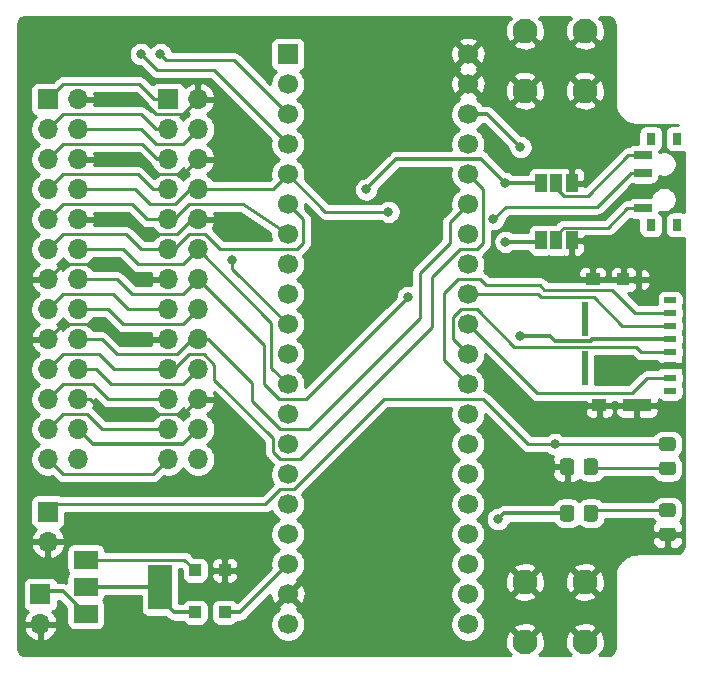
<source format=gbr>
%TF.GenerationSoftware,KiCad,Pcbnew,(5.1.8-0-10_14)*%
%TF.CreationDate,2021-05-17T09:41:11-06:00*%
%TF.ProjectId,bluescsi_iigs_internal,626c7565-7363-4736-995f-696967735f69,rev?*%
%TF.SameCoordinates,Original*%
%TF.FileFunction,Copper,L1,Top*%
%TF.FilePolarity,Positive*%
%FSLAX46Y46*%
G04 Gerber Fmt 4.6, Leading zero omitted, Abs format (unit mm)*
G04 Created by KiCad (PCBNEW (5.1.8-0-10_14)) date 2021-05-17 09:41:11*
%MOMM*%
%LPD*%
G01*
G04 APERTURE LIST*
%TA.AperFunction,ComponentPad*%
%ADD10C,2.100000*%
%TD*%
%TA.AperFunction,ComponentPad*%
%ADD11O,1.700000X1.700000*%
%TD*%
%TA.AperFunction,ComponentPad*%
%ADD12R,1.700000X1.700000*%
%TD*%
%TA.AperFunction,SMDPad,CuDef*%
%ADD13R,1.000000X1.500000*%
%TD*%
%TA.AperFunction,SMDPad,CuDef*%
%ADD14R,0.550000X2.910000*%
%TD*%
%TA.AperFunction,SMDPad,CuDef*%
%ADD15R,2.390000X1.050000*%
%TD*%
%TA.AperFunction,SMDPad,CuDef*%
%ADD16R,1.200000X1.050000*%
%TD*%
%TA.AperFunction,SMDPad,CuDef*%
%ADD17R,1.080000X1.050000*%
%TD*%
%TA.AperFunction,SMDPad,CuDef*%
%ADD18R,0.780000X0.720000*%
%TD*%
%TA.AperFunction,SMDPad,CuDef*%
%ADD19R,1.000000X0.500000*%
%TD*%
%TA.AperFunction,SMDPad,CuDef*%
%ADD20R,1.000000X1.000000*%
%TD*%
%TA.AperFunction,SMDPad,CuDef*%
%ADD21R,2.000000X1.500000*%
%TD*%
%TA.AperFunction,SMDPad,CuDef*%
%ADD22R,2.000000X3.800000*%
%TD*%
%TA.AperFunction,SMDPad,CuDef*%
%ADD23R,1.500000X0.700000*%
%TD*%
%TA.AperFunction,SMDPad,CuDef*%
%ADD24R,0.800000X1.000000*%
%TD*%
%TA.AperFunction,ComponentPad*%
%ADD25C,1.700000*%
%TD*%
%TA.AperFunction,ViaPad*%
%ADD26C,0.800000*%
%TD*%
%TA.AperFunction,Conductor*%
%ADD27C,0.300000*%
%TD*%
%TA.AperFunction,Conductor*%
%ADD28C,0.250000*%
%TD*%
%TA.AperFunction,Conductor*%
%ADD29C,0.254000*%
%TD*%
%TA.AperFunction,Conductor*%
%ADD30C,0.100000*%
%TD*%
G04 APERTURE END LIST*
D10*
%TO.P,M2,1*%
%TO.N,GND*%
X172461000Y-48791000D03*
X177541000Y-48791000D03*
X172461000Y-53871000D03*
X177541000Y-53871000D03*
%TD*%
%TO.P,M1,1*%
%TO.N,GND*%
X172461000Y-95481000D03*
X177541000Y-95481000D03*
X172461000Y-100561000D03*
X177541000Y-100561000D03*
%TD*%
D11*
%TO.P,J5,2*%
%TO.N,GND*%
X132080000Y-92075000D03*
D12*
%TO.P,J5,1*%
%TO.N,Net-(D1-Pad2)*%
X132080000Y-89535000D03*
%TD*%
D13*
%TO.P,JP2,1*%
%TO.N,+5V*%
X173833000Y-66548000D03*
%TO.P,JP2,2*%
%TO.N,/TERM_DIS*%
X175133000Y-66548000D03*
%TO.P,JP2,3*%
%TO.N,GND*%
X176433000Y-66548000D03*
%TD*%
%TO.P,JP1,1*%
%TO.N,+5V*%
X173833000Y-61722000D03*
%TO.P,JP1,2*%
%TO.N,/TERM_EN*%
X175133000Y-61722000D03*
%TO.P,JP1,3*%
%TO.N,GND*%
X176433000Y-61722000D03*
%TD*%
D14*
%TO.P,J3,15*%
%TO.N,N/C*%
X177524000Y-77388000D03*
%TO.P,J3,14*%
X177524000Y-73198000D03*
D15*
%TO.P,J3,13*%
%TO.N,GND*%
X181954000Y-80509000D03*
D16*
%TO.P,J3,12*%
X178769000Y-80509000D03*
%TO.P,J3,11*%
X178199000Y-69859000D03*
D17*
%TO.P,J3,10*%
X180809000Y-69859000D03*
D18*
%TO.P,J3,9*%
X182079000Y-69874000D03*
D19*
%TO.P,J3,8*%
%TO.N,Net-(J3-Pad8)*%
X184759000Y-79334000D03*
%TO.P,J3,7*%
%TO.N,/SD_MISO*%
X184759000Y-78234000D03*
%TO.P,J3,6*%
%TO.N,GND*%
X184759000Y-77134000D03*
%TO.P,J3,5*%
%TO.N,/SD_CSK*%
X184759000Y-76034000D03*
%TO.P,J3,4*%
%TO.N,+3V3*%
X184759000Y-74934000D03*
%TO.P,J3,3*%
%TO.N,/SD_MOSI*%
X184759000Y-73834000D03*
%TO.P,J3,2*%
%TO.N,/SD_CS*%
X184759000Y-72734000D03*
%TO.P,J3,1*%
%TO.N,Net-(J3-Pad1)*%
X184759000Y-71634000D03*
%TD*%
D20*
%TO.P,D4,2*%
%TO.N,Net-(D4-Pad2)*%
X144546000Y-94488000D03*
%TO.P,D4,1*%
%TO.N,GND*%
X147046000Y-94488000D03*
%TD*%
%TO.P,D3,2*%
%TO.N,/REG_OUT*%
X144546000Y-98044000D03*
%TO.P,D3,1*%
%TO.N,+5V*%
X147046000Y-98044000D03*
%TD*%
D21*
%TO.P,U4,1*%
%TO.N,Net-(D4-Pad2)*%
X135280000Y-93585000D03*
%TO.P,U4,3*%
%TO.N,/+12V_AUX*%
X135280000Y-98185000D03*
%TO.P,U4,2*%
%TO.N,/REG_OUT*%
X135280000Y-95885000D03*
D22*
X141580000Y-95885000D03*
%TD*%
D11*
%TO.P,J4,2*%
%TO.N,GND*%
X131445000Y-99060000D03*
D12*
%TO.P,J4,1*%
%TO.N,/+12V_AUX*%
X131445000Y-96520000D03*
%TD*%
D23*
%TO.P,SW1,1*%
%TO.N,/TERM_DIS*%
X182466000Y-63845000D03*
%TO.P,SW1,2*%
%TO.N,/TERM_DISC*%
X182466000Y-60845000D03*
%TO.P,SW1,3*%
%TO.N,/TERM_EN*%
X182466000Y-59345000D03*
D24*
%TO.P,SW1,*%
%TO.N,*%
X185326000Y-65245000D03*
X185326000Y-57945000D03*
X183116000Y-57945000D03*
X183116000Y-65245000D03*
%TD*%
%TO.P,D2,2*%
%TO.N,Net-(D2-Pad2)*%
%TA.AperFunction,SMDPad,CuDef*%
G36*
G01*
X184981001Y-89974000D02*
X184080999Y-89974000D01*
G75*
G02*
X183831000Y-89724001I0J249999D01*
G01*
X183831000Y-89073999D01*
G75*
G02*
X184080999Y-88824000I249999J0D01*
G01*
X184981001Y-88824000D01*
G75*
G02*
X185231000Y-89073999I0J-249999D01*
G01*
X185231000Y-89724001D01*
G75*
G02*
X184981001Y-89974000I-249999J0D01*
G01*
G37*
%TD.AperFunction*%
%TO.P,D2,1*%
%TO.N,GND*%
%TA.AperFunction,SMDPad,CuDef*%
G36*
G01*
X184981001Y-92024000D02*
X184080999Y-92024000D01*
G75*
G02*
X183831000Y-91774001I0J249999D01*
G01*
X183831000Y-91123999D01*
G75*
G02*
X184080999Y-90874000I249999J0D01*
G01*
X184981001Y-90874000D01*
G75*
G02*
X185231000Y-91123999I0J-249999D01*
G01*
X185231000Y-91774001D01*
G75*
G02*
X184981001Y-92024000I-249999J0D01*
G01*
G37*
%TD.AperFunction*%
%TD*%
%TO.P,D1,2*%
%TO.N,Net-(D1-Pad2)*%
%TA.AperFunction,SMDPad,CuDef*%
G36*
G01*
X184981001Y-84386000D02*
X184080999Y-84386000D01*
G75*
G02*
X183831000Y-84136001I0J249999D01*
G01*
X183831000Y-83485999D01*
G75*
G02*
X184080999Y-83236000I249999J0D01*
G01*
X184981001Y-83236000D01*
G75*
G02*
X185231000Y-83485999I0J-249999D01*
G01*
X185231000Y-84136001D01*
G75*
G02*
X184981001Y-84386000I-249999J0D01*
G01*
G37*
%TD.AperFunction*%
%TO.P,D1,1*%
%TO.N,Net-(D1-Pad1)*%
%TA.AperFunction,SMDPad,CuDef*%
G36*
G01*
X184981001Y-86436000D02*
X184080999Y-86436000D01*
G75*
G02*
X183831000Y-86186001I0J249999D01*
G01*
X183831000Y-85535999D01*
G75*
G02*
X184080999Y-85286000I249999J0D01*
G01*
X184981001Y-85286000D01*
G75*
G02*
X185231000Y-85535999I0J-249999D01*
G01*
X185231000Y-86186001D01*
G75*
G02*
X184981001Y-86436000I-249999J0D01*
G01*
G37*
%TD.AperFunction*%
%TD*%
%TO.P,R2,2*%
%TO.N,+5V*%
%TA.AperFunction,SMDPad,CuDef*%
G36*
G01*
X176638000Y-89211999D02*
X176638000Y-90112001D01*
G75*
G02*
X176388001Y-90362000I-249999J0D01*
G01*
X175687999Y-90362000D01*
G75*
G02*
X175438000Y-90112001I0J249999D01*
G01*
X175438000Y-89211999D01*
G75*
G02*
X175687999Y-88962000I249999J0D01*
G01*
X176388001Y-88962000D01*
G75*
G02*
X176638000Y-89211999I0J-249999D01*
G01*
G37*
%TD.AperFunction*%
%TO.P,R2,1*%
%TO.N,Net-(D2-Pad2)*%
%TA.AperFunction,SMDPad,CuDef*%
G36*
G01*
X178638000Y-89211999D02*
X178638000Y-90112001D01*
G75*
G02*
X178388001Y-90362000I-249999J0D01*
G01*
X177687999Y-90362000D01*
G75*
G02*
X177438000Y-90112001I0J249999D01*
G01*
X177438000Y-89211999D01*
G75*
G02*
X177687999Y-88962000I249999J0D01*
G01*
X178388001Y-88962000D01*
G75*
G02*
X178638000Y-89211999I0J-249999D01*
G01*
G37*
%TD.AperFunction*%
%TD*%
%TO.P,R1,2*%
%TO.N,Net-(D1-Pad1)*%
%TA.AperFunction,SMDPad,CuDef*%
G36*
G01*
X177438000Y-86175001D02*
X177438000Y-85274999D01*
G75*
G02*
X177687999Y-85025000I249999J0D01*
G01*
X178388001Y-85025000D01*
G75*
G02*
X178638000Y-85274999I0J-249999D01*
G01*
X178638000Y-86175001D01*
G75*
G02*
X178388001Y-86425000I-249999J0D01*
G01*
X177687999Y-86425000D01*
G75*
G02*
X177438000Y-86175001I0J249999D01*
G01*
G37*
%TD.AperFunction*%
%TO.P,R1,1*%
%TO.N,GND*%
%TA.AperFunction,SMDPad,CuDef*%
G36*
G01*
X175438000Y-86175001D02*
X175438000Y-85274999D01*
G75*
G02*
X175687999Y-85025000I249999J0D01*
G01*
X176388001Y-85025000D01*
G75*
G02*
X176638000Y-85274999I0J-249999D01*
G01*
X176638000Y-86175001D01*
G75*
G02*
X176388001Y-86425000I-249999J0D01*
G01*
X175687999Y-86425000D01*
G75*
G02*
X175438000Y-86175001I0J249999D01*
G01*
G37*
%TD.AperFunction*%
%TD*%
D11*
%TO.P,J2,26*%
%TO.N,Net-(J2-Pad26)*%
X144780000Y-85090000D03*
%TO.P,J2,25*%
%TO.N,/SCSI_DB7*%
X142240000Y-85090000D03*
%TO.P,J2,24*%
%TO.N,/SCSI_TERMPWR*%
X144780000Y-82550000D03*
%TO.P,J2,23*%
%TO.N,/SCSI_DB6*%
X142240000Y-82550000D03*
%TO.P,J2,22*%
%TO.N,GND*%
X144780000Y-80010000D03*
%TO.P,J2,21*%
%TO.N,/SCSI_DB5*%
X142240000Y-80010000D03*
%TO.P,J2,20*%
%TO.N,/SCSI_DB4*%
X144780000Y-77470000D03*
%TO.P,J2,19*%
%TO.N,/SCSI_DB3*%
X142240000Y-77470000D03*
%TO.P,J2,18*%
%TO.N,/SCSI_DB2*%
X144780000Y-74930000D03*
%TO.P,J2,17*%
%TO.N,GND*%
X142240000Y-74930000D03*
%TO.P,J2,16*%
%TO.N,/SCSI_DB1*%
X144780000Y-72390000D03*
%TO.P,J2,15*%
%TO.N,/SCSI_DB0*%
X142240000Y-72390000D03*
%TO.P,J2,14*%
%TO.N,/SCSI_DBP*%
X144780000Y-69850000D03*
%TO.P,J2,13*%
%TO.N,GND*%
X142240000Y-69850000D03*
%TO.P,J2,12*%
%TO.N,/SCSI_SEL*%
X144780000Y-67310000D03*
%TO.P,J2,11*%
%TO.N,/SCSI_BSY*%
X142240000Y-67310000D03*
%TO.P,J2,10*%
%TO.N,GND*%
X144780000Y-64770000D03*
%TO.P,J2,9*%
%TO.N,/SCSI_ACK*%
X142240000Y-64770000D03*
%TO.P,J2,8*%
%TO.N,/SCSI_ATN*%
X144780000Y-62230000D03*
%TO.P,J2,7*%
%TO.N,/SCSI_RST*%
X142240000Y-62230000D03*
%TO.P,J2,6*%
%TO.N,GND*%
X144780000Y-59690000D03*
%TO.P,J2,5*%
%TO.N,/SCSI_I_O*%
X142240000Y-59690000D03*
%TO.P,J2,4*%
%TO.N,/SCSI_C_D*%
X144780000Y-57150000D03*
%TO.P,J2,3*%
%TO.N,/SCSI_MSG*%
X142240000Y-57150000D03*
%TO.P,J2,2*%
%TO.N,GND*%
X144780000Y-54610000D03*
D12*
%TO.P,J2,1*%
%TO.N,/SCSI_REQ*%
X142240000Y-54610000D03*
%TD*%
D25*
%TO.P,U1,40*%
%TO.N,GND*%
X167640000Y-50800000D03*
D12*
%TO.P,U1,1*%
%TO.N,/SCSI_DB4*%
X152400000Y-50800000D03*
D25*
%TO.P,U1,39*%
%TO.N,GND*%
X167640000Y-53340000D03*
%TO.P,U1,2*%
%TO.N,/SCSI_DB5*%
X152400000Y-53340000D03*
%TO.P,U1,38*%
%TO.N,+3V3*%
X167640000Y-55880000D03*
%TO.P,U1,3*%
%TO.N,/SCSI_DB6*%
X152400000Y-55880000D03*
%TO.P,U1,37*%
%TO.N,Net-(U1-Pad37)*%
X167640000Y-58420000D03*
%TO.P,U1,4*%
%TO.N,/SCSI_DB7*%
X152400000Y-58420000D03*
%TO.P,U1,36*%
%TO.N,/SCSI_DB3*%
X167640000Y-60960000D03*
%TO.P,U1,5*%
%TO.N,/SCSI_ATN*%
X152400000Y-60960000D03*
%TO.P,U1,35*%
%TO.N,/SCSI_DB2*%
X167640000Y-63500000D03*
%TO.P,U1,6*%
%TO.N,/SCSI_BSY*%
X152400000Y-63500000D03*
%TO.P,U1,34*%
%TO.N,Net-(U1-Pad34)*%
X167640000Y-66040000D03*
%TO.P,U1,7*%
%TO.N,/SCSI_ACK*%
X152400000Y-66040000D03*
%TO.P,U1,33*%
%TO.N,/SCSI_DBP*%
X167640000Y-68580000D03*
%TO.P,U1,8*%
%TO.N,Net-(U1-Pad8)*%
X152400000Y-68580000D03*
%TO.P,U1,32*%
%TO.N,/SD_MOSI*%
X167640000Y-71120000D03*
%TO.P,U1,9*%
%TO.N,Net-(U1-Pad9)*%
X152400000Y-71120000D03*
%TO.P,U1,31*%
%TO.N,/SD_MISO*%
X167640000Y-73660000D03*
%TO.P,U1,10*%
%TO.N,/SCSI_RST*%
X152400000Y-73660000D03*
%TO.P,U1,30*%
%TO.N,/SD_CSK*%
X167640000Y-76200000D03*
%TO.P,U1,11*%
%TO.N,/SCSI_MSG*%
X152400000Y-76200000D03*
%TO.P,U1,29*%
%TO.N,/SD_CS*%
X167640000Y-78740000D03*
%TO.P,U1,12*%
%TO.N,/SCSI_SEL*%
X152400000Y-78740000D03*
%TO.P,U1,28*%
%TO.N,Net-(U1-Pad28)*%
X167640000Y-81280000D03*
%TO.P,U1,13*%
%TO.N,/SCSI_C_D*%
X152400000Y-81280000D03*
%TO.P,U1,27*%
%TO.N,/DEBUG_RX*%
X167640000Y-83820000D03*
%TO.P,U1,14*%
%TO.N,/SCSI_REQ*%
X152400000Y-83820000D03*
%TO.P,U1,26*%
%TO.N,/DEBUG_TX*%
X167640000Y-86360000D03*
%TO.P,U1,15*%
%TO.N,/SCSI_I_O*%
X152400000Y-86360000D03*
%TO.P,U1,25*%
%TO.N,Net-(U1-Pad25)*%
X167640000Y-88900000D03*
%TO.P,U1,16*%
%TO.N,/SCSI_DB0*%
X152400000Y-88900000D03*
%TO.P,U1,24*%
%TO.N,Net-(U1-Pad24)*%
X167640000Y-91440000D03*
%TO.P,U1,17*%
%TO.N,/SCSI_DB1*%
X152400000Y-91440000D03*
%TO.P,U1,23*%
%TO.N,Net-(U1-Pad23)*%
X167640000Y-93980000D03*
%TO.P,U1,18*%
%TO.N,+5V*%
X152400000Y-93980000D03*
%TO.P,U1,22*%
%TO.N,/DISK_ACT*%
X167640000Y-96520000D03*
%TO.P,U1,19*%
%TO.N,GND*%
X152400000Y-96520000D03*
%TO.P,U1,21*%
%TO.N,Net-(U1-Pad21)*%
X167640000Y-99060000D03*
%TO.P,U1,20*%
%TO.N,+3V3*%
X152400000Y-99060000D03*
%TD*%
D11*
%TO.P,J1,26*%
%TO.N,Net-(J1-Pad26)*%
X134620000Y-85090000D03*
%TO.P,J1,25*%
%TO.N,/SCSI_DB7*%
X132080000Y-85090000D03*
%TO.P,J1,24*%
%TO.N,/SCSI_TERMPWR*%
X134620000Y-82550000D03*
%TO.P,J1,23*%
%TO.N,/SCSI_DB6*%
X132080000Y-82550000D03*
%TO.P,J1,22*%
%TO.N,GND*%
X134620000Y-80010000D03*
%TO.P,J1,21*%
%TO.N,/SCSI_DB5*%
X132080000Y-80010000D03*
%TO.P,J1,20*%
%TO.N,/SCSI_DB4*%
X134620000Y-77470000D03*
%TO.P,J1,19*%
%TO.N,/SCSI_DB3*%
X132080000Y-77470000D03*
%TO.P,J1,18*%
%TO.N,/SCSI_DB2*%
X134620000Y-74930000D03*
%TO.P,J1,17*%
%TO.N,GND*%
X132080000Y-74930000D03*
%TO.P,J1,16*%
%TO.N,/SCSI_DB1*%
X134620000Y-72390000D03*
%TO.P,J1,15*%
%TO.N,/SCSI_DB0*%
X132080000Y-72390000D03*
%TO.P,J1,14*%
%TO.N,/SCSI_DBP*%
X134620000Y-69850000D03*
%TO.P,J1,13*%
%TO.N,GND*%
X132080000Y-69850000D03*
%TO.P,J1,12*%
%TO.N,/SCSI_SEL*%
X134620000Y-67310000D03*
%TO.P,J1,11*%
%TO.N,/SCSI_BSY*%
X132080000Y-67310000D03*
%TO.P,J1,10*%
%TO.N,GND*%
X134620000Y-64770000D03*
%TO.P,J1,9*%
%TO.N,/SCSI_ACK*%
X132080000Y-64770000D03*
%TO.P,J1,8*%
%TO.N,/SCSI_ATN*%
X134620000Y-62230000D03*
%TO.P,J1,7*%
%TO.N,/SCSI_RST*%
X132080000Y-62230000D03*
%TO.P,J1,6*%
%TO.N,GND*%
X134620000Y-59690000D03*
%TO.P,J1,5*%
%TO.N,/SCSI_I_O*%
X132080000Y-59690000D03*
%TO.P,J1,4*%
%TO.N,/SCSI_C_D*%
X134620000Y-57150000D03*
%TO.P,J1,3*%
%TO.N,/SCSI_MSG*%
X132080000Y-57150000D03*
%TO.P,J1,2*%
%TO.N,GND*%
X134620000Y-54610000D03*
D12*
%TO.P,J1,1*%
%TO.N,/SCSI_REQ*%
X132080000Y-54610000D03*
%TD*%
D26*
%TO.N,+5V*%
X159025320Y-62233641D03*
X170815000Y-61722000D03*
X170814998Y-66675000D03*
X170180000Y-90170000D03*
%TO.N,GND*%
X155575000Y-60960000D03*
X164338000Y-60960000D03*
X164338000Y-86360000D03*
X179832000Y-77597000D03*
X155905200Y-86360000D03*
%TO.N,/SCSI_DBP*%
X162560000Y-71374000D03*
%TO.N,/SCSI_ATN*%
X160909000Y-64135000D03*
%TO.N,/SCSI_DB7*%
X139954000Y-50800000D03*
%TO.N,/SCSI_DB6*%
X141605000Y-50800000D03*
%TO.N,/SCSI_RST*%
X147701000Y-68199000D03*
%TO.N,+3V3*%
X172085000Y-74676000D03*
X172085000Y-58674000D03*
%TO.N,/TERM_DISC*%
X169799000Y-64770000D03*
%TO.N,Net-(D1-Pad2)*%
X175006000Y-83820000D03*
%TD*%
D27*
%TO.N,+5V*%
X148336000Y-98044000D02*
X152400000Y-93980000D01*
X147046000Y-98044000D02*
X148336000Y-98044000D01*
X161587960Y-59671001D02*
X168764001Y-59671001D01*
X173833000Y-61722000D02*
X170815000Y-61722000D01*
X159025320Y-62233641D02*
X161587960Y-59671001D01*
X168764001Y-59671001D02*
X170815000Y-61722000D01*
X173579000Y-66675000D02*
X170814998Y-66675000D01*
X173833000Y-66421000D02*
X173579000Y-66675000D01*
X176038000Y-89662000D02*
X170688000Y-89662000D01*
X170688000Y-89662000D02*
X170180000Y-90170000D01*
D28*
%TO.N,GND*%
X143510000Y-60960000D02*
X144780000Y-59690000D01*
X139954000Y-59690000D02*
X141224000Y-60960000D01*
X141224000Y-60960000D02*
X143510000Y-60960000D01*
X134620000Y-59690000D02*
X139954000Y-59690000D01*
X143510000Y-81280000D02*
X144780000Y-80010000D01*
X136906000Y-81280000D02*
X143510000Y-81280000D01*
X135636000Y-80010000D02*
X136906000Y-81280000D01*
X134620000Y-80010000D02*
X135636000Y-80010000D01*
X133350000Y-73660000D02*
X132080000Y-74930000D01*
X136906000Y-73660000D02*
X133350000Y-73660000D01*
X138176000Y-74930000D02*
X136906000Y-73660000D01*
X142240000Y-74930000D02*
X138176000Y-74930000D01*
X139446000Y-69850000D02*
X142240000Y-69850000D01*
X133350000Y-68580000D02*
X138176000Y-68580000D01*
X138176000Y-68580000D02*
X139446000Y-69850000D01*
X132080000Y-69850000D02*
X133350000Y-68580000D01*
X143510000Y-55880000D02*
X144780000Y-54610000D01*
X141224000Y-55880000D02*
X143510000Y-55880000D01*
X139954000Y-54610000D02*
X141224000Y-55880000D01*
X134620000Y-54610000D02*
X139954000Y-54610000D01*
X144272000Y-64770000D02*
X144780000Y-64770000D01*
X140208000Y-66040000D02*
X143002000Y-66040000D01*
X138938000Y-64770000D02*
X140208000Y-66040000D01*
X143002000Y-66040000D02*
X144272000Y-64770000D01*
X134620000Y-64770000D02*
X138938000Y-64770000D01*
%TO.N,/SCSI_DB4*%
X137414000Y-78740000D02*
X143510000Y-78740000D01*
X143510000Y-78740000D02*
X144780000Y-77470000D01*
X136144000Y-77470000D02*
X137414000Y-78740000D01*
X134620000Y-77470000D02*
X136144000Y-77470000D01*
%TO.N,/SCSI_DB2*%
X144272000Y-74930000D02*
X144780000Y-74930000D01*
X137890250Y-76200000D02*
X143002000Y-76200000D01*
X143002000Y-76200000D02*
X144272000Y-74930000D01*
X136620250Y-74930000D02*
X137890250Y-76200000D01*
X134620000Y-74930000D02*
X136620250Y-74930000D01*
X166116000Y-66763002D02*
X166116000Y-65024000D01*
X166116000Y-65024000D02*
X167640000Y-63500000D01*
X163576000Y-73152000D02*
X163576000Y-69303002D01*
X154178000Y-82550000D02*
X163576000Y-73152000D01*
X145669000Y-74930000D02*
X149352000Y-78613000D01*
X149352000Y-80137000D02*
X151765000Y-82550000D01*
X151765000Y-82550000D02*
X154178000Y-82550000D01*
X149352000Y-78613000D02*
X149352000Y-80137000D01*
X163576000Y-69303002D02*
X166116000Y-66763002D01*
X144780000Y-74930000D02*
X145669000Y-74930000D01*
%TO.N,/SCSI_DB1*%
X152400000Y-90970998D02*
X152400000Y-91440000D01*
X138430000Y-73660000D02*
X143510000Y-73660000D01*
X143510000Y-73660000D02*
X144780000Y-72390000D01*
X137160000Y-72390000D02*
X138430000Y-73660000D01*
X134620000Y-72390000D02*
X137160000Y-72390000D01*
%TO.N,/SCSI_DBP*%
X167475412Y-68580000D02*
X167640000Y-68580000D01*
X143510000Y-71120000D02*
X144780000Y-69850000D01*
X139192000Y-71120000D02*
X143510000Y-71120000D01*
X137922000Y-69850000D02*
X139192000Y-71120000D01*
X134620000Y-69850000D02*
X137922000Y-69850000D01*
X162560000Y-71374000D02*
X162560000Y-71374000D01*
X150368000Y-78740000D02*
X151638000Y-80010000D01*
X150368000Y-75438000D02*
X150368000Y-78740000D01*
X153924000Y-80010000D02*
X162560000Y-71374000D01*
X151638000Y-80010000D02*
X153924000Y-80010000D01*
X144780000Y-69850000D02*
X150368000Y-75438000D01*
%TO.N,/SCSI_SEL*%
X143510000Y-68580000D02*
X144780000Y-67310000D01*
X139700000Y-68580000D02*
X143510000Y-68580000D01*
X138430000Y-67310000D02*
X139700000Y-68580000D01*
X134620000Y-67310000D02*
X138430000Y-67310000D01*
X144780000Y-67310000D02*
X144780000Y-67564000D01*
X144780000Y-67310000D02*
X151003000Y-73533000D01*
X151003000Y-77343000D02*
X152400000Y-78740000D01*
X151003000Y-73533000D02*
X151003000Y-77343000D01*
%TO.N,/SCSI_ATN*%
X142873590Y-63500000D02*
X144143590Y-62230000D01*
X139446000Y-62230000D02*
X140716000Y-63500000D01*
X134620000Y-62230000D02*
X139446000Y-62230000D01*
X140716000Y-63500000D02*
X142873590Y-63500000D01*
X144143590Y-62230000D02*
X144780000Y-62230000D01*
X152400000Y-60960000D02*
X155575000Y-64135000D01*
X155575000Y-64135000D02*
X160909000Y-64135000D01*
X151130000Y-62230000D02*
X152400000Y-60960000D01*
X144780000Y-62230000D02*
X151130000Y-62230000D01*
%TO.N,/SCSI_C_D*%
X143510000Y-58420000D02*
X144780000Y-57150000D01*
X141224000Y-58420000D02*
X143510000Y-58420000D01*
X139954000Y-57150000D02*
X141224000Y-58420000D01*
X134620000Y-57150000D02*
X139954000Y-57150000D01*
%TO.N,/SCSI_DB7*%
X140970000Y-86360000D02*
X142240000Y-85090000D01*
X133350000Y-86360000D02*
X140970000Y-86360000D01*
X132080000Y-85090000D02*
X133350000Y-86360000D01*
X141293010Y-52139010D02*
X139954000Y-50800000D01*
X146119010Y-52139010D02*
X141293010Y-52139010D01*
X152400000Y-58420000D02*
X146119010Y-52139010D01*
%TO.N,/SCSI_DB6*%
X136652000Y-82550000D02*
X142240000Y-82550000D01*
X135382000Y-81280000D02*
X136652000Y-82550000D01*
X133350000Y-81280000D02*
X135382000Y-81280000D01*
X132080000Y-82550000D02*
X133350000Y-81280000D01*
X142113000Y-51308000D02*
X141605000Y-50800000D01*
X147828000Y-51308000D02*
X142113000Y-51308000D01*
X152400000Y-55880000D02*
X147828000Y-51308000D01*
%TO.N,/SCSI_DB5*%
X135890000Y-78740000D02*
X137160000Y-80010000D01*
X137160000Y-80010000D02*
X142240000Y-80010000D01*
X133350000Y-78740000D02*
X135890000Y-78740000D01*
X132080000Y-80010000D02*
X133350000Y-78740000D01*
%TO.N,/SCSI_DB3*%
X137668000Y-77470000D02*
X142240000Y-77470000D01*
X133350000Y-76200000D02*
X136398000Y-76200000D01*
X136398000Y-76200000D02*
X137668000Y-77470000D01*
X132080000Y-77470000D02*
X133350000Y-76200000D01*
X168910000Y-62230000D02*
X167640000Y-60960000D01*
X168910000Y-66802000D02*
X168910000Y-62230000D01*
X168402000Y-67310000D02*
X168910000Y-66802000D01*
X166981000Y-67310000D02*
X168402000Y-67310000D01*
X164592000Y-73914000D02*
X164592000Y-69699000D01*
X151765000Y-85090000D02*
X153416000Y-85090000D01*
X153416000Y-85090000D02*
X164592000Y-73914000D01*
X151130000Y-83312000D02*
X151130000Y-84455000D01*
X146177000Y-78359000D02*
X151130000Y-83312000D01*
X164592000Y-69699000D02*
X166981000Y-67310000D01*
X146177000Y-77089705D02*
X146177000Y-78359000D01*
X145287295Y-76200000D02*
X146177000Y-77089705D01*
X151130000Y-84455000D02*
X151765000Y-85090000D01*
X144037499Y-76200000D02*
X145287295Y-76200000D01*
X142767499Y-77470000D02*
X144037499Y-76200000D01*
X142240000Y-77470000D02*
X142767499Y-77470000D01*
%TO.N,/SCSI_DB0*%
X151892000Y-88900000D02*
X152400000Y-88900000D01*
X138857920Y-72390000D02*
X142240000Y-72390000D01*
X137587920Y-71120000D02*
X138857920Y-72390000D01*
X133350000Y-71120000D02*
X137587920Y-71120000D01*
X132080000Y-72390000D02*
X133350000Y-71120000D01*
%TO.N,/SCSI_BSY*%
X138684000Y-66040000D02*
X139954000Y-67310000D01*
X139954000Y-67310000D02*
X142240000Y-67310000D01*
X133350000Y-66040000D02*
X138684000Y-66040000D01*
X132080000Y-67310000D02*
X133350000Y-66040000D01*
X153142501Y-67310000D02*
X153670000Y-66782501D01*
X145415000Y-66040000D02*
X146685000Y-67310000D01*
X142240000Y-67310000D02*
X142757749Y-67310000D01*
X144027749Y-66040000D02*
X145415000Y-66040000D01*
X153670000Y-64770000D02*
X152400000Y-63500000D01*
X153670000Y-66782501D02*
X153670000Y-64770000D01*
X142757749Y-67310000D02*
X144027749Y-66040000D01*
X146685000Y-67310000D02*
X153142501Y-67310000D01*
%TO.N,/SCSI_ACK*%
X152400000Y-65424499D02*
X152400000Y-66040000D01*
X139192000Y-63500000D02*
X140462000Y-64770000D01*
X140462000Y-64770000D02*
X142240000Y-64770000D01*
X133350000Y-63500000D02*
X139192000Y-63500000D01*
X132080000Y-64770000D02*
X133350000Y-63500000D01*
X144018000Y-63500000D02*
X146050000Y-63500000D01*
X142748000Y-64770000D02*
X144018000Y-63500000D01*
X146050000Y-63500000D02*
X148590000Y-63500000D01*
X142240000Y-64770000D02*
X142748000Y-64770000D01*
X148590000Y-63500000D02*
X152400000Y-66040000D01*
%TO.N,/SCSI_RST*%
X140953949Y-62230000D02*
X142240000Y-62230000D01*
X139683949Y-60960000D02*
X140953949Y-62230000D01*
X133350000Y-60960000D02*
X139683949Y-60960000D01*
X132080000Y-62230000D02*
X133350000Y-60960000D01*
X147701000Y-68961000D02*
X147701000Y-68199000D01*
X152400000Y-73660000D02*
X147701000Y-68961000D01*
%TO.N,/SCSI_I_O*%
X141349590Y-59690000D02*
X142240000Y-59690000D01*
X140079590Y-58420000D02*
X141349590Y-59690000D01*
X133350000Y-58420000D02*
X140079590Y-58420000D01*
X132080000Y-59690000D02*
X133350000Y-58420000D01*
%TO.N,/SCSI_MSG*%
X141222590Y-57150000D02*
X142240000Y-57150000D01*
X139952590Y-55880000D02*
X141222590Y-57150000D01*
X133350000Y-55880000D02*
X139952590Y-55880000D01*
X132080000Y-57150000D02*
X133350000Y-55880000D01*
%TO.N,/SCSI_REQ*%
X142113000Y-54737000D02*
X142145001Y-54704999D01*
X139827000Y-53340000D02*
X141097000Y-54610000D01*
X141097000Y-54610000D02*
X142240000Y-54610000D01*
X133350000Y-53340000D02*
X139827000Y-53340000D01*
X132080000Y-54610000D02*
X133350000Y-53340000D01*
%TO.N,/SD_MISO*%
X181549000Y-79502000D02*
X173482000Y-79502000D01*
X182817000Y-78234000D02*
X181549000Y-79502000D01*
X173482000Y-79502000D02*
X167640000Y-73660000D01*
X184759000Y-78234000D02*
X182817000Y-78234000D01*
%TO.N,/SD_CSK*%
X181864000Y-75565000D02*
X182333000Y-76034000D01*
X182333000Y-76034000D02*
X184759000Y-76034000D01*
X171557501Y-75565000D02*
X181864000Y-75565000D01*
X168382501Y-72390000D02*
X171557501Y-75565000D01*
X166370000Y-73044499D02*
X167024499Y-72390000D01*
X167024499Y-72390000D02*
X168382501Y-72390000D01*
X166370000Y-74930000D02*
X166370000Y-73044499D01*
X167640000Y-76200000D02*
X166370000Y-74930000D01*
D27*
%TO.N,+3V3*%
X167640000Y-55880000D02*
X169291000Y-55880000D01*
X169291000Y-55880000D02*
X172085000Y-58674000D01*
X174625000Y-74676000D02*
X172085000Y-74676000D01*
X175024999Y-75075999D02*
X174625000Y-74676000D01*
X178035001Y-75075999D02*
X175024999Y-75075999D01*
X184759000Y-74934000D02*
X184755000Y-74930000D01*
X178181000Y-74930000D02*
X178035001Y-75075999D01*
X184755000Y-74930000D02*
X178181000Y-74930000D01*
D28*
%TO.N,/SD_MOSI*%
X184712000Y-73787000D02*
X184759000Y-73834000D01*
X180721000Y-73787000D02*
X184712000Y-73787000D01*
X178308000Y-71374000D02*
X180721000Y-73787000D01*
X173863000Y-71374000D02*
X178308000Y-71374000D01*
X173609000Y-71120000D02*
X173863000Y-71374000D01*
X167640000Y-71120000D02*
X173609000Y-71120000D01*
%TO.N,/SD_CS*%
X181827000Y-72734000D02*
X184759000Y-72734000D01*
X179832000Y-70739000D02*
X181827000Y-72734000D01*
X173736000Y-70358000D02*
X174117000Y-70739000D01*
X169164000Y-70358000D02*
X173736000Y-70358000D01*
X168656000Y-69850000D02*
X169164000Y-70358000D01*
X166770499Y-69850000D02*
X168656000Y-69850000D01*
X165608000Y-71012499D02*
X166770499Y-69850000D01*
X165608000Y-76708000D02*
X165608000Y-71012499D01*
X174117000Y-70739000D02*
X179832000Y-70739000D01*
X167640000Y-78740000D02*
X165608000Y-76708000D01*
%TO.N,Net-(D2-Pad2)*%
X178308000Y-89408000D02*
X183871000Y-89408000D01*
%TO.N,/TERM_DISC*%
X170865800Y-63703200D02*
X169799000Y-64770000D01*
X178591800Y-63703200D02*
X170865800Y-63703200D01*
X181450000Y-60845000D02*
X178591800Y-63703200D01*
X182720000Y-60845000D02*
X181450000Y-60845000D01*
%TO.N,Net-(D1-Pad1)*%
X178038000Y-85852000D02*
X178047000Y-85861000D01*
X178174000Y-85861000D02*
X178038000Y-85725000D01*
X184531000Y-85861000D02*
X178174000Y-85861000D01*
%TO.N,Net-(D4-Pad2)*%
X144258000Y-94220000D02*
X144728000Y-94220000D01*
X143637000Y-93599000D02*
X144258000Y-94220000D01*
X135647000Y-93599000D02*
X143637000Y-93599000D01*
X135026000Y-94220000D02*
X135647000Y-93599000D01*
D27*
%TO.N,/+12V_AUX*%
X133361000Y-96266000D02*
X135280000Y-98185000D01*
X130810000Y-96266000D02*
X133361000Y-96266000D01*
D28*
%TO.N,/TERM_EN*%
X175133000Y-62230000D02*
X175260000Y-62230000D01*
X175776201Y-62797001D02*
X177774998Y-62797001D01*
X181226999Y-59345000D02*
X182720000Y-59345000D01*
X175285400Y-62306200D02*
X175776201Y-62797001D01*
X177774998Y-62797001D02*
X181226999Y-59345000D01*
X175285400Y-61874400D02*
X175285400Y-62306200D01*
X175133000Y-61722000D02*
X175285400Y-61874400D01*
%TO.N,/TERM_DIS*%
X181138000Y-63845000D02*
X182720000Y-63845000D01*
X179514500Y-65468500D02*
X181138000Y-63845000D01*
X175768000Y-65468500D02*
X179514500Y-65468500D01*
X175133000Y-66103500D02*
X175768000Y-65468500D01*
X175133000Y-66421000D02*
X175133000Y-66103500D01*
D27*
%TO.N,/REG_OUT*%
X135026000Y-95885000D02*
X142387000Y-95885000D01*
X142748000Y-98044000D02*
X141580000Y-96876000D01*
X141580000Y-96876000D02*
X141580000Y-95885000D01*
X144546000Y-98044000D02*
X142748000Y-98044000D01*
%TO.N,/SCSI_TERMPWR*%
X143510000Y-83820000D02*
X144780000Y-82550000D01*
X135890000Y-83820000D02*
X143510000Y-83820000D01*
X134620000Y-82550000D02*
X135890000Y-83820000D01*
D28*
%TO.N,Net-(D1-Pad2)*%
X175015000Y-83811000D02*
X175006000Y-83820000D01*
X184531000Y-83811000D02*
X175015000Y-83811000D01*
X132715000Y-88900000D02*
X132080000Y-89535000D01*
X150495000Y-88900000D02*
X132715000Y-88900000D01*
X151765000Y-87630000D02*
X150495000Y-88900000D01*
X152898251Y-87630000D02*
X151765000Y-87630000D01*
X160518251Y-80010000D02*
X152898251Y-87630000D01*
X168910000Y-80010000D02*
X160518251Y-80010000D01*
X172720000Y-83820000D02*
X168910000Y-80010000D01*
X175006000Y-83820000D02*
X172720000Y-83820000D01*
%TD*%
D29*
%TO.N,GND*%
X171174391Y-47683999D02*
X171289932Y-47799540D01*
X171020421Y-47901339D01*
X170874537Y-48199477D01*
X170789620Y-48520346D01*
X170768934Y-48851617D01*
X170813272Y-49180557D01*
X170920931Y-49494527D01*
X171020421Y-49680661D01*
X171289934Y-49782461D01*
X172281395Y-48791000D01*
X172267253Y-48776858D01*
X172446858Y-48597253D01*
X172461000Y-48611395D01*
X172475143Y-48597253D01*
X172654748Y-48776858D01*
X172640605Y-48791000D01*
X173632066Y-49782461D01*
X173901579Y-49680661D01*
X174047463Y-49382523D01*
X174132380Y-49061654D01*
X174153066Y-48730383D01*
X174108728Y-48401443D01*
X174001069Y-48087473D01*
X173901579Y-47901339D01*
X173632068Y-47799540D01*
X173747609Y-47683999D01*
X173713610Y-47650000D01*
X176288390Y-47650000D01*
X176254391Y-47683999D01*
X176369932Y-47799540D01*
X176100421Y-47901339D01*
X175954537Y-48199477D01*
X175869620Y-48520346D01*
X175848934Y-48851617D01*
X175893272Y-49180557D01*
X176000931Y-49494527D01*
X176100421Y-49680661D01*
X176369934Y-49782461D01*
X177361395Y-48791000D01*
X177347253Y-48776858D01*
X177526858Y-48597253D01*
X177541000Y-48611395D01*
X177555143Y-48597253D01*
X177734748Y-48776858D01*
X177720605Y-48791000D01*
X178712066Y-49782461D01*
X178981579Y-49680661D01*
X179127463Y-49382523D01*
X179212380Y-49061654D01*
X179233066Y-48730383D01*
X179188728Y-48401443D01*
X179081069Y-48087473D01*
X178981579Y-47901339D01*
X178712068Y-47799540D01*
X178827609Y-47683999D01*
X178793610Y-47650000D01*
X179418721Y-47650000D01*
X179568869Y-47664722D01*
X179682246Y-47698953D01*
X179786819Y-47754555D01*
X179878596Y-47829407D01*
X179954091Y-47920664D01*
X180010419Y-48024844D01*
X180045440Y-48137976D01*
X180061000Y-48286022D01*
X180061001Y-54896419D01*
X180063802Y-54924855D01*
X180063747Y-54932682D01*
X180064646Y-54941853D01*
X180090554Y-55188357D01*
X180102589Y-55246986D01*
X180113792Y-55305716D01*
X180116456Y-55314538D01*
X180189751Y-55551314D01*
X180212931Y-55606457D01*
X180235339Y-55661920D01*
X180239665Y-55670054D01*
X180239667Y-55670059D01*
X180239670Y-55670064D01*
X180357553Y-55888086D01*
X180390988Y-55937654D01*
X180423759Y-55987735D01*
X180429584Y-55994876D01*
X180587577Y-56185856D01*
X180630012Y-56227995D01*
X180671875Y-56270745D01*
X180678976Y-56276618D01*
X180871053Y-56433273D01*
X180920875Y-56466374D01*
X180970237Y-56500173D01*
X180978343Y-56504556D01*
X181197191Y-56620919D01*
X181252479Y-56643707D01*
X181307475Y-56667279D01*
X181316278Y-56670003D01*
X181553559Y-56741643D01*
X181612246Y-56753264D01*
X181670752Y-56765700D01*
X181679915Y-56766663D01*
X181679917Y-56766663D01*
X181926595Y-56790850D01*
X181926598Y-56790850D01*
X181958581Y-56794000D01*
X185260721Y-56794000D01*
X185392571Y-56806928D01*
X184926000Y-56806928D01*
X184801518Y-56819188D01*
X184681820Y-56855498D01*
X184571506Y-56914463D01*
X184474815Y-56993815D01*
X184395463Y-57090506D01*
X184336498Y-57200820D01*
X184300188Y-57320518D01*
X184287928Y-57445000D01*
X184287928Y-58445000D01*
X184300188Y-58569482D01*
X184336498Y-58689180D01*
X184395463Y-58799494D01*
X184474815Y-58896185D01*
X184571506Y-58975537D01*
X184681820Y-59034502D01*
X184801518Y-59070812D01*
X184926000Y-59083072D01*
X185726000Y-59083072D01*
X185850482Y-59070812D01*
X185903000Y-59054881D01*
X185903000Y-64135119D01*
X185850482Y-64119188D01*
X185726000Y-64106928D01*
X184926000Y-64106928D01*
X184801518Y-64119188D01*
X184681820Y-64155498D01*
X184571506Y-64214463D01*
X184474815Y-64293815D01*
X184395463Y-64390506D01*
X184336498Y-64500820D01*
X184300188Y-64620518D01*
X184287928Y-64745000D01*
X184287928Y-65745000D01*
X184300188Y-65869482D01*
X184336498Y-65989180D01*
X184395463Y-66099494D01*
X184474815Y-66196185D01*
X184571506Y-66275537D01*
X184681820Y-66334502D01*
X184801518Y-66370812D01*
X184926000Y-66383072D01*
X185726000Y-66383072D01*
X185850482Y-66370812D01*
X185903000Y-66354881D01*
X185903001Y-92423711D01*
X185888278Y-92573869D01*
X185854047Y-92687246D01*
X185798446Y-92791817D01*
X185723594Y-92883595D01*
X185632335Y-92959091D01*
X185528160Y-93015419D01*
X185415024Y-93050440D01*
X185266979Y-93066000D01*
X181958581Y-93066000D01*
X181930135Y-93068802D01*
X181922318Y-93068747D01*
X181913147Y-93069646D01*
X181666644Y-93095554D01*
X181608028Y-93107586D01*
X181549284Y-93118792D01*
X181540462Y-93121456D01*
X181303686Y-93194751D01*
X181248555Y-93217926D01*
X181193080Y-93240339D01*
X181184944Y-93244666D01*
X180966914Y-93362554D01*
X180917346Y-93395988D01*
X180867265Y-93428760D01*
X180860124Y-93434584D01*
X180669144Y-93592577D01*
X180627005Y-93635012D01*
X180584255Y-93676875D01*
X180578381Y-93683976D01*
X180421727Y-93876054D01*
X180388655Y-93925831D01*
X180354826Y-93975237D01*
X180350444Y-93983343D01*
X180234081Y-94202191D01*
X180211298Y-94257468D01*
X180187721Y-94312475D01*
X180184997Y-94321278D01*
X180113357Y-94558559D01*
X180101736Y-94617246D01*
X180089300Y-94675752D01*
X180088337Y-94684917D01*
X180064150Y-94931595D01*
X180061000Y-94963582D01*
X180061001Y-101059711D01*
X180046278Y-101209869D01*
X180012047Y-101323246D01*
X179956446Y-101427817D01*
X179881594Y-101519595D01*
X179790335Y-101595091D01*
X179686160Y-101651419D01*
X179573024Y-101686440D01*
X179424979Y-101702000D01*
X178793610Y-101702000D01*
X178827609Y-101668001D01*
X178712068Y-101552460D01*
X178981579Y-101450661D01*
X179127463Y-101152523D01*
X179212380Y-100831654D01*
X179233066Y-100500383D01*
X179188728Y-100171443D01*
X179081069Y-99857473D01*
X178981579Y-99671339D01*
X178712066Y-99569539D01*
X177720605Y-100561000D01*
X177734748Y-100575143D01*
X177555143Y-100754748D01*
X177541000Y-100740605D01*
X177526858Y-100754748D01*
X177347253Y-100575143D01*
X177361395Y-100561000D01*
X176369934Y-99569539D01*
X176100421Y-99671339D01*
X175954537Y-99969477D01*
X175869620Y-100290346D01*
X175848934Y-100621617D01*
X175893272Y-100950557D01*
X176000931Y-101264527D01*
X176100421Y-101450661D01*
X176369932Y-101552460D01*
X176254391Y-101668001D01*
X176288390Y-101702000D01*
X173713610Y-101702000D01*
X173747609Y-101668001D01*
X173632068Y-101552460D01*
X173901579Y-101450661D01*
X174047463Y-101152523D01*
X174132380Y-100831654D01*
X174153066Y-100500383D01*
X174108728Y-100171443D01*
X174001069Y-99857473D01*
X173901579Y-99671339D01*
X173632066Y-99569539D01*
X172640605Y-100561000D01*
X172654748Y-100575143D01*
X172475143Y-100754748D01*
X172461000Y-100740605D01*
X172446858Y-100754748D01*
X172267253Y-100575143D01*
X172281395Y-100561000D01*
X171289934Y-99569539D01*
X171020421Y-99671339D01*
X170874537Y-99969477D01*
X170789620Y-100290346D01*
X170768934Y-100621617D01*
X170813272Y-100950557D01*
X170920931Y-101264527D01*
X171020421Y-101450661D01*
X171289932Y-101552460D01*
X171174391Y-101668001D01*
X171208390Y-101702000D01*
X130207279Y-101702000D01*
X130057131Y-101687278D01*
X129943754Y-101653047D01*
X129839183Y-101597446D01*
X129747405Y-101522594D01*
X129671909Y-101431335D01*
X129615581Y-101327160D01*
X129580560Y-101214024D01*
X129565000Y-101065979D01*
X129565000Y-99416890D01*
X130003524Y-99416890D01*
X130048175Y-99564099D01*
X130173359Y-99826920D01*
X130347412Y-100060269D01*
X130563645Y-100255178D01*
X130813748Y-100404157D01*
X131088109Y-100501481D01*
X131318000Y-100380814D01*
X131318000Y-99187000D01*
X131572000Y-99187000D01*
X131572000Y-100380814D01*
X131801891Y-100501481D01*
X132076252Y-100404157D01*
X132326355Y-100255178D01*
X132542588Y-100060269D01*
X132716641Y-99826920D01*
X132841825Y-99564099D01*
X132886476Y-99416890D01*
X132765155Y-99187000D01*
X131572000Y-99187000D01*
X131318000Y-99187000D01*
X130124845Y-99187000D01*
X130003524Y-99416890D01*
X129565000Y-99416890D01*
X129565000Y-95670000D01*
X129956928Y-95670000D01*
X129956928Y-97370000D01*
X129969188Y-97494482D01*
X130005498Y-97614180D01*
X130064463Y-97724494D01*
X130143815Y-97821185D01*
X130240506Y-97900537D01*
X130350820Y-97959502D01*
X130431466Y-97983966D01*
X130347412Y-98059731D01*
X130173359Y-98293080D01*
X130048175Y-98555901D01*
X130003524Y-98703110D01*
X130124845Y-98933000D01*
X131318000Y-98933000D01*
X131318000Y-98913000D01*
X131572000Y-98913000D01*
X131572000Y-98933000D01*
X132765155Y-98933000D01*
X132886476Y-98703110D01*
X132841825Y-98555901D01*
X132716641Y-98293080D01*
X132542588Y-98059731D01*
X132458534Y-97983966D01*
X132539180Y-97959502D01*
X132649494Y-97900537D01*
X132746185Y-97821185D01*
X132825537Y-97724494D01*
X132884502Y-97614180D01*
X132920812Y-97494482D01*
X132933072Y-97370000D01*
X132933072Y-97051000D01*
X133035843Y-97051000D01*
X133641928Y-97657085D01*
X133641928Y-98935000D01*
X133654188Y-99059482D01*
X133690498Y-99179180D01*
X133749463Y-99289494D01*
X133828815Y-99386185D01*
X133925506Y-99465537D01*
X134035820Y-99524502D01*
X134155518Y-99560812D01*
X134280000Y-99573072D01*
X136280000Y-99573072D01*
X136404482Y-99560812D01*
X136524180Y-99524502D01*
X136634494Y-99465537D01*
X136731185Y-99386185D01*
X136810537Y-99289494D01*
X136869502Y-99179180D01*
X136905812Y-99059482D01*
X136918072Y-98935000D01*
X136918072Y-97435000D01*
X136905812Y-97310518D01*
X136869502Y-97190820D01*
X136810537Y-97080506D01*
X136773191Y-97035000D01*
X136810537Y-96989494D01*
X136869502Y-96879180D01*
X136905812Y-96759482D01*
X136914625Y-96670000D01*
X139941928Y-96670000D01*
X139941928Y-97785000D01*
X139954188Y-97909482D01*
X139990498Y-98029180D01*
X140049463Y-98139494D01*
X140128815Y-98236185D01*
X140225506Y-98315537D01*
X140335820Y-98374502D01*
X140455518Y-98410812D01*
X140580000Y-98423072D01*
X142016914Y-98423072D01*
X142165658Y-98571815D01*
X142190236Y-98601764D01*
X142220184Y-98626342D01*
X142220187Y-98626345D01*
X142220793Y-98626842D01*
X142309767Y-98699862D01*
X142446140Y-98772754D01*
X142559672Y-98807194D01*
X142594112Y-98817641D01*
X142608490Y-98819057D01*
X142709439Y-98829000D01*
X142709446Y-98829000D01*
X142747999Y-98832797D01*
X142786552Y-98829000D01*
X143478317Y-98829000D01*
X143515463Y-98898494D01*
X143594815Y-98995185D01*
X143691506Y-99074537D01*
X143801820Y-99133502D01*
X143921518Y-99169812D01*
X144046000Y-99182072D01*
X145046000Y-99182072D01*
X145170482Y-99169812D01*
X145290180Y-99133502D01*
X145400494Y-99074537D01*
X145497185Y-98995185D01*
X145576537Y-98898494D01*
X145635502Y-98788180D01*
X145671812Y-98668482D01*
X145684072Y-98544000D01*
X145684072Y-97544000D01*
X145671812Y-97419518D01*
X145635502Y-97299820D01*
X145576537Y-97189506D01*
X145497185Y-97092815D01*
X145400494Y-97013463D01*
X145290180Y-96954498D01*
X145170482Y-96918188D01*
X145046000Y-96905928D01*
X144046000Y-96905928D01*
X143921518Y-96918188D01*
X143801820Y-96954498D01*
X143691506Y-97013463D01*
X143594815Y-97092815D01*
X143515463Y-97189506D01*
X143478317Y-97259000D01*
X143218072Y-97259000D01*
X143218072Y-94359000D01*
X143322199Y-94359000D01*
X143407928Y-94444729D01*
X143407928Y-94988000D01*
X143420188Y-95112482D01*
X143456498Y-95232180D01*
X143515463Y-95342494D01*
X143594815Y-95439185D01*
X143691506Y-95518537D01*
X143801820Y-95577502D01*
X143921518Y-95613812D01*
X144046000Y-95626072D01*
X145046000Y-95626072D01*
X145170482Y-95613812D01*
X145290180Y-95577502D01*
X145400494Y-95518537D01*
X145497185Y-95439185D01*
X145576537Y-95342494D01*
X145635502Y-95232180D01*
X145671812Y-95112482D01*
X145684072Y-94988000D01*
X145907928Y-94988000D01*
X145920188Y-95112482D01*
X145956498Y-95232180D01*
X146015463Y-95342494D01*
X146094815Y-95439185D01*
X146191506Y-95518537D01*
X146301820Y-95577502D01*
X146421518Y-95613812D01*
X146546000Y-95626072D01*
X146760250Y-95623000D01*
X146919000Y-95464250D01*
X146919000Y-94615000D01*
X147173000Y-94615000D01*
X147173000Y-95464250D01*
X147331750Y-95623000D01*
X147546000Y-95626072D01*
X147670482Y-95613812D01*
X147790180Y-95577502D01*
X147900494Y-95518537D01*
X147997185Y-95439185D01*
X148076537Y-95342494D01*
X148135502Y-95232180D01*
X148171812Y-95112482D01*
X148184072Y-94988000D01*
X148181000Y-94773750D01*
X148022250Y-94615000D01*
X147173000Y-94615000D01*
X146919000Y-94615000D01*
X146069750Y-94615000D01*
X145911000Y-94773750D01*
X145907928Y-94988000D01*
X145684072Y-94988000D01*
X145684072Y-93988000D01*
X145907928Y-93988000D01*
X145911000Y-94202250D01*
X146069750Y-94361000D01*
X146919000Y-94361000D01*
X146919000Y-93511750D01*
X147173000Y-93511750D01*
X147173000Y-94361000D01*
X148022250Y-94361000D01*
X148181000Y-94202250D01*
X148184072Y-93988000D01*
X148171812Y-93863518D01*
X148135502Y-93743820D01*
X148076537Y-93633506D01*
X147997185Y-93536815D01*
X147900494Y-93457463D01*
X147790180Y-93398498D01*
X147670482Y-93362188D01*
X147546000Y-93349928D01*
X147331750Y-93353000D01*
X147173000Y-93511750D01*
X146919000Y-93511750D01*
X146760250Y-93353000D01*
X146546000Y-93349928D01*
X146421518Y-93362188D01*
X146301820Y-93398498D01*
X146191506Y-93457463D01*
X146094815Y-93536815D01*
X146015463Y-93633506D01*
X145956498Y-93743820D01*
X145920188Y-93863518D01*
X145907928Y-93988000D01*
X145684072Y-93988000D01*
X145671812Y-93863518D01*
X145635502Y-93743820D01*
X145576537Y-93633506D01*
X145497185Y-93536815D01*
X145400494Y-93457463D01*
X145290180Y-93398498D01*
X145170482Y-93362188D01*
X145046000Y-93349928D01*
X144462729Y-93349928D01*
X144200803Y-93088002D01*
X144177001Y-93058999D01*
X144061276Y-92964026D01*
X143929247Y-92893454D01*
X143785986Y-92849997D01*
X143674333Y-92839000D01*
X143674322Y-92839000D01*
X143637000Y-92835324D01*
X143599678Y-92839000D01*
X136918072Y-92839000D01*
X136918072Y-92835000D01*
X136905812Y-92710518D01*
X136869502Y-92590820D01*
X136810537Y-92480506D01*
X136731185Y-92383815D01*
X136634494Y-92304463D01*
X136524180Y-92245498D01*
X136404482Y-92209188D01*
X136280000Y-92196928D01*
X134280000Y-92196928D01*
X134155518Y-92209188D01*
X134035820Y-92245498D01*
X133925506Y-92304463D01*
X133828815Y-92383815D01*
X133749463Y-92480506D01*
X133690498Y-92590820D01*
X133654188Y-92710518D01*
X133641928Y-92835000D01*
X133641928Y-94335000D01*
X133654188Y-94459482D01*
X133690498Y-94579180D01*
X133749463Y-94689494D01*
X133786809Y-94735000D01*
X133749463Y-94780506D01*
X133690498Y-94890820D01*
X133654188Y-95010518D01*
X133641928Y-95135000D01*
X133641928Y-95530896D01*
X133514887Y-95492359D01*
X133399561Y-95481000D01*
X133399553Y-95481000D01*
X133361000Y-95477203D01*
X133322447Y-95481000D01*
X132901241Y-95481000D01*
X132884502Y-95425820D01*
X132825537Y-95315506D01*
X132746185Y-95218815D01*
X132649494Y-95139463D01*
X132539180Y-95080498D01*
X132419482Y-95044188D01*
X132295000Y-95031928D01*
X130595000Y-95031928D01*
X130470518Y-95044188D01*
X130350820Y-95080498D01*
X130240506Y-95139463D01*
X130143815Y-95218815D01*
X130064463Y-95315506D01*
X130005498Y-95425820D01*
X129969188Y-95545518D01*
X129956928Y-95670000D01*
X129565000Y-95670000D01*
X129565000Y-92431890D01*
X130638524Y-92431890D01*
X130683175Y-92579099D01*
X130808359Y-92841920D01*
X130982412Y-93075269D01*
X131198645Y-93270178D01*
X131448748Y-93419157D01*
X131723109Y-93516481D01*
X131953000Y-93395814D01*
X131953000Y-92202000D01*
X132207000Y-92202000D01*
X132207000Y-93395814D01*
X132436891Y-93516481D01*
X132711252Y-93419157D01*
X132961355Y-93270178D01*
X133177588Y-93075269D01*
X133351641Y-92841920D01*
X133476825Y-92579099D01*
X133521476Y-92431890D01*
X133400155Y-92202000D01*
X132207000Y-92202000D01*
X131953000Y-92202000D01*
X130759845Y-92202000D01*
X130638524Y-92431890D01*
X129565000Y-92431890D01*
X129565000Y-53760000D01*
X130591928Y-53760000D01*
X130591928Y-55460000D01*
X130604188Y-55584482D01*
X130640498Y-55704180D01*
X130699463Y-55814494D01*
X130778815Y-55911185D01*
X130875506Y-55990537D01*
X130985820Y-56049502D01*
X131058380Y-56071513D01*
X130926525Y-56203368D01*
X130764010Y-56446589D01*
X130652068Y-56716842D01*
X130595000Y-57003740D01*
X130595000Y-57296260D01*
X130652068Y-57583158D01*
X130764010Y-57853411D01*
X130926525Y-58096632D01*
X131133368Y-58303475D01*
X131307760Y-58420000D01*
X131133368Y-58536525D01*
X130926525Y-58743368D01*
X130764010Y-58986589D01*
X130652068Y-59256842D01*
X130595000Y-59543740D01*
X130595000Y-59836260D01*
X130652068Y-60123158D01*
X130764010Y-60393411D01*
X130926525Y-60636632D01*
X131133368Y-60843475D01*
X131307760Y-60960000D01*
X131133368Y-61076525D01*
X130926525Y-61283368D01*
X130764010Y-61526589D01*
X130652068Y-61796842D01*
X130595000Y-62083740D01*
X130595000Y-62376260D01*
X130652068Y-62663158D01*
X130764010Y-62933411D01*
X130926525Y-63176632D01*
X131133368Y-63383475D01*
X131307760Y-63500000D01*
X131133368Y-63616525D01*
X130926525Y-63823368D01*
X130764010Y-64066589D01*
X130652068Y-64336842D01*
X130595000Y-64623740D01*
X130595000Y-64916260D01*
X130652068Y-65203158D01*
X130764010Y-65473411D01*
X130926525Y-65716632D01*
X131133368Y-65923475D01*
X131307760Y-66040000D01*
X131133368Y-66156525D01*
X130926525Y-66363368D01*
X130764010Y-66606589D01*
X130652068Y-66876842D01*
X130595000Y-67163740D01*
X130595000Y-67456260D01*
X130652068Y-67743158D01*
X130764010Y-68013411D01*
X130926525Y-68256632D01*
X131133368Y-68463475D01*
X131315534Y-68585195D01*
X131198645Y-68654822D01*
X130982412Y-68849731D01*
X130808359Y-69083080D01*
X130683175Y-69345901D01*
X130638524Y-69493110D01*
X130759845Y-69723000D01*
X131953000Y-69723000D01*
X131953000Y-69703000D01*
X132207000Y-69703000D01*
X132207000Y-69723000D01*
X132227000Y-69723000D01*
X132227000Y-69977000D01*
X132207000Y-69977000D01*
X132207000Y-69997000D01*
X131953000Y-69997000D01*
X131953000Y-69977000D01*
X130759845Y-69977000D01*
X130638524Y-70206890D01*
X130683175Y-70354099D01*
X130808359Y-70616920D01*
X130982412Y-70850269D01*
X131198645Y-71045178D01*
X131315534Y-71114805D01*
X131133368Y-71236525D01*
X130926525Y-71443368D01*
X130764010Y-71686589D01*
X130652068Y-71956842D01*
X130595000Y-72243740D01*
X130595000Y-72536260D01*
X130652068Y-72823158D01*
X130764010Y-73093411D01*
X130926525Y-73336632D01*
X131133368Y-73543475D01*
X131315534Y-73665195D01*
X131198645Y-73734822D01*
X130982412Y-73929731D01*
X130808359Y-74163080D01*
X130683175Y-74425901D01*
X130638524Y-74573110D01*
X130759845Y-74803000D01*
X131953000Y-74803000D01*
X131953000Y-74783000D01*
X132207000Y-74783000D01*
X132207000Y-74803000D01*
X132227000Y-74803000D01*
X132227000Y-75057000D01*
X132207000Y-75057000D01*
X132207000Y-75077000D01*
X131953000Y-75077000D01*
X131953000Y-75057000D01*
X130759845Y-75057000D01*
X130638524Y-75286890D01*
X130683175Y-75434099D01*
X130808359Y-75696920D01*
X130982412Y-75930269D01*
X131198645Y-76125178D01*
X131315534Y-76194805D01*
X131133368Y-76316525D01*
X130926525Y-76523368D01*
X130764010Y-76766589D01*
X130652068Y-77036842D01*
X130595000Y-77323740D01*
X130595000Y-77616260D01*
X130652068Y-77903158D01*
X130764010Y-78173411D01*
X130926525Y-78416632D01*
X131133368Y-78623475D01*
X131307760Y-78740000D01*
X131133368Y-78856525D01*
X130926525Y-79063368D01*
X130764010Y-79306589D01*
X130652068Y-79576842D01*
X130595000Y-79863740D01*
X130595000Y-80156260D01*
X130652068Y-80443158D01*
X130764010Y-80713411D01*
X130926525Y-80956632D01*
X131133368Y-81163475D01*
X131307760Y-81280000D01*
X131133368Y-81396525D01*
X130926525Y-81603368D01*
X130764010Y-81846589D01*
X130652068Y-82116842D01*
X130595000Y-82403740D01*
X130595000Y-82696260D01*
X130652068Y-82983158D01*
X130764010Y-83253411D01*
X130926525Y-83496632D01*
X131133368Y-83703475D01*
X131307760Y-83820000D01*
X131133368Y-83936525D01*
X130926525Y-84143368D01*
X130764010Y-84386589D01*
X130652068Y-84656842D01*
X130595000Y-84943740D01*
X130595000Y-85236260D01*
X130652068Y-85523158D01*
X130764010Y-85793411D01*
X130926525Y-86036632D01*
X131133368Y-86243475D01*
X131376589Y-86405990D01*
X131646842Y-86517932D01*
X131933740Y-86575000D01*
X132226260Y-86575000D01*
X132446408Y-86531210D01*
X132786201Y-86871003D01*
X132809999Y-86900001D01*
X132925724Y-86994974D01*
X133057753Y-87065546D01*
X133201014Y-87109003D01*
X133312667Y-87120000D01*
X133312676Y-87120000D01*
X133349999Y-87123676D01*
X133387322Y-87120000D01*
X140932678Y-87120000D01*
X140970000Y-87123676D01*
X141007322Y-87120000D01*
X141007333Y-87120000D01*
X141118986Y-87109003D01*
X141262247Y-87065546D01*
X141394276Y-86994974D01*
X141510001Y-86900001D01*
X141533804Y-86870997D01*
X141873592Y-86531209D01*
X142093740Y-86575000D01*
X142386260Y-86575000D01*
X142673158Y-86517932D01*
X142943411Y-86405990D01*
X143186632Y-86243475D01*
X143393475Y-86036632D01*
X143510000Y-85862240D01*
X143626525Y-86036632D01*
X143833368Y-86243475D01*
X144076589Y-86405990D01*
X144346842Y-86517932D01*
X144633740Y-86575000D01*
X144926260Y-86575000D01*
X145213158Y-86517932D01*
X145483411Y-86405990D01*
X145726632Y-86243475D01*
X145933475Y-86036632D01*
X146095990Y-85793411D01*
X146207932Y-85523158D01*
X146265000Y-85236260D01*
X146265000Y-84943740D01*
X146207932Y-84656842D01*
X146095990Y-84386589D01*
X145933475Y-84143368D01*
X145726632Y-83936525D01*
X145552240Y-83820000D01*
X145726632Y-83703475D01*
X145933475Y-83496632D01*
X146095990Y-83253411D01*
X146207932Y-82983158D01*
X146265000Y-82696260D01*
X146265000Y-82403740D01*
X146207932Y-82116842D01*
X146095990Y-81846589D01*
X145933475Y-81603368D01*
X145726632Y-81396525D01*
X145544466Y-81274805D01*
X145661355Y-81205178D01*
X145877588Y-81010269D01*
X146051641Y-80776920D01*
X146176825Y-80514099D01*
X146221476Y-80366890D01*
X146100155Y-80137000D01*
X144907000Y-80137000D01*
X144907000Y-80157000D01*
X144653000Y-80157000D01*
X144653000Y-80137000D01*
X144633000Y-80137000D01*
X144633000Y-79883000D01*
X144653000Y-79883000D01*
X144653000Y-79863000D01*
X144907000Y-79863000D01*
X144907000Y-79883000D01*
X146100155Y-79883000D01*
X146221476Y-79653110D01*
X146176825Y-79505901D01*
X146111089Y-79367890D01*
X150370000Y-83626802D01*
X150370001Y-84417668D01*
X150366324Y-84455000D01*
X150370001Y-84492333D01*
X150380998Y-84603986D01*
X150387050Y-84623937D01*
X150424454Y-84747246D01*
X150495026Y-84879276D01*
X150547931Y-84943740D01*
X150590000Y-84995001D01*
X150618998Y-85018799D01*
X151153215Y-85553017D01*
X151084010Y-85656589D01*
X150972068Y-85926842D01*
X150915000Y-86213740D01*
X150915000Y-86506260D01*
X150972068Y-86793158D01*
X151084010Y-87063411D01*
X151153215Y-87166983D01*
X150180199Y-88140000D01*
X133257436Y-88140000D01*
X133174180Y-88095498D01*
X133054482Y-88059188D01*
X132930000Y-88046928D01*
X131230000Y-88046928D01*
X131105518Y-88059188D01*
X130985820Y-88095498D01*
X130875506Y-88154463D01*
X130778815Y-88233815D01*
X130699463Y-88330506D01*
X130640498Y-88440820D01*
X130604188Y-88560518D01*
X130591928Y-88685000D01*
X130591928Y-90385000D01*
X130604188Y-90509482D01*
X130640498Y-90629180D01*
X130699463Y-90739494D01*
X130778815Y-90836185D01*
X130875506Y-90915537D01*
X130985820Y-90974502D01*
X131066466Y-90998966D01*
X130982412Y-91074731D01*
X130808359Y-91308080D01*
X130683175Y-91570901D01*
X130638524Y-91718110D01*
X130759845Y-91948000D01*
X131953000Y-91948000D01*
X131953000Y-91928000D01*
X132207000Y-91928000D01*
X132207000Y-91948000D01*
X133400155Y-91948000D01*
X133521476Y-91718110D01*
X133476825Y-91570901D01*
X133351641Y-91308080D01*
X133177588Y-91074731D01*
X133093534Y-90998966D01*
X133174180Y-90974502D01*
X133284494Y-90915537D01*
X133381185Y-90836185D01*
X133460537Y-90739494D01*
X133519502Y-90629180D01*
X133555812Y-90509482D01*
X133568072Y-90385000D01*
X133568072Y-89660000D01*
X150457678Y-89660000D01*
X150495000Y-89663676D01*
X150532322Y-89660000D01*
X150532333Y-89660000D01*
X150643986Y-89649003D01*
X150787247Y-89605546D01*
X150919276Y-89534974D01*
X151021062Y-89451440D01*
X151084010Y-89603411D01*
X151246525Y-89846632D01*
X151453368Y-90053475D01*
X151627760Y-90170000D01*
X151453368Y-90286525D01*
X151246525Y-90493368D01*
X151084010Y-90736589D01*
X150972068Y-91006842D01*
X150915000Y-91293740D01*
X150915000Y-91586260D01*
X150972068Y-91873158D01*
X151084010Y-92143411D01*
X151246525Y-92386632D01*
X151453368Y-92593475D01*
X151627760Y-92710000D01*
X151453368Y-92826525D01*
X151246525Y-93033368D01*
X151084010Y-93276589D01*
X150972068Y-93546842D01*
X150915000Y-93833740D01*
X150915000Y-94126260D01*
X150952924Y-94316918D01*
X148077861Y-97191982D01*
X148076537Y-97189506D01*
X147997185Y-97092815D01*
X147900494Y-97013463D01*
X147790180Y-96954498D01*
X147670482Y-96918188D01*
X147546000Y-96905928D01*
X146546000Y-96905928D01*
X146421518Y-96918188D01*
X146301820Y-96954498D01*
X146191506Y-97013463D01*
X146094815Y-97092815D01*
X146015463Y-97189506D01*
X145956498Y-97299820D01*
X145920188Y-97419518D01*
X145907928Y-97544000D01*
X145907928Y-98544000D01*
X145920188Y-98668482D01*
X145956498Y-98788180D01*
X146015463Y-98898494D01*
X146094815Y-98995185D01*
X146191506Y-99074537D01*
X146301820Y-99133502D01*
X146421518Y-99169812D01*
X146546000Y-99182072D01*
X147546000Y-99182072D01*
X147670482Y-99169812D01*
X147790180Y-99133502D01*
X147900494Y-99074537D01*
X147997185Y-98995185D01*
X148064024Y-98913740D01*
X150915000Y-98913740D01*
X150915000Y-99206260D01*
X150972068Y-99493158D01*
X151084010Y-99763411D01*
X151246525Y-100006632D01*
X151453368Y-100213475D01*
X151696589Y-100375990D01*
X151966842Y-100487932D01*
X152253740Y-100545000D01*
X152546260Y-100545000D01*
X152833158Y-100487932D01*
X153103411Y-100375990D01*
X153346632Y-100213475D01*
X153553475Y-100006632D01*
X153715990Y-99763411D01*
X153827932Y-99493158D01*
X153885000Y-99206260D01*
X153885000Y-98913740D01*
X153827932Y-98626842D01*
X153715990Y-98356589D01*
X153553475Y-98113368D01*
X153346632Y-97906525D01*
X153173271Y-97790689D01*
X153248792Y-97548397D01*
X152400000Y-96699605D01*
X151551208Y-97548397D01*
X151626729Y-97790689D01*
X151453368Y-97906525D01*
X151246525Y-98113368D01*
X151084010Y-98356589D01*
X150972068Y-98626842D01*
X150915000Y-98913740D01*
X148064024Y-98913740D01*
X148076537Y-98898494D01*
X148113683Y-98829000D01*
X148297447Y-98829000D01*
X148336000Y-98832797D01*
X148374553Y-98829000D01*
X148374561Y-98829000D01*
X148489887Y-98817641D01*
X148637860Y-98772754D01*
X148774233Y-98699862D01*
X148893764Y-98601764D01*
X148918347Y-98571810D01*
X150909817Y-96580340D01*
X150909389Y-96588531D01*
X150951401Y-96878019D01*
X151049081Y-97153747D01*
X151122528Y-97291157D01*
X151371603Y-97368792D01*
X152220395Y-96520000D01*
X152579605Y-96520000D01*
X153428397Y-97368792D01*
X153677472Y-97291157D01*
X153803371Y-97027117D01*
X153875339Y-96743589D01*
X153890611Y-96451469D01*
X153848599Y-96161981D01*
X153750919Y-95886253D01*
X153677472Y-95748843D01*
X153428397Y-95671208D01*
X152579605Y-96520000D01*
X152220395Y-96520000D01*
X152206253Y-96505858D01*
X152385858Y-96326253D01*
X152400000Y-96340395D01*
X153248792Y-95491603D01*
X153173271Y-95249311D01*
X153346632Y-95133475D01*
X153553475Y-94926632D01*
X153715990Y-94683411D01*
X153827932Y-94413158D01*
X153885000Y-94126260D01*
X153885000Y-93833740D01*
X153827932Y-93546842D01*
X153715990Y-93276589D01*
X153553475Y-93033368D01*
X153346632Y-92826525D01*
X153172240Y-92710000D01*
X153346632Y-92593475D01*
X153553475Y-92386632D01*
X153715990Y-92143411D01*
X153827932Y-91873158D01*
X153885000Y-91586260D01*
X153885000Y-91293740D01*
X153827932Y-91006842D01*
X153715990Y-90736589D01*
X153553475Y-90493368D01*
X153346632Y-90286525D01*
X153172240Y-90170000D01*
X153346632Y-90053475D01*
X153553475Y-89846632D01*
X153715990Y-89603411D01*
X153827932Y-89333158D01*
X153885000Y-89046260D01*
X153885000Y-88753740D01*
X153827932Y-88466842D01*
X153715990Y-88196589D01*
X153592011Y-88011041D01*
X160833053Y-80770000D01*
X166243897Y-80770000D01*
X166212068Y-80846842D01*
X166155000Y-81133740D01*
X166155000Y-81426260D01*
X166212068Y-81713158D01*
X166324010Y-81983411D01*
X166486525Y-82226632D01*
X166693368Y-82433475D01*
X166867760Y-82550000D01*
X166693368Y-82666525D01*
X166486525Y-82873368D01*
X166324010Y-83116589D01*
X166212068Y-83386842D01*
X166155000Y-83673740D01*
X166155000Y-83966260D01*
X166212068Y-84253158D01*
X166324010Y-84523411D01*
X166486525Y-84766632D01*
X166693368Y-84973475D01*
X166867760Y-85090000D01*
X166693368Y-85206525D01*
X166486525Y-85413368D01*
X166324010Y-85656589D01*
X166212068Y-85926842D01*
X166155000Y-86213740D01*
X166155000Y-86506260D01*
X166212068Y-86793158D01*
X166324010Y-87063411D01*
X166486525Y-87306632D01*
X166693368Y-87513475D01*
X166867760Y-87630000D01*
X166693368Y-87746525D01*
X166486525Y-87953368D01*
X166324010Y-88196589D01*
X166212068Y-88466842D01*
X166155000Y-88753740D01*
X166155000Y-89046260D01*
X166212068Y-89333158D01*
X166324010Y-89603411D01*
X166486525Y-89846632D01*
X166693368Y-90053475D01*
X166867760Y-90170000D01*
X166693368Y-90286525D01*
X166486525Y-90493368D01*
X166324010Y-90736589D01*
X166212068Y-91006842D01*
X166155000Y-91293740D01*
X166155000Y-91586260D01*
X166212068Y-91873158D01*
X166324010Y-92143411D01*
X166486525Y-92386632D01*
X166693368Y-92593475D01*
X166867760Y-92710000D01*
X166693368Y-92826525D01*
X166486525Y-93033368D01*
X166324010Y-93276589D01*
X166212068Y-93546842D01*
X166155000Y-93833740D01*
X166155000Y-94126260D01*
X166212068Y-94413158D01*
X166324010Y-94683411D01*
X166486525Y-94926632D01*
X166693368Y-95133475D01*
X166867760Y-95250000D01*
X166693368Y-95366525D01*
X166486525Y-95573368D01*
X166324010Y-95816589D01*
X166212068Y-96086842D01*
X166155000Y-96373740D01*
X166155000Y-96666260D01*
X166212068Y-96953158D01*
X166324010Y-97223411D01*
X166486525Y-97466632D01*
X166693368Y-97673475D01*
X166867760Y-97790000D01*
X166693368Y-97906525D01*
X166486525Y-98113368D01*
X166324010Y-98356589D01*
X166212068Y-98626842D01*
X166155000Y-98913740D01*
X166155000Y-99206260D01*
X166212068Y-99493158D01*
X166324010Y-99763411D01*
X166486525Y-100006632D01*
X166693368Y-100213475D01*
X166936589Y-100375990D01*
X167206842Y-100487932D01*
X167493740Y-100545000D01*
X167786260Y-100545000D01*
X168073158Y-100487932D01*
X168343411Y-100375990D01*
X168586632Y-100213475D01*
X168793475Y-100006632D01*
X168955990Y-99763411D01*
X169067932Y-99493158D01*
X169088464Y-99389934D01*
X171469539Y-99389934D01*
X172461000Y-100381395D01*
X173452461Y-99389934D01*
X176549539Y-99389934D01*
X177541000Y-100381395D01*
X178532461Y-99389934D01*
X178430661Y-99120421D01*
X178132523Y-98974537D01*
X177811654Y-98889620D01*
X177480383Y-98868934D01*
X177151443Y-98913272D01*
X176837473Y-99020931D01*
X176651339Y-99120421D01*
X176549539Y-99389934D01*
X173452461Y-99389934D01*
X173350661Y-99120421D01*
X173052523Y-98974537D01*
X172731654Y-98889620D01*
X172400383Y-98868934D01*
X172071443Y-98913272D01*
X171757473Y-99020931D01*
X171571339Y-99120421D01*
X171469539Y-99389934D01*
X169088464Y-99389934D01*
X169125000Y-99206260D01*
X169125000Y-98913740D01*
X169067932Y-98626842D01*
X168955990Y-98356589D01*
X168793475Y-98113368D01*
X168586632Y-97906525D01*
X168412240Y-97790000D01*
X168586632Y-97673475D01*
X168793475Y-97466632D01*
X168955990Y-97223411D01*
X169067932Y-96953158D01*
X169125000Y-96666260D01*
X169125000Y-96652066D01*
X171469539Y-96652066D01*
X171571339Y-96921579D01*
X171869477Y-97067463D01*
X172190346Y-97152380D01*
X172521617Y-97173066D01*
X172850557Y-97128728D01*
X173164527Y-97021069D01*
X173350661Y-96921579D01*
X173452461Y-96652066D01*
X176549539Y-96652066D01*
X176651339Y-96921579D01*
X176949477Y-97067463D01*
X177270346Y-97152380D01*
X177601617Y-97173066D01*
X177930557Y-97128728D01*
X178244527Y-97021069D01*
X178430661Y-96921579D01*
X178532461Y-96652066D01*
X177541000Y-95660605D01*
X176549539Y-96652066D01*
X173452461Y-96652066D01*
X172461000Y-95660605D01*
X171469539Y-96652066D01*
X169125000Y-96652066D01*
X169125000Y-96373740D01*
X169067932Y-96086842D01*
X168955990Y-95816589D01*
X168793475Y-95573368D01*
X168761724Y-95541617D01*
X170768934Y-95541617D01*
X170813272Y-95870557D01*
X170920931Y-96184527D01*
X171020421Y-96370661D01*
X171289934Y-96472461D01*
X172281395Y-95481000D01*
X172640605Y-95481000D01*
X173632066Y-96472461D01*
X173901579Y-96370661D01*
X174047463Y-96072523D01*
X174132380Y-95751654D01*
X174145495Y-95541617D01*
X175848934Y-95541617D01*
X175893272Y-95870557D01*
X176000931Y-96184527D01*
X176100421Y-96370661D01*
X176369934Y-96472461D01*
X177361395Y-95481000D01*
X177720605Y-95481000D01*
X178712066Y-96472461D01*
X178981579Y-96370661D01*
X179127463Y-96072523D01*
X179212380Y-95751654D01*
X179233066Y-95420383D01*
X179188728Y-95091443D01*
X179081069Y-94777473D01*
X178981579Y-94591339D01*
X178712066Y-94489539D01*
X177720605Y-95481000D01*
X177361395Y-95481000D01*
X176369934Y-94489539D01*
X176100421Y-94591339D01*
X175954537Y-94889477D01*
X175869620Y-95210346D01*
X175848934Y-95541617D01*
X174145495Y-95541617D01*
X174153066Y-95420383D01*
X174108728Y-95091443D01*
X174001069Y-94777473D01*
X173901579Y-94591339D01*
X173632066Y-94489539D01*
X172640605Y-95481000D01*
X172281395Y-95481000D01*
X171289934Y-94489539D01*
X171020421Y-94591339D01*
X170874537Y-94889477D01*
X170789620Y-95210346D01*
X170768934Y-95541617D01*
X168761724Y-95541617D01*
X168586632Y-95366525D01*
X168412240Y-95250000D01*
X168586632Y-95133475D01*
X168793475Y-94926632D01*
X168955990Y-94683411D01*
X169067932Y-94413158D01*
X169088464Y-94309934D01*
X171469539Y-94309934D01*
X172461000Y-95301395D01*
X173452461Y-94309934D01*
X176549539Y-94309934D01*
X177541000Y-95301395D01*
X178532461Y-94309934D01*
X178430661Y-94040421D01*
X178132523Y-93894537D01*
X177811654Y-93809620D01*
X177480383Y-93788934D01*
X177151443Y-93833272D01*
X176837473Y-93940931D01*
X176651339Y-94040421D01*
X176549539Y-94309934D01*
X173452461Y-94309934D01*
X173350661Y-94040421D01*
X173052523Y-93894537D01*
X172731654Y-93809620D01*
X172400383Y-93788934D01*
X172071443Y-93833272D01*
X171757473Y-93940931D01*
X171571339Y-94040421D01*
X171469539Y-94309934D01*
X169088464Y-94309934D01*
X169125000Y-94126260D01*
X169125000Y-93833740D01*
X169067932Y-93546842D01*
X168955990Y-93276589D01*
X168793475Y-93033368D01*
X168586632Y-92826525D01*
X168412240Y-92710000D01*
X168586632Y-92593475D01*
X168793475Y-92386632D01*
X168955990Y-92143411D01*
X169005451Y-92024000D01*
X183192928Y-92024000D01*
X183205188Y-92148482D01*
X183241498Y-92268180D01*
X183300463Y-92378494D01*
X183379815Y-92475185D01*
X183476506Y-92554537D01*
X183586820Y-92613502D01*
X183706518Y-92649812D01*
X183831000Y-92662072D01*
X184245250Y-92659000D01*
X184404000Y-92500250D01*
X184404000Y-91576000D01*
X184658000Y-91576000D01*
X184658000Y-92500250D01*
X184816750Y-92659000D01*
X185231000Y-92662072D01*
X185355482Y-92649812D01*
X185475180Y-92613502D01*
X185585494Y-92554537D01*
X185682185Y-92475185D01*
X185761537Y-92378494D01*
X185820502Y-92268180D01*
X185856812Y-92148482D01*
X185869072Y-92024000D01*
X185866000Y-91734750D01*
X185707250Y-91576000D01*
X184658000Y-91576000D01*
X184404000Y-91576000D01*
X183354750Y-91576000D01*
X183196000Y-91734750D01*
X183192928Y-92024000D01*
X169005451Y-92024000D01*
X169067932Y-91873158D01*
X169125000Y-91586260D01*
X169125000Y-91293740D01*
X169067932Y-91006842D01*
X168955990Y-90736589D01*
X168793475Y-90493368D01*
X168586632Y-90286525D01*
X168412240Y-90170000D01*
X168564802Y-90068061D01*
X169145000Y-90068061D01*
X169145000Y-90271939D01*
X169184774Y-90471898D01*
X169262795Y-90660256D01*
X169376063Y-90829774D01*
X169520226Y-90973937D01*
X169689744Y-91087205D01*
X169878102Y-91165226D01*
X170078061Y-91205000D01*
X170281939Y-91205000D01*
X170481898Y-91165226D01*
X170670256Y-91087205D01*
X170839774Y-90973937D01*
X170983937Y-90829774D01*
X171097205Y-90660256D01*
X171175226Y-90471898D01*
X171180178Y-90447000D01*
X174866056Y-90447000D01*
X174867528Y-90451851D01*
X174949595Y-90605387D01*
X175060038Y-90739962D01*
X175194613Y-90850405D01*
X175348149Y-90932472D01*
X175514745Y-90983008D01*
X175687999Y-91000072D01*
X176388001Y-91000072D01*
X176561255Y-90983008D01*
X176727851Y-90932472D01*
X176881387Y-90850405D01*
X177015962Y-90739962D01*
X177038000Y-90713109D01*
X177060038Y-90739962D01*
X177194613Y-90850405D01*
X177348149Y-90932472D01*
X177514745Y-90983008D01*
X177687999Y-91000072D01*
X178388001Y-91000072D01*
X178561255Y-90983008D01*
X178727851Y-90932472D01*
X178881387Y-90850405D01*
X179015962Y-90739962D01*
X179126405Y-90605387D01*
X179208472Y-90451851D01*
X179259008Y-90285255D01*
X179270557Y-90168000D01*
X183316197Y-90168000D01*
X183342595Y-90217387D01*
X183453038Y-90351962D01*
X183459594Y-90357342D01*
X183379815Y-90422815D01*
X183300463Y-90519506D01*
X183241498Y-90629820D01*
X183205188Y-90749518D01*
X183192928Y-90874000D01*
X183196000Y-91163250D01*
X183354750Y-91322000D01*
X184404000Y-91322000D01*
X184404000Y-91302000D01*
X184658000Y-91302000D01*
X184658000Y-91322000D01*
X185707250Y-91322000D01*
X185866000Y-91163250D01*
X185869072Y-90874000D01*
X185856812Y-90749518D01*
X185820502Y-90629820D01*
X185761537Y-90519506D01*
X185682185Y-90422815D01*
X185602406Y-90357342D01*
X185608962Y-90351962D01*
X185719405Y-90217387D01*
X185801472Y-90063851D01*
X185852008Y-89897255D01*
X185869072Y-89724001D01*
X185869072Y-89073999D01*
X185852008Y-88900745D01*
X185801472Y-88734149D01*
X185719405Y-88580613D01*
X185608962Y-88446038D01*
X185474387Y-88335595D01*
X185320851Y-88253528D01*
X185154255Y-88202992D01*
X184981001Y-88185928D01*
X184080999Y-88185928D01*
X183907745Y-88202992D01*
X183741149Y-88253528D01*
X183587613Y-88335595D01*
X183453038Y-88446038D01*
X183342595Y-88580613D01*
X183306576Y-88648000D01*
X179068454Y-88648000D01*
X179015962Y-88584038D01*
X178881387Y-88473595D01*
X178727851Y-88391528D01*
X178561255Y-88340992D01*
X178388001Y-88323928D01*
X177687999Y-88323928D01*
X177514745Y-88340992D01*
X177348149Y-88391528D01*
X177194613Y-88473595D01*
X177060038Y-88584038D01*
X177038000Y-88610891D01*
X177015962Y-88584038D01*
X176881387Y-88473595D01*
X176727851Y-88391528D01*
X176561255Y-88340992D01*
X176388001Y-88323928D01*
X175687999Y-88323928D01*
X175514745Y-88340992D01*
X175348149Y-88391528D01*
X175194613Y-88473595D01*
X175060038Y-88584038D01*
X174949595Y-88718613D01*
X174867528Y-88872149D01*
X174866056Y-88877000D01*
X170726552Y-88877000D01*
X170687999Y-88873203D01*
X170649446Y-88877000D01*
X170649439Y-88877000D01*
X170548490Y-88886943D01*
X170534112Y-88888359D01*
X170499672Y-88898806D01*
X170386140Y-88933246D01*
X170249767Y-89006138D01*
X170130236Y-89104236D01*
X170105653Y-89134190D01*
X170104843Y-89135000D01*
X170078061Y-89135000D01*
X169878102Y-89174774D01*
X169689744Y-89252795D01*
X169520226Y-89366063D01*
X169376063Y-89510226D01*
X169262795Y-89679744D01*
X169184774Y-89868102D01*
X169145000Y-90068061D01*
X168564802Y-90068061D01*
X168586632Y-90053475D01*
X168793475Y-89846632D01*
X168955990Y-89603411D01*
X169067932Y-89333158D01*
X169125000Y-89046260D01*
X169125000Y-88753740D01*
X169067932Y-88466842D01*
X168955990Y-88196589D01*
X168793475Y-87953368D01*
X168586632Y-87746525D01*
X168412240Y-87630000D01*
X168586632Y-87513475D01*
X168793475Y-87306632D01*
X168955990Y-87063411D01*
X169067932Y-86793158D01*
X169125000Y-86506260D01*
X169125000Y-86425000D01*
X174799928Y-86425000D01*
X174812188Y-86549482D01*
X174848498Y-86669180D01*
X174907463Y-86779494D01*
X174986815Y-86876185D01*
X175083506Y-86955537D01*
X175193820Y-87014502D01*
X175313518Y-87050812D01*
X175438000Y-87063072D01*
X175752250Y-87060000D01*
X175911000Y-86901250D01*
X175911000Y-85852000D01*
X174961750Y-85852000D01*
X174803000Y-86010750D01*
X174799928Y-86425000D01*
X169125000Y-86425000D01*
X169125000Y-86213740D01*
X169067932Y-85926842D01*
X168955990Y-85656589D01*
X168793475Y-85413368D01*
X168586632Y-85206525D01*
X168412240Y-85090000D01*
X168586632Y-84973475D01*
X168793475Y-84766632D01*
X168955990Y-84523411D01*
X169067932Y-84253158D01*
X169125000Y-83966260D01*
X169125000Y-83673740D01*
X169067932Y-83386842D01*
X168955990Y-83116589D01*
X168793475Y-82873368D01*
X168586632Y-82666525D01*
X168412240Y-82550000D01*
X168586632Y-82433475D01*
X168793475Y-82226632D01*
X168955990Y-81983411D01*
X169067932Y-81713158D01*
X169125000Y-81426260D01*
X169125000Y-81299801D01*
X172156201Y-84331003D01*
X172179999Y-84360001D01*
X172295724Y-84454974D01*
X172427753Y-84525546D01*
X172571014Y-84569003D01*
X172682667Y-84580000D01*
X172682675Y-84580000D01*
X172720000Y-84583676D01*
X172757325Y-84580000D01*
X174302289Y-84580000D01*
X174346226Y-84623937D01*
X174515744Y-84737205D01*
X174704102Y-84815226D01*
X174830438Y-84840356D01*
X174812188Y-84900518D01*
X174799928Y-85025000D01*
X174803000Y-85439250D01*
X174961750Y-85598000D01*
X175911000Y-85598000D01*
X175911000Y-85578000D01*
X176165000Y-85578000D01*
X176165000Y-85598000D01*
X176185000Y-85598000D01*
X176185000Y-85852000D01*
X176165000Y-85852000D01*
X176165000Y-86901250D01*
X176323750Y-87060000D01*
X176638000Y-87063072D01*
X176762482Y-87050812D01*
X176882180Y-87014502D01*
X176992494Y-86955537D01*
X177089185Y-86876185D01*
X177113363Y-86846724D01*
X177194613Y-86913405D01*
X177348149Y-86995472D01*
X177514745Y-87046008D01*
X177687999Y-87063072D01*
X178388001Y-87063072D01*
X178561255Y-87046008D01*
X178727851Y-86995472D01*
X178881387Y-86913405D01*
X179015962Y-86802962D01*
X179126405Y-86668387D01*
X179151734Y-86621000D01*
X183311386Y-86621000D01*
X183342595Y-86679387D01*
X183453038Y-86813962D01*
X183587613Y-86924405D01*
X183741149Y-87006472D01*
X183907745Y-87057008D01*
X184080999Y-87074072D01*
X184981001Y-87074072D01*
X185154255Y-87057008D01*
X185320851Y-87006472D01*
X185474387Y-86924405D01*
X185608962Y-86813962D01*
X185719405Y-86679387D01*
X185801472Y-86525851D01*
X185852008Y-86359255D01*
X185869072Y-86186001D01*
X185869072Y-85535999D01*
X185852008Y-85362745D01*
X185801472Y-85196149D01*
X185719405Y-85042613D01*
X185608962Y-84908038D01*
X185521184Y-84836000D01*
X185608962Y-84763962D01*
X185719405Y-84629387D01*
X185801472Y-84475851D01*
X185852008Y-84309255D01*
X185869072Y-84136001D01*
X185869072Y-83485999D01*
X185852008Y-83312745D01*
X185801472Y-83146149D01*
X185719405Y-82992613D01*
X185608962Y-82858038D01*
X185474387Y-82747595D01*
X185320851Y-82665528D01*
X185154255Y-82614992D01*
X184981001Y-82597928D01*
X184080999Y-82597928D01*
X183907745Y-82614992D01*
X183741149Y-82665528D01*
X183587613Y-82747595D01*
X183453038Y-82858038D01*
X183342595Y-82992613D01*
X183311386Y-83051000D01*
X175700711Y-83051000D01*
X175665774Y-83016063D01*
X175496256Y-82902795D01*
X175307898Y-82824774D01*
X175107939Y-82785000D01*
X174904061Y-82785000D01*
X174704102Y-82824774D01*
X174515744Y-82902795D01*
X174346226Y-83016063D01*
X174302289Y-83060000D01*
X173034802Y-83060000D01*
X171008802Y-81034000D01*
X177530928Y-81034000D01*
X177543188Y-81158482D01*
X177579498Y-81278180D01*
X177638463Y-81388494D01*
X177717815Y-81485185D01*
X177814506Y-81564537D01*
X177924820Y-81623502D01*
X178044518Y-81659812D01*
X178169000Y-81672072D01*
X178483250Y-81669000D01*
X178642000Y-81510250D01*
X178642000Y-80636000D01*
X178896000Y-80636000D01*
X178896000Y-81510250D01*
X179054750Y-81669000D01*
X179369000Y-81672072D01*
X179493482Y-81659812D01*
X179613180Y-81623502D01*
X179723494Y-81564537D01*
X179820185Y-81485185D01*
X179899537Y-81388494D01*
X179958502Y-81278180D01*
X179994812Y-81158482D01*
X180007072Y-81034000D01*
X180120928Y-81034000D01*
X180133188Y-81158482D01*
X180169498Y-81278180D01*
X180228463Y-81388494D01*
X180307815Y-81485185D01*
X180404506Y-81564537D01*
X180514820Y-81623502D01*
X180634518Y-81659812D01*
X180759000Y-81672072D01*
X181668250Y-81669000D01*
X181827000Y-81510250D01*
X181827000Y-80636000D01*
X182081000Y-80636000D01*
X182081000Y-81510250D01*
X182239750Y-81669000D01*
X183149000Y-81672072D01*
X183273482Y-81659812D01*
X183393180Y-81623502D01*
X183503494Y-81564537D01*
X183600185Y-81485185D01*
X183679537Y-81388494D01*
X183738502Y-81278180D01*
X183774812Y-81158482D01*
X183787072Y-81034000D01*
X183784000Y-80794750D01*
X183625250Y-80636000D01*
X182081000Y-80636000D01*
X181827000Y-80636000D01*
X180282750Y-80636000D01*
X180124000Y-80794750D01*
X180120928Y-81034000D01*
X180007072Y-81034000D01*
X180004000Y-80794750D01*
X179845250Y-80636000D01*
X178896000Y-80636000D01*
X178642000Y-80636000D01*
X177692750Y-80636000D01*
X177534000Y-80794750D01*
X177530928Y-81034000D01*
X171008802Y-81034000D01*
X169473804Y-79499003D01*
X169450001Y-79469999D01*
X169334276Y-79375026D01*
X169202247Y-79304454D01*
X169058986Y-79260997D01*
X169032624Y-79258400D01*
X169067932Y-79173158D01*
X169125000Y-78886260D01*
X169125000Y-78593740D01*
X169067932Y-78306842D01*
X168955990Y-78036589D01*
X168793475Y-77793368D01*
X168586632Y-77586525D01*
X168412240Y-77470000D01*
X168586632Y-77353475D01*
X168793475Y-77146632D01*
X168955990Y-76903411D01*
X169067932Y-76633158D01*
X169125000Y-76346260D01*
X169125000Y-76219801D01*
X172918201Y-80013003D01*
X172941999Y-80042001D01*
X173057724Y-80136974D01*
X173189753Y-80207546D01*
X173333014Y-80251003D01*
X173444667Y-80262000D01*
X173444675Y-80262000D01*
X173482000Y-80265676D01*
X173519325Y-80262000D01*
X177572750Y-80262000D01*
X177692750Y-80382000D01*
X178642000Y-80382000D01*
X178642000Y-80362000D01*
X178896000Y-80362000D01*
X178896000Y-80382000D01*
X179845250Y-80382000D01*
X179965250Y-80262000D01*
X180162750Y-80262000D01*
X180282750Y-80382000D01*
X181827000Y-80382000D01*
X181827000Y-80362000D01*
X182081000Y-80362000D01*
X182081000Y-80382000D01*
X183625250Y-80382000D01*
X183784000Y-80223250D01*
X183786744Y-80009510D01*
X183807815Y-80035185D01*
X183904506Y-80114537D01*
X184014820Y-80173502D01*
X184134518Y-80209812D01*
X184259000Y-80222072D01*
X185259000Y-80222072D01*
X185383482Y-80209812D01*
X185503180Y-80173502D01*
X185613494Y-80114537D01*
X185710185Y-80035185D01*
X185789537Y-79938494D01*
X185848502Y-79828180D01*
X185884812Y-79708482D01*
X185897072Y-79584000D01*
X185897072Y-79084000D01*
X185884812Y-78959518D01*
X185848502Y-78839820D01*
X185818665Y-78784000D01*
X185848502Y-78728180D01*
X185884812Y-78608482D01*
X185897072Y-78484000D01*
X185897072Y-77984000D01*
X185884812Y-77859518D01*
X185848502Y-77739820D01*
X185818724Y-77684110D01*
X185843650Y-77639579D01*
X185882277Y-77520609D01*
X185894000Y-77415750D01*
X185735250Y-77257000D01*
X184886000Y-77257000D01*
X184886000Y-77281000D01*
X184632000Y-77281000D01*
X184632000Y-77257000D01*
X183782750Y-77257000D01*
X183624000Y-77415750D01*
X183630512Y-77474000D01*
X182854325Y-77474000D01*
X182817000Y-77470324D01*
X182779675Y-77474000D01*
X182779667Y-77474000D01*
X182668014Y-77484997D01*
X182524753Y-77528454D01*
X182392724Y-77599026D01*
X182276999Y-77693999D01*
X182253201Y-77722997D01*
X181234199Y-78742000D01*
X178437072Y-78742000D01*
X178437072Y-76325000D01*
X181549199Y-76325000D01*
X181769196Y-76544997D01*
X181792999Y-76574001D01*
X181908724Y-76668974D01*
X182040753Y-76739546D01*
X182184014Y-76783003D01*
X182295667Y-76794000D01*
X182295676Y-76794000D01*
X182332999Y-76797676D01*
X182370322Y-76794000D01*
X183630512Y-76794000D01*
X183624000Y-76852250D01*
X183782750Y-77011000D01*
X184632000Y-77011000D01*
X184632000Y-76987000D01*
X184886000Y-76987000D01*
X184886000Y-77011000D01*
X185735250Y-77011000D01*
X185894000Y-76852250D01*
X185882277Y-76747391D01*
X185843650Y-76628421D01*
X185818724Y-76583890D01*
X185848502Y-76528180D01*
X185884812Y-76408482D01*
X185897072Y-76284000D01*
X185897072Y-75784000D01*
X185884812Y-75659518D01*
X185848502Y-75539820D01*
X185818665Y-75484000D01*
X185848502Y-75428180D01*
X185884812Y-75308482D01*
X185897072Y-75184000D01*
X185897072Y-74684000D01*
X185884812Y-74559518D01*
X185848502Y-74439820D01*
X185818665Y-74384000D01*
X185848502Y-74328180D01*
X185884812Y-74208482D01*
X185897072Y-74084000D01*
X185897072Y-73584000D01*
X185884812Y-73459518D01*
X185848502Y-73339820D01*
X185818665Y-73284000D01*
X185848502Y-73228180D01*
X185884812Y-73108482D01*
X185897072Y-72984000D01*
X185897072Y-72484000D01*
X185884812Y-72359518D01*
X185848502Y-72239820D01*
X185818665Y-72184000D01*
X185848502Y-72128180D01*
X185884812Y-72008482D01*
X185897072Y-71884000D01*
X185897072Y-71384000D01*
X185884812Y-71259518D01*
X185848502Y-71139820D01*
X185789537Y-71029506D01*
X185710185Y-70932815D01*
X185613494Y-70853463D01*
X185503180Y-70794498D01*
X185383482Y-70758188D01*
X185259000Y-70745928D01*
X184259000Y-70745928D01*
X184134518Y-70758188D01*
X184014820Y-70794498D01*
X183904506Y-70853463D01*
X183807815Y-70932815D01*
X183728463Y-71029506D01*
X183669498Y-71139820D01*
X183633188Y-71259518D01*
X183620928Y-71384000D01*
X183620928Y-71884000D01*
X183629792Y-71974000D01*
X182141802Y-71974000D01*
X181187927Y-71020126D01*
X181349000Y-71022072D01*
X181473482Y-71009812D01*
X181593180Y-70973502D01*
X181703494Y-70914537D01*
X181757705Y-70870047D01*
X181793250Y-70869000D01*
X181952000Y-70710250D01*
X181952000Y-70583683D01*
X181974812Y-70508482D01*
X181987072Y-70384000D01*
X181984000Y-70144750D01*
X181952000Y-70112750D01*
X181952000Y-70001000D01*
X182206000Y-70001000D01*
X182206000Y-70710250D01*
X182364750Y-70869000D01*
X182469000Y-70872072D01*
X182593482Y-70859812D01*
X182713180Y-70823502D01*
X182823494Y-70764537D01*
X182920185Y-70685185D01*
X182999537Y-70588494D01*
X183058502Y-70478180D01*
X183094812Y-70358482D01*
X183107072Y-70234000D01*
X183104000Y-70159750D01*
X182945250Y-70001000D01*
X182206000Y-70001000D01*
X181952000Y-70001000D01*
X181840250Y-70001000D01*
X181825250Y-69986000D01*
X180936000Y-69986000D01*
X180936000Y-70006000D01*
X180682000Y-70006000D01*
X180682000Y-69986000D01*
X179940404Y-69986000D01*
X179869333Y-69979000D01*
X179869322Y-69979000D01*
X179832000Y-69975324D01*
X179794678Y-69979000D01*
X174431801Y-69979000D01*
X174299804Y-69847003D01*
X174276001Y-69817999D01*
X174160276Y-69723026D01*
X174028247Y-69652454D01*
X173884986Y-69608997D01*
X173773333Y-69598000D01*
X173773322Y-69598000D01*
X173736000Y-69594324D01*
X173698678Y-69598000D01*
X169478802Y-69598000D01*
X169219803Y-69339002D01*
X169215698Y-69334000D01*
X176960928Y-69334000D01*
X176964000Y-69573250D01*
X177122750Y-69732000D01*
X178072000Y-69732000D01*
X178072000Y-68857750D01*
X178326000Y-68857750D01*
X178326000Y-69732000D01*
X179275250Y-69732000D01*
X179434000Y-69573250D01*
X179437072Y-69334000D01*
X179630928Y-69334000D01*
X179634000Y-69573250D01*
X179792750Y-69732000D01*
X180682000Y-69732000D01*
X180682000Y-68857750D01*
X180936000Y-68857750D01*
X180936000Y-69732000D01*
X181197750Y-69732000D01*
X181212750Y-69747000D01*
X181952000Y-69747000D01*
X181952000Y-69605250D01*
X181984000Y-69573250D01*
X181987072Y-69334000D01*
X181974812Y-69209518D01*
X181952000Y-69134317D01*
X181952000Y-69037750D01*
X182206000Y-69037750D01*
X182206000Y-69747000D01*
X182945250Y-69747000D01*
X183104000Y-69588250D01*
X183107072Y-69514000D01*
X183094812Y-69389518D01*
X183058502Y-69269820D01*
X182999537Y-69159506D01*
X182920185Y-69062815D01*
X182823494Y-68983463D01*
X182713180Y-68924498D01*
X182593482Y-68888188D01*
X182469000Y-68875928D01*
X182364750Y-68879000D01*
X182206000Y-69037750D01*
X181952000Y-69037750D01*
X181814464Y-68900214D01*
X181800185Y-68882815D01*
X181703494Y-68803463D01*
X181593180Y-68744498D01*
X181473482Y-68708188D01*
X181349000Y-68695928D01*
X181094750Y-68699000D01*
X180936000Y-68857750D01*
X180682000Y-68857750D01*
X180523250Y-68699000D01*
X180269000Y-68695928D01*
X180144518Y-68708188D01*
X180024820Y-68744498D01*
X179914506Y-68803463D01*
X179817815Y-68882815D01*
X179738463Y-68979506D01*
X179679498Y-69089820D01*
X179643188Y-69209518D01*
X179630928Y-69334000D01*
X179437072Y-69334000D01*
X179424812Y-69209518D01*
X179388502Y-69089820D01*
X179329537Y-68979506D01*
X179250185Y-68882815D01*
X179153494Y-68803463D01*
X179043180Y-68744498D01*
X178923482Y-68708188D01*
X178799000Y-68695928D01*
X178484750Y-68699000D01*
X178326000Y-68857750D01*
X178072000Y-68857750D01*
X177913250Y-68699000D01*
X177599000Y-68695928D01*
X177474518Y-68708188D01*
X177354820Y-68744498D01*
X177244506Y-68803463D01*
X177147815Y-68882815D01*
X177068463Y-68979506D01*
X177009498Y-69089820D01*
X176973188Y-69209518D01*
X176960928Y-69334000D01*
X169215698Y-69334000D01*
X169196001Y-69309999D01*
X169080276Y-69215026D01*
X169001711Y-69173031D01*
X169067932Y-69013158D01*
X169125000Y-68726260D01*
X169125000Y-68433740D01*
X169067932Y-68146842D01*
X168955990Y-67876589D01*
X168939562Y-67852003D01*
X168942001Y-67850001D01*
X168965803Y-67820998D01*
X169421003Y-67365798D01*
X169450001Y-67342001D01*
X169544974Y-67226276D01*
X169615546Y-67094247D01*
X169659003Y-66950986D01*
X169670000Y-66839333D01*
X169670000Y-66839324D01*
X169673676Y-66802001D01*
X169670000Y-66764678D01*
X169670000Y-66573061D01*
X169779998Y-66573061D01*
X169779998Y-66776939D01*
X169819772Y-66976898D01*
X169897793Y-67165256D01*
X170011061Y-67334774D01*
X170155224Y-67478937D01*
X170324742Y-67592205D01*
X170513100Y-67670226D01*
X170713059Y-67710000D01*
X170916937Y-67710000D01*
X171116896Y-67670226D01*
X171305254Y-67592205D01*
X171474772Y-67478937D01*
X171493709Y-67460000D01*
X172718569Y-67460000D01*
X172743498Y-67542180D01*
X172802463Y-67652494D01*
X172881815Y-67749185D01*
X172978506Y-67828537D01*
X173088820Y-67887502D01*
X173208518Y-67923812D01*
X173333000Y-67936072D01*
X174333000Y-67936072D01*
X174457482Y-67923812D01*
X174483000Y-67916071D01*
X174508518Y-67923812D01*
X174633000Y-67936072D01*
X175633000Y-67936072D01*
X175757482Y-67923812D01*
X175783000Y-67916071D01*
X175808518Y-67923812D01*
X175933000Y-67936072D01*
X176147250Y-67933000D01*
X176306000Y-67774250D01*
X176306000Y-66675000D01*
X176560000Y-66675000D01*
X176560000Y-67774250D01*
X176718750Y-67933000D01*
X176933000Y-67936072D01*
X177057482Y-67923812D01*
X177177180Y-67887502D01*
X177287494Y-67828537D01*
X177384185Y-67749185D01*
X177463537Y-67652494D01*
X177522502Y-67542180D01*
X177558812Y-67422482D01*
X177571072Y-67298000D01*
X177568000Y-66833750D01*
X177409250Y-66675000D01*
X176560000Y-66675000D01*
X176306000Y-66675000D01*
X176286000Y-66675000D01*
X176286000Y-66421000D01*
X176306000Y-66421000D01*
X176306000Y-66401000D01*
X176560000Y-66401000D01*
X176560000Y-66421000D01*
X177409250Y-66421000D01*
X177568000Y-66262250D01*
X177568223Y-66228500D01*
X179477178Y-66228500D01*
X179514500Y-66232176D01*
X179551822Y-66228500D01*
X179551833Y-66228500D01*
X179663486Y-66217503D01*
X179806747Y-66174046D01*
X179938776Y-66103474D01*
X180054501Y-66008501D01*
X180078304Y-65979497D01*
X181345445Y-64712356D01*
X181361506Y-64725537D01*
X181471820Y-64784502D01*
X181591518Y-64820812D01*
X181716000Y-64833072D01*
X182077928Y-64833072D01*
X182077928Y-65745000D01*
X182090188Y-65869482D01*
X182126498Y-65989180D01*
X182185463Y-66099494D01*
X182264815Y-66196185D01*
X182361506Y-66275537D01*
X182471820Y-66334502D01*
X182591518Y-66370812D01*
X182716000Y-66383072D01*
X183516000Y-66383072D01*
X183640482Y-66370812D01*
X183760180Y-66334502D01*
X183870494Y-66275537D01*
X183967185Y-66196185D01*
X184046537Y-66099494D01*
X184105502Y-65989180D01*
X184141812Y-65869482D01*
X184154072Y-65745000D01*
X184154072Y-64745000D01*
X184141812Y-64620518D01*
X184105502Y-64500820D01*
X184046537Y-64390506D01*
X183967185Y-64293815D01*
X183870494Y-64214463D01*
X183853072Y-64205151D01*
X183854072Y-64195000D01*
X183854072Y-64115338D01*
X183909517Y-64138304D01*
X184119137Y-64180000D01*
X184332863Y-64180000D01*
X184542483Y-64138304D01*
X184739940Y-64056515D01*
X184917647Y-63937775D01*
X185068775Y-63786647D01*
X185187515Y-63608940D01*
X185269304Y-63411483D01*
X185311000Y-63201863D01*
X185311000Y-62988137D01*
X185269304Y-62778517D01*
X185187515Y-62581060D01*
X185068775Y-62403353D01*
X184917647Y-62252225D01*
X184739940Y-62133485D01*
X184542483Y-62051696D01*
X184332863Y-62010000D01*
X184119137Y-62010000D01*
X183909517Y-62051696D01*
X183712060Y-62133485D01*
X183534353Y-62252225D01*
X183383225Y-62403353D01*
X183264485Y-62581060D01*
X183182696Y-62778517D01*
X183167099Y-62856928D01*
X181716000Y-62856928D01*
X181591518Y-62869188D01*
X181471820Y-62905498D01*
X181361506Y-62964463D01*
X181264815Y-63043815D01*
X181231015Y-63085000D01*
X181175325Y-63085000D01*
X181138000Y-63081324D01*
X181100675Y-63085000D01*
X181100667Y-63085000D01*
X180989014Y-63095997D01*
X180845753Y-63139454D01*
X180713724Y-63210026D01*
X180597999Y-63304999D01*
X180574201Y-63333997D01*
X179199699Y-64708500D01*
X175805333Y-64708500D01*
X175768000Y-64704823D01*
X175730667Y-64708500D01*
X175619014Y-64719497D01*
X175475753Y-64762954D01*
X175343724Y-64833526D01*
X175227999Y-64928499D01*
X175204200Y-64957498D01*
X175001770Y-65159928D01*
X174633000Y-65159928D01*
X174508518Y-65172188D01*
X174483000Y-65179929D01*
X174457482Y-65172188D01*
X174333000Y-65159928D01*
X173333000Y-65159928D01*
X173208518Y-65172188D01*
X173088820Y-65208498D01*
X172978506Y-65267463D01*
X172881815Y-65346815D01*
X172802463Y-65443506D01*
X172743498Y-65553820D01*
X172707188Y-65673518D01*
X172694928Y-65798000D01*
X172694928Y-65890000D01*
X171493709Y-65890000D01*
X171474772Y-65871063D01*
X171305254Y-65757795D01*
X171116896Y-65679774D01*
X170916937Y-65640000D01*
X170713059Y-65640000D01*
X170513100Y-65679774D01*
X170324742Y-65757795D01*
X170155224Y-65871063D01*
X170011061Y-66015226D01*
X169897793Y-66184744D01*
X169819772Y-66373102D01*
X169779998Y-66573061D01*
X169670000Y-66573061D01*
X169670000Y-65799617D01*
X169697061Y-65805000D01*
X169900939Y-65805000D01*
X170100898Y-65765226D01*
X170289256Y-65687205D01*
X170458774Y-65573937D01*
X170602937Y-65429774D01*
X170716205Y-65260256D01*
X170794226Y-65071898D01*
X170834000Y-64871939D01*
X170834000Y-64809801D01*
X171180602Y-64463200D01*
X178554478Y-64463200D01*
X178591800Y-64466876D01*
X178629122Y-64463200D01*
X178629133Y-64463200D01*
X178740786Y-64452203D01*
X178884047Y-64408746D01*
X179016076Y-64338174D01*
X179131801Y-64243201D01*
X179155604Y-64214197D01*
X181558888Y-61810914D01*
X181591518Y-61820812D01*
X181716000Y-61833072D01*
X183216000Y-61833072D01*
X183340482Y-61820812D01*
X183460180Y-61784502D01*
X183570494Y-61725537D01*
X183667185Y-61646185D01*
X183746537Y-61549494D01*
X183805502Y-61439180D01*
X183841812Y-61319482D01*
X183854072Y-61195000D01*
X183854072Y-61115338D01*
X183909517Y-61138304D01*
X184119137Y-61180000D01*
X184332863Y-61180000D01*
X184542483Y-61138304D01*
X184739940Y-61056515D01*
X184917647Y-60937775D01*
X185068775Y-60786647D01*
X185187515Y-60608940D01*
X185269304Y-60411483D01*
X185311000Y-60201863D01*
X185311000Y-59988137D01*
X185269304Y-59778517D01*
X185187515Y-59581060D01*
X185068775Y-59403353D01*
X184917647Y-59252225D01*
X184739940Y-59133485D01*
X184542483Y-59051696D01*
X184332863Y-59010000D01*
X184119137Y-59010000D01*
X183909517Y-59051696D01*
X183854072Y-59074662D01*
X183854072Y-58995000D01*
X183853072Y-58984849D01*
X183870494Y-58975537D01*
X183967185Y-58896185D01*
X184046537Y-58799494D01*
X184105502Y-58689180D01*
X184141812Y-58569482D01*
X184154072Y-58445000D01*
X184154072Y-57445000D01*
X184141812Y-57320518D01*
X184105502Y-57200820D01*
X184046537Y-57090506D01*
X183967185Y-56993815D01*
X183870494Y-56914463D01*
X183760180Y-56855498D01*
X183640482Y-56819188D01*
X183516000Y-56806928D01*
X182716000Y-56806928D01*
X182591518Y-56819188D01*
X182471820Y-56855498D01*
X182361506Y-56914463D01*
X182264815Y-56993815D01*
X182185463Y-57090506D01*
X182126498Y-57200820D01*
X182090188Y-57320518D01*
X182077928Y-57445000D01*
X182077928Y-58356928D01*
X181716000Y-58356928D01*
X181591518Y-58369188D01*
X181471820Y-58405498D01*
X181361506Y-58464463D01*
X181264815Y-58543815D01*
X181233506Y-58581965D01*
X181226999Y-58581324D01*
X181189674Y-58585000D01*
X181189666Y-58585000D01*
X181078013Y-58595997D01*
X180934752Y-58639454D01*
X180802723Y-58710026D01*
X180686998Y-58804999D01*
X180663200Y-58833997D01*
X177528724Y-61968474D01*
X177409250Y-61849000D01*
X176560000Y-61849000D01*
X176560000Y-61869000D01*
X176306000Y-61869000D01*
X176306000Y-61849000D01*
X176286000Y-61849000D01*
X176286000Y-61595000D01*
X176306000Y-61595000D01*
X176306000Y-60495750D01*
X176560000Y-60495750D01*
X176560000Y-61595000D01*
X177409250Y-61595000D01*
X177568000Y-61436250D01*
X177571072Y-60972000D01*
X177558812Y-60847518D01*
X177522502Y-60727820D01*
X177463537Y-60617506D01*
X177384185Y-60520815D01*
X177287494Y-60441463D01*
X177177180Y-60382498D01*
X177057482Y-60346188D01*
X176933000Y-60333928D01*
X176718750Y-60337000D01*
X176560000Y-60495750D01*
X176306000Y-60495750D01*
X176147250Y-60337000D01*
X175933000Y-60333928D01*
X175808518Y-60346188D01*
X175783000Y-60353929D01*
X175757482Y-60346188D01*
X175633000Y-60333928D01*
X174633000Y-60333928D01*
X174508518Y-60346188D01*
X174483000Y-60353929D01*
X174457482Y-60346188D01*
X174333000Y-60333928D01*
X173333000Y-60333928D01*
X173208518Y-60346188D01*
X173088820Y-60382498D01*
X172978506Y-60441463D01*
X172881815Y-60520815D01*
X172802463Y-60617506D01*
X172743498Y-60727820D01*
X172707188Y-60847518D01*
X172698375Y-60937000D01*
X171493711Y-60937000D01*
X171474774Y-60918063D01*
X171305256Y-60804795D01*
X171116898Y-60726774D01*
X170916939Y-60687000D01*
X170890157Y-60687000D01*
X169346348Y-59143191D01*
X169321765Y-59113237D01*
X169202234Y-59015139D01*
X169065861Y-58942247D01*
X169034918Y-58932861D01*
X169067932Y-58853158D01*
X169125000Y-58566260D01*
X169125000Y-58273740D01*
X169067932Y-57986842D01*
X168955990Y-57716589D01*
X168793475Y-57473368D01*
X168586632Y-57266525D01*
X168412240Y-57150000D01*
X168586632Y-57033475D01*
X168793475Y-56826632D01*
X168901474Y-56665000D01*
X168965843Y-56665000D01*
X171050000Y-58749157D01*
X171050000Y-58775939D01*
X171089774Y-58975898D01*
X171167795Y-59164256D01*
X171281063Y-59333774D01*
X171425226Y-59477937D01*
X171594744Y-59591205D01*
X171783102Y-59669226D01*
X171983061Y-59709000D01*
X172186939Y-59709000D01*
X172386898Y-59669226D01*
X172575256Y-59591205D01*
X172744774Y-59477937D01*
X172888937Y-59333774D01*
X173002205Y-59164256D01*
X173080226Y-58975898D01*
X173120000Y-58775939D01*
X173120000Y-58572061D01*
X173080226Y-58372102D01*
X173002205Y-58183744D01*
X172888937Y-58014226D01*
X172744774Y-57870063D01*
X172575256Y-57756795D01*
X172386898Y-57678774D01*
X172186939Y-57639000D01*
X172160157Y-57639000D01*
X169873347Y-55352190D01*
X169848764Y-55322236D01*
X169729233Y-55224138D01*
X169592860Y-55151246D01*
X169444887Y-55106359D01*
X169329561Y-55095000D01*
X169329553Y-55095000D01*
X169291000Y-55091203D01*
X169252447Y-55095000D01*
X168901474Y-55095000D01*
X168866105Y-55042066D01*
X171469539Y-55042066D01*
X171571339Y-55311579D01*
X171869477Y-55457463D01*
X172190346Y-55542380D01*
X172521617Y-55563066D01*
X172850557Y-55518728D01*
X173164527Y-55411069D01*
X173350661Y-55311579D01*
X173452461Y-55042066D01*
X176549539Y-55042066D01*
X176651339Y-55311579D01*
X176949477Y-55457463D01*
X177270346Y-55542380D01*
X177601617Y-55563066D01*
X177930557Y-55518728D01*
X178244527Y-55411069D01*
X178430661Y-55311579D01*
X178532461Y-55042066D01*
X177541000Y-54050605D01*
X176549539Y-55042066D01*
X173452461Y-55042066D01*
X172461000Y-54050605D01*
X171469539Y-55042066D01*
X168866105Y-55042066D01*
X168793475Y-54933368D01*
X168586632Y-54726525D01*
X168413271Y-54610689D01*
X168488792Y-54368397D01*
X167640000Y-53519605D01*
X166791208Y-54368397D01*
X166866729Y-54610689D01*
X166693368Y-54726525D01*
X166486525Y-54933368D01*
X166324010Y-55176589D01*
X166212068Y-55446842D01*
X166155000Y-55733740D01*
X166155000Y-56026260D01*
X166212068Y-56313158D01*
X166324010Y-56583411D01*
X166486525Y-56826632D01*
X166693368Y-57033475D01*
X166867760Y-57150000D01*
X166693368Y-57266525D01*
X166486525Y-57473368D01*
X166324010Y-57716589D01*
X166212068Y-57986842D01*
X166155000Y-58273740D01*
X166155000Y-58566260D01*
X166212068Y-58853158D01*
X166225672Y-58886001D01*
X161626512Y-58886001D01*
X161587959Y-58882204D01*
X161549406Y-58886001D01*
X161549399Y-58886001D01*
X161448450Y-58895944D01*
X161434072Y-58897360D01*
X161399632Y-58907807D01*
X161286100Y-58942247D01*
X161149727Y-59015139D01*
X161105183Y-59051696D01*
X161060147Y-59088656D01*
X161060144Y-59088659D01*
X161030196Y-59113237D01*
X161005618Y-59143185D01*
X158950163Y-61198641D01*
X158923381Y-61198641D01*
X158723422Y-61238415D01*
X158535064Y-61316436D01*
X158365546Y-61429704D01*
X158221383Y-61573867D01*
X158108115Y-61743385D01*
X158030094Y-61931743D01*
X157990320Y-62131702D01*
X157990320Y-62335580D01*
X158030094Y-62535539D01*
X158108115Y-62723897D01*
X158221383Y-62893415D01*
X158365546Y-63037578D01*
X158535064Y-63150846D01*
X158723422Y-63228867D01*
X158923381Y-63268641D01*
X159127259Y-63268641D01*
X159327218Y-63228867D01*
X159515576Y-63150846D01*
X159685094Y-63037578D01*
X159829257Y-62893415D01*
X159942525Y-62723897D01*
X160020546Y-62535539D01*
X160060320Y-62335580D01*
X160060320Y-62308798D01*
X161913118Y-60456001D01*
X166241411Y-60456001D01*
X166212068Y-60526842D01*
X166155000Y-60813740D01*
X166155000Y-61106260D01*
X166212068Y-61393158D01*
X166324010Y-61663411D01*
X166486525Y-61906632D01*
X166693368Y-62113475D01*
X166867760Y-62230000D01*
X166693368Y-62346525D01*
X166486525Y-62553368D01*
X166324010Y-62796589D01*
X166212068Y-63066842D01*
X166155000Y-63353740D01*
X166155000Y-63646260D01*
X166198790Y-63866408D01*
X165604998Y-64460201D01*
X165576000Y-64483999D01*
X165552202Y-64512997D01*
X165552201Y-64512998D01*
X165481026Y-64599724D01*
X165410454Y-64731754D01*
X165400990Y-64762954D01*
X165366998Y-64875014D01*
X165364074Y-64904701D01*
X165352324Y-65024000D01*
X165356001Y-65061332D01*
X165356000Y-66448199D01*
X163064998Y-68739203D01*
X163036000Y-68763001D01*
X163012202Y-68791999D01*
X163012201Y-68792000D01*
X162941026Y-68878726D01*
X162870454Y-69010756D01*
X162840354Y-69109985D01*
X162826998Y-69154016D01*
X162816001Y-69265669D01*
X162812324Y-69303002D01*
X162816001Y-69340334D01*
X162816001Y-70369645D01*
X162661939Y-70339000D01*
X162458061Y-70339000D01*
X162258102Y-70378774D01*
X162069744Y-70456795D01*
X161900226Y-70570063D01*
X161756063Y-70714226D01*
X161642795Y-70883744D01*
X161564774Y-71072102D01*
X161525000Y-71272061D01*
X161525000Y-71334198D01*
X153863164Y-78996035D01*
X153885000Y-78886260D01*
X153885000Y-78593740D01*
X153827932Y-78306842D01*
X153715990Y-78036589D01*
X153553475Y-77793368D01*
X153346632Y-77586525D01*
X153172240Y-77470000D01*
X153346632Y-77353475D01*
X153553475Y-77146632D01*
X153715990Y-76903411D01*
X153827932Y-76633158D01*
X153885000Y-76346260D01*
X153885000Y-76053740D01*
X153827932Y-75766842D01*
X153715990Y-75496589D01*
X153553475Y-75253368D01*
X153346632Y-75046525D01*
X153172240Y-74930000D01*
X153346632Y-74813475D01*
X153553475Y-74606632D01*
X153715990Y-74363411D01*
X153827932Y-74093158D01*
X153885000Y-73806260D01*
X153885000Y-73513740D01*
X153827932Y-73226842D01*
X153715990Y-72956589D01*
X153553475Y-72713368D01*
X153346632Y-72506525D01*
X153172240Y-72390000D01*
X153346632Y-72273475D01*
X153553475Y-72066632D01*
X153715990Y-71823411D01*
X153827932Y-71553158D01*
X153885000Y-71266260D01*
X153885000Y-70973740D01*
X153827932Y-70686842D01*
X153715990Y-70416589D01*
X153553475Y-70173368D01*
X153346632Y-69966525D01*
X153172240Y-69850000D01*
X153346632Y-69733475D01*
X153553475Y-69526632D01*
X153715990Y-69283411D01*
X153827932Y-69013158D01*
X153885000Y-68726260D01*
X153885000Y-68433740D01*
X153827932Y-68146842D01*
X153715990Y-67876589D01*
X153691168Y-67839441D01*
X153706304Y-67820998D01*
X154181003Y-67346299D01*
X154210001Y-67322502D01*
X154304974Y-67206777D01*
X154375546Y-67074748D01*
X154419003Y-66931487D01*
X154430000Y-66819834D01*
X154430000Y-66819825D01*
X154433676Y-66782502D01*
X154430000Y-66745179D01*
X154430000Y-64807322D01*
X154433676Y-64769999D01*
X154430000Y-64732676D01*
X154430000Y-64732667D01*
X154419003Y-64621014D01*
X154375546Y-64477753D01*
X154304974Y-64345724D01*
X154210001Y-64229999D01*
X154181003Y-64206201D01*
X153841210Y-63866408D01*
X153885000Y-63646260D01*
X153885000Y-63519802D01*
X155011201Y-64646003D01*
X155034999Y-64675001D01*
X155063997Y-64698799D01*
X155150723Y-64769974D01*
X155245834Y-64820812D01*
X155282753Y-64840546D01*
X155426014Y-64884003D01*
X155537667Y-64895000D01*
X155537676Y-64895000D01*
X155574999Y-64898676D01*
X155612322Y-64895000D01*
X160205289Y-64895000D01*
X160249226Y-64938937D01*
X160418744Y-65052205D01*
X160607102Y-65130226D01*
X160807061Y-65170000D01*
X161010939Y-65170000D01*
X161210898Y-65130226D01*
X161399256Y-65052205D01*
X161568774Y-64938937D01*
X161712937Y-64794774D01*
X161826205Y-64625256D01*
X161904226Y-64436898D01*
X161944000Y-64236939D01*
X161944000Y-64033061D01*
X161904226Y-63833102D01*
X161826205Y-63644744D01*
X161712937Y-63475226D01*
X161568774Y-63331063D01*
X161399256Y-63217795D01*
X161210898Y-63139774D01*
X161010939Y-63100000D01*
X160807061Y-63100000D01*
X160607102Y-63139774D01*
X160418744Y-63217795D01*
X160249226Y-63331063D01*
X160205289Y-63375000D01*
X155889802Y-63375000D01*
X153841209Y-61326408D01*
X153885000Y-61106260D01*
X153885000Y-60813740D01*
X153827932Y-60526842D01*
X153715990Y-60256589D01*
X153553475Y-60013368D01*
X153346632Y-59806525D01*
X153172240Y-59690000D01*
X153346632Y-59573475D01*
X153553475Y-59366632D01*
X153715990Y-59123411D01*
X153827932Y-58853158D01*
X153885000Y-58566260D01*
X153885000Y-58273740D01*
X153827932Y-57986842D01*
X153715990Y-57716589D01*
X153553475Y-57473368D01*
X153346632Y-57266525D01*
X153172240Y-57150000D01*
X153346632Y-57033475D01*
X153553475Y-56826632D01*
X153715990Y-56583411D01*
X153827932Y-56313158D01*
X153885000Y-56026260D01*
X153885000Y-55733740D01*
X153827932Y-55446842D01*
X153715990Y-55176589D01*
X153553475Y-54933368D01*
X153346632Y-54726525D01*
X153172240Y-54610000D01*
X153346632Y-54493475D01*
X153553475Y-54286632D01*
X153715990Y-54043411D01*
X153827932Y-53773158D01*
X153885000Y-53486260D01*
X153885000Y-53408531D01*
X166149389Y-53408531D01*
X166191401Y-53698019D01*
X166289081Y-53973747D01*
X166362528Y-54111157D01*
X166611603Y-54188792D01*
X167460395Y-53340000D01*
X167819605Y-53340000D01*
X168668397Y-54188792D01*
X168917472Y-54111157D01*
X169003079Y-53931617D01*
X170768934Y-53931617D01*
X170813272Y-54260557D01*
X170920931Y-54574527D01*
X171020421Y-54760661D01*
X171289934Y-54862461D01*
X172281395Y-53871000D01*
X172640605Y-53871000D01*
X173632066Y-54862461D01*
X173901579Y-54760661D01*
X174047463Y-54462523D01*
X174132380Y-54141654D01*
X174145495Y-53931617D01*
X175848934Y-53931617D01*
X175893272Y-54260557D01*
X176000931Y-54574527D01*
X176100421Y-54760661D01*
X176369934Y-54862461D01*
X177361395Y-53871000D01*
X177720605Y-53871000D01*
X178712066Y-54862461D01*
X178981579Y-54760661D01*
X179127463Y-54462523D01*
X179212380Y-54141654D01*
X179233066Y-53810383D01*
X179188728Y-53481443D01*
X179081069Y-53167473D01*
X178981579Y-52981339D01*
X178712066Y-52879539D01*
X177720605Y-53871000D01*
X177361395Y-53871000D01*
X176369934Y-52879539D01*
X176100421Y-52981339D01*
X175954537Y-53279477D01*
X175869620Y-53600346D01*
X175848934Y-53931617D01*
X174145495Y-53931617D01*
X174153066Y-53810383D01*
X174108728Y-53481443D01*
X174001069Y-53167473D01*
X173901579Y-52981339D01*
X173632066Y-52879539D01*
X172640605Y-53871000D01*
X172281395Y-53871000D01*
X171289934Y-52879539D01*
X171020421Y-52981339D01*
X170874537Y-53279477D01*
X170789620Y-53600346D01*
X170768934Y-53931617D01*
X169003079Y-53931617D01*
X169043371Y-53847117D01*
X169115339Y-53563589D01*
X169130611Y-53271469D01*
X169088599Y-52981981D01*
X168990919Y-52706253D01*
X168987542Y-52699934D01*
X171469539Y-52699934D01*
X172461000Y-53691395D01*
X173452461Y-52699934D01*
X176549539Y-52699934D01*
X177541000Y-53691395D01*
X178532461Y-52699934D01*
X178430661Y-52430421D01*
X178132523Y-52284537D01*
X177811654Y-52199620D01*
X177480383Y-52178934D01*
X177151443Y-52223272D01*
X176837473Y-52330931D01*
X176651339Y-52430421D01*
X176549539Y-52699934D01*
X173452461Y-52699934D01*
X173350661Y-52430421D01*
X173052523Y-52284537D01*
X172731654Y-52199620D01*
X172400383Y-52178934D01*
X172071443Y-52223272D01*
X171757473Y-52330931D01*
X171571339Y-52430421D01*
X171469539Y-52699934D01*
X168987542Y-52699934D01*
X168917472Y-52568843D01*
X168668397Y-52491208D01*
X167819605Y-53340000D01*
X167460395Y-53340000D01*
X166611603Y-52491208D01*
X166362528Y-52568843D01*
X166236629Y-52832883D01*
X166164661Y-53116411D01*
X166149389Y-53408531D01*
X153885000Y-53408531D01*
X153885000Y-53193740D01*
X153827932Y-52906842D01*
X153715990Y-52636589D01*
X153553475Y-52393368D01*
X153421620Y-52261513D01*
X153494180Y-52239502D01*
X153604494Y-52180537D01*
X153701185Y-52101185D01*
X153780537Y-52004494D01*
X153839502Y-51894180D01*
X153859457Y-51828397D01*
X166791208Y-51828397D01*
X166866514Y-52070000D01*
X166791208Y-52311603D01*
X167640000Y-53160395D01*
X168488792Y-52311603D01*
X168413486Y-52070000D01*
X168488792Y-51828397D01*
X167640000Y-50979605D01*
X166791208Y-51828397D01*
X153859457Y-51828397D01*
X153875812Y-51774482D01*
X153888072Y-51650000D01*
X153888072Y-50868531D01*
X166149389Y-50868531D01*
X166191401Y-51158019D01*
X166289081Y-51433747D01*
X166362528Y-51571157D01*
X166611603Y-51648792D01*
X167460395Y-50800000D01*
X167819605Y-50800000D01*
X168668397Y-51648792D01*
X168917472Y-51571157D01*
X169043371Y-51307117D01*
X169115339Y-51023589D01*
X169130611Y-50731469D01*
X169088599Y-50441981D01*
X168990919Y-50166253D01*
X168917472Y-50028843D01*
X168703233Y-49962066D01*
X171469539Y-49962066D01*
X171571339Y-50231579D01*
X171869477Y-50377463D01*
X172190346Y-50462380D01*
X172521617Y-50483066D01*
X172850557Y-50438728D01*
X173164527Y-50331069D01*
X173350661Y-50231579D01*
X173452461Y-49962066D01*
X176549539Y-49962066D01*
X176651339Y-50231579D01*
X176949477Y-50377463D01*
X177270346Y-50462380D01*
X177601617Y-50483066D01*
X177930557Y-50438728D01*
X178244527Y-50331069D01*
X178430661Y-50231579D01*
X178532461Y-49962066D01*
X177541000Y-48970605D01*
X176549539Y-49962066D01*
X173452461Y-49962066D01*
X172461000Y-48970605D01*
X171469539Y-49962066D01*
X168703233Y-49962066D01*
X168668397Y-49951208D01*
X167819605Y-50800000D01*
X167460395Y-50800000D01*
X166611603Y-49951208D01*
X166362528Y-50028843D01*
X166236629Y-50292883D01*
X166164661Y-50576411D01*
X166149389Y-50868531D01*
X153888072Y-50868531D01*
X153888072Y-49950000D01*
X153875812Y-49825518D01*
X153859458Y-49771603D01*
X166791208Y-49771603D01*
X167640000Y-50620395D01*
X168488792Y-49771603D01*
X168411157Y-49522528D01*
X168147117Y-49396629D01*
X167863589Y-49324661D01*
X167571469Y-49309389D01*
X167281981Y-49351401D01*
X167006253Y-49449081D01*
X166868843Y-49522528D01*
X166791208Y-49771603D01*
X153859458Y-49771603D01*
X153839502Y-49705820D01*
X153780537Y-49595506D01*
X153701185Y-49498815D01*
X153604494Y-49419463D01*
X153494180Y-49360498D01*
X153374482Y-49324188D01*
X153250000Y-49311928D01*
X151550000Y-49311928D01*
X151425518Y-49324188D01*
X151305820Y-49360498D01*
X151195506Y-49419463D01*
X151098815Y-49498815D01*
X151019463Y-49595506D01*
X150960498Y-49705820D01*
X150924188Y-49825518D01*
X150911928Y-49950000D01*
X150911928Y-51650000D01*
X150924188Y-51774482D01*
X150960498Y-51894180D01*
X151019463Y-52004494D01*
X151098815Y-52101185D01*
X151195506Y-52180537D01*
X151305820Y-52239502D01*
X151378380Y-52261513D01*
X151246525Y-52393368D01*
X151084010Y-52636589D01*
X150972068Y-52906842D01*
X150915000Y-53193740D01*
X150915000Y-53320198D01*
X148391804Y-50797003D01*
X148368001Y-50767999D01*
X148252276Y-50673026D01*
X148120247Y-50602454D01*
X147976986Y-50558997D01*
X147865333Y-50548000D01*
X147865322Y-50548000D01*
X147828000Y-50544324D01*
X147790678Y-50548000D01*
X142610151Y-50548000D01*
X142600226Y-50498102D01*
X142522205Y-50309744D01*
X142408937Y-50140226D01*
X142264774Y-49996063D01*
X142095256Y-49882795D01*
X141906898Y-49804774D01*
X141706939Y-49765000D01*
X141503061Y-49765000D01*
X141303102Y-49804774D01*
X141114744Y-49882795D01*
X140945226Y-49996063D01*
X140801063Y-50140226D01*
X140779500Y-50172497D01*
X140757937Y-50140226D01*
X140613774Y-49996063D01*
X140444256Y-49882795D01*
X140255898Y-49804774D01*
X140055939Y-49765000D01*
X139852061Y-49765000D01*
X139652102Y-49804774D01*
X139463744Y-49882795D01*
X139294226Y-49996063D01*
X139150063Y-50140226D01*
X139036795Y-50309744D01*
X138958774Y-50498102D01*
X138919000Y-50698061D01*
X138919000Y-50901939D01*
X138958774Y-51101898D01*
X139036795Y-51290256D01*
X139150063Y-51459774D01*
X139294226Y-51603937D01*
X139463744Y-51717205D01*
X139652102Y-51795226D01*
X139852061Y-51835000D01*
X139914199Y-51835000D01*
X140729210Y-52650012D01*
X140753009Y-52679011D01*
X140782007Y-52702809D01*
X140868733Y-52773984D01*
X140978925Y-52832883D01*
X141000763Y-52844556D01*
X141144024Y-52888013D01*
X141255677Y-52899010D01*
X141255686Y-52899010D01*
X141293009Y-52902686D01*
X141330332Y-52899010D01*
X145804209Y-52899010D01*
X150958790Y-58053592D01*
X150915000Y-58273740D01*
X150915000Y-58566260D01*
X150972068Y-58853158D01*
X151084010Y-59123411D01*
X151246525Y-59366632D01*
X151453368Y-59573475D01*
X151627760Y-59690000D01*
X151453368Y-59806525D01*
X151246525Y-60013368D01*
X151084010Y-60256589D01*
X150972068Y-60526842D01*
X150915000Y-60813740D01*
X150915000Y-61106260D01*
X150958791Y-61326408D01*
X150815199Y-61470000D01*
X146058178Y-61470000D01*
X145933475Y-61283368D01*
X145726632Y-61076525D01*
X145544466Y-60954805D01*
X145661355Y-60885178D01*
X145877588Y-60690269D01*
X146051641Y-60456920D01*
X146176825Y-60194099D01*
X146221476Y-60046890D01*
X146100155Y-59817000D01*
X144907000Y-59817000D01*
X144907000Y-59837000D01*
X144653000Y-59837000D01*
X144653000Y-59817000D01*
X144633000Y-59817000D01*
X144633000Y-59563000D01*
X144653000Y-59563000D01*
X144653000Y-59543000D01*
X144907000Y-59543000D01*
X144907000Y-59563000D01*
X146100155Y-59563000D01*
X146221476Y-59333110D01*
X146176825Y-59185901D01*
X146051641Y-58923080D01*
X145877588Y-58689731D01*
X145661355Y-58494822D01*
X145544466Y-58425195D01*
X145726632Y-58303475D01*
X145933475Y-58096632D01*
X146095990Y-57853411D01*
X146207932Y-57583158D01*
X146265000Y-57296260D01*
X146265000Y-57003740D01*
X146207932Y-56716842D01*
X146095990Y-56446589D01*
X145933475Y-56203368D01*
X145726632Y-55996525D01*
X145544466Y-55874805D01*
X145661355Y-55805178D01*
X145877588Y-55610269D01*
X146051641Y-55376920D01*
X146176825Y-55114099D01*
X146221476Y-54966890D01*
X146100155Y-54737000D01*
X144907000Y-54737000D01*
X144907000Y-54757000D01*
X144653000Y-54757000D01*
X144653000Y-54737000D01*
X144633000Y-54737000D01*
X144633000Y-54483000D01*
X144653000Y-54483000D01*
X144653000Y-53289186D01*
X144907000Y-53289186D01*
X144907000Y-54483000D01*
X146100155Y-54483000D01*
X146221476Y-54253110D01*
X146176825Y-54105901D01*
X146051641Y-53843080D01*
X145877588Y-53609731D01*
X145661355Y-53414822D01*
X145411252Y-53265843D01*
X145136891Y-53168519D01*
X144907000Y-53289186D01*
X144653000Y-53289186D01*
X144423109Y-53168519D01*
X144148748Y-53265843D01*
X143898645Y-53414822D01*
X143702498Y-53591626D01*
X143679502Y-53515820D01*
X143620537Y-53405506D01*
X143541185Y-53308815D01*
X143444494Y-53229463D01*
X143334180Y-53170498D01*
X143214482Y-53134188D01*
X143090000Y-53121928D01*
X141390000Y-53121928D01*
X141265518Y-53134188D01*
X141145820Y-53170498D01*
X141035506Y-53229463D01*
X140938815Y-53308815D01*
X140908074Y-53346273D01*
X140390804Y-52829003D01*
X140367001Y-52799999D01*
X140251276Y-52705026D01*
X140119247Y-52634454D01*
X139975986Y-52590997D01*
X139864333Y-52580000D01*
X139864322Y-52580000D01*
X139827000Y-52576324D01*
X139789678Y-52580000D01*
X133387322Y-52580000D01*
X133349999Y-52576324D01*
X133312676Y-52580000D01*
X133312667Y-52580000D01*
X133201014Y-52590997D01*
X133057753Y-52634454D01*
X132925724Y-52705026D01*
X132809999Y-52799999D01*
X132786201Y-52828997D01*
X132493270Y-53121928D01*
X131230000Y-53121928D01*
X131105518Y-53134188D01*
X130985820Y-53170498D01*
X130875506Y-53229463D01*
X130778815Y-53308815D01*
X130699463Y-53405506D01*
X130640498Y-53515820D01*
X130604188Y-53635518D01*
X130591928Y-53760000D01*
X129565000Y-53760000D01*
X129565000Y-48292279D01*
X129579722Y-48142131D01*
X129613953Y-48028754D01*
X129669555Y-47924181D01*
X129744407Y-47832404D01*
X129835664Y-47756909D01*
X129939844Y-47700581D01*
X130052976Y-47665560D01*
X130201022Y-47650000D01*
X171208390Y-47650000D01*
X171174391Y-47683999D01*
%TA.AperFunction,Conductor*%
D30*
G36*
X171174391Y-47683999D02*
G01*
X171289932Y-47799540D01*
X171020421Y-47901339D01*
X170874537Y-48199477D01*
X170789620Y-48520346D01*
X170768934Y-48851617D01*
X170813272Y-49180557D01*
X170920931Y-49494527D01*
X171020421Y-49680661D01*
X171289934Y-49782461D01*
X172281395Y-48791000D01*
X172267253Y-48776858D01*
X172446858Y-48597253D01*
X172461000Y-48611395D01*
X172475143Y-48597253D01*
X172654748Y-48776858D01*
X172640605Y-48791000D01*
X173632066Y-49782461D01*
X173901579Y-49680661D01*
X174047463Y-49382523D01*
X174132380Y-49061654D01*
X174153066Y-48730383D01*
X174108728Y-48401443D01*
X174001069Y-48087473D01*
X173901579Y-47901339D01*
X173632068Y-47799540D01*
X173747609Y-47683999D01*
X173713610Y-47650000D01*
X176288390Y-47650000D01*
X176254391Y-47683999D01*
X176369932Y-47799540D01*
X176100421Y-47901339D01*
X175954537Y-48199477D01*
X175869620Y-48520346D01*
X175848934Y-48851617D01*
X175893272Y-49180557D01*
X176000931Y-49494527D01*
X176100421Y-49680661D01*
X176369934Y-49782461D01*
X177361395Y-48791000D01*
X177347253Y-48776858D01*
X177526858Y-48597253D01*
X177541000Y-48611395D01*
X177555143Y-48597253D01*
X177734748Y-48776858D01*
X177720605Y-48791000D01*
X178712066Y-49782461D01*
X178981579Y-49680661D01*
X179127463Y-49382523D01*
X179212380Y-49061654D01*
X179233066Y-48730383D01*
X179188728Y-48401443D01*
X179081069Y-48087473D01*
X178981579Y-47901339D01*
X178712068Y-47799540D01*
X178827609Y-47683999D01*
X178793610Y-47650000D01*
X179418721Y-47650000D01*
X179568869Y-47664722D01*
X179682246Y-47698953D01*
X179786819Y-47754555D01*
X179878596Y-47829407D01*
X179954091Y-47920664D01*
X180010419Y-48024844D01*
X180045440Y-48137976D01*
X180061000Y-48286022D01*
X180061001Y-54896419D01*
X180063802Y-54924855D01*
X180063747Y-54932682D01*
X180064646Y-54941853D01*
X180090554Y-55188357D01*
X180102589Y-55246986D01*
X180113792Y-55305716D01*
X180116456Y-55314538D01*
X180189751Y-55551314D01*
X180212931Y-55606457D01*
X180235339Y-55661920D01*
X180239665Y-55670054D01*
X180239667Y-55670059D01*
X180239670Y-55670064D01*
X180357553Y-55888086D01*
X180390988Y-55937654D01*
X180423759Y-55987735D01*
X180429584Y-55994876D01*
X180587577Y-56185856D01*
X180630012Y-56227995D01*
X180671875Y-56270745D01*
X180678976Y-56276618D01*
X180871053Y-56433273D01*
X180920875Y-56466374D01*
X180970237Y-56500173D01*
X180978343Y-56504556D01*
X181197191Y-56620919D01*
X181252479Y-56643707D01*
X181307475Y-56667279D01*
X181316278Y-56670003D01*
X181553559Y-56741643D01*
X181612246Y-56753264D01*
X181670752Y-56765700D01*
X181679915Y-56766663D01*
X181679917Y-56766663D01*
X181926595Y-56790850D01*
X181926598Y-56790850D01*
X181958581Y-56794000D01*
X185260721Y-56794000D01*
X185392571Y-56806928D01*
X184926000Y-56806928D01*
X184801518Y-56819188D01*
X184681820Y-56855498D01*
X184571506Y-56914463D01*
X184474815Y-56993815D01*
X184395463Y-57090506D01*
X184336498Y-57200820D01*
X184300188Y-57320518D01*
X184287928Y-57445000D01*
X184287928Y-58445000D01*
X184300188Y-58569482D01*
X184336498Y-58689180D01*
X184395463Y-58799494D01*
X184474815Y-58896185D01*
X184571506Y-58975537D01*
X184681820Y-59034502D01*
X184801518Y-59070812D01*
X184926000Y-59083072D01*
X185726000Y-59083072D01*
X185850482Y-59070812D01*
X185903000Y-59054881D01*
X185903000Y-64135119D01*
X185850482Y-64119188D01*
X185726000Y-64106928D01*
X184926000Y-64106928D01*
X184801518Y-64119188D01*
X184681820Y-64155498D01*
X184571506Y-64214463D01*
X184474815Y-64293815D01*
X184395463Y-64390506D01*
X184336498Y-64500820D01*
X184300188Y-64620518D01*
X184287928Y-64745000D01*
X184287928Y-65745000D01*
X184300188Y-65869482D01*
X184336498Y-65989180D01*
X184395463Y-66099494D01*
X184474815Y-66196185D01*
X184571506Y-66275537D01*
X184681820Y-66334502D01*
X184801518Y-66370812D01*
X184926000Y-66383072D01*
X185726000Y-66383072D01*
X185850482Y-66370812D01*
X185903000Y-66354881D01*
X185903001Y-92423711D01*
X185888278Y-92573869D01*
X185854047Y-92687246D01*
X185798446Y-92791817D01*
X185723594Y-92883595D01*
X185632335Y-92959091D01*
X185528160Y-93015419D01*
X185415024Y-93050440D01*
X185266979Y-93066000D01*
X181958581Y-93066000D01*
X181930135Y-93068802D01*
X181922318Y-93068747D01*
X181913147Y-93069646D01*
X181666644Y-93095554D01*
X181608028Y-93107586D01*
X181549284Y-93118792D01*
X181540462Y-93121456D01*
X181303686Y-93194751D01*
X181248555Y-93217926D01*
X181193080Y-93240339D01*
X181184944Y-93244666D01*
X180966914Y-93362554D01*
X180917346Y-93395988D01*
X180867265Y-93428760D01*
X180860124Y-93434584D01*
X180669144Y-93592577D01*
X180627005Y-93635012D01*
X180584255Y-93676875D01*
X180578381Y-93683976D01*
X180421727Y-93876054D01*
X180388655Y-93925831D01*
X180354826Y-93975237D01*
X180350444Y-93983343D01*
X180234081Y-94202191D01*
X180211298Y-94257468D01*
X180187721Y-94312475D01*
X180184997Y-94321278D01*
X180113357Y-94558559D01*
X180101736Y-94617246D01*
X180089300Y-94675752D01*
X180088337Y-94684917D01*
X180064150Y-94931595D01*
X180061000Y-94963582D01*
X180061001Y-101059711D01*
X180046278Y-101209869D01*
X180012047Y-101323246D01*
X179956446Y-101427817D01*
X179881594Y-101519595D01*
X179790335Y-101595091D01*
X179686160Y-101651419D01*
X179573024Y-101686440D01*
X179424979Y-101702000D01*
X178793610Y-101702000D01*
X178827609Y-101668001D01*
X178712068Y-101552460D01*
X178981579Y-101450661D01*
X179127463Y-101152523D01*
X179212380Y-100831654D01*
X179233066Y-100500383D01*
X179188728Y-100171443D01*
X179081069Y-99857473D01*
X178981579Y-99671339D01*
X178712066Y-99569539D01*
X177720605Y-100561000D01*
X177734748Y-100575143D01*
X177555143Y-100754748D01*
X177541000Y-100740605D01*
X177526858Y-100754748D01*
X177347253Y-100575143D01*
X177361395Y-100561000D01*
X176369934Y-99569539D01*
X176100421Y-99671339D01*
X175954537Y-99969477D01*
X175869620Y-100290346D01*
X175848934Y-100621617D01*
X175893272Y-100950557D01*
X176000931Y-101264527D01*
X176100421Y-101450661D01*
X176369932Y-101552460D01*
X176254391Y-101668001D01*
X176288390Y-101702000D01*
X173713610Y-101702000D01*
X173747609Y-101668001D01*
X173632068Y-101552460D01*
X173901579Y-101450661D01*
X174047463Y-101152523D01*
X174132380Y-100831654D01*
X174153066Y-100500383D01*
X174108728Y-100171443D01*
X174001069Y-99857473D01*
X173901579Y-99671339D01*
X173632066Y-99569539D01*
X172640605Y-100561000D01*
X172654748Y-100575143D01*
X172475143Y-100754748D01*
X172461000Y-100740605D01*
X172446858Y-100754748D01*
X172267253Y-100575143D01*
X172281395Y-100561000D01*
X171289934Y-99569539D01*
X171020421Y-99671339D01*
X170874537Y-99969477D01*
X170789620Y-100290346D01*
X170768934Y-100621617D01*
X170813272Y-100950557D01*
X170920931Y-101264527D01*
X171020421Y-101450661D01*
X171289932Y-101552460D01*
X171174391Y-101668001D01*
X171208390Y-101702000D01*
X130207279Y-101702000D01*
X130057131Y-101687278D01*
X129943754Y-101653047D01*
X129839183Y-101597446D01*
X129747405Y-101522594D01*
X129671909Y-101431335D01*
X129615581Y-101327160D01*
X129580560Y-101214024D01*
X129565000Y-101065979D01*
X129565000Y-99416890D01*
X130003524Y-99416890D01*
X130048175Y-99564099D01*
X130173359Y-99826920D01*
X130347412Y-100060269D01*
X130563645Y-100255178D01*
X130813748Y-100404157D01*
X131088109Y-100501481D01*
X131318000Y-100380814D01*
X131318000Y-99187000D01*
X131572000Y-99187000D01*
X131572000Y-100380814D01*
X131801891Y-100501481D01*
X132076252Y-100404157D01*
X132326355Y-100255178D01*
X132542588Y-100060269D01*
X132716641Y-99826920D01*
X132841825Y-99564099D01*
X132886476Y-99416890D01*
X132765155Y-99187000D01*
X131572000Y-99187000D01*
X131318000Y-99187000D01*
X130124845Y-99187000D01*
X130003524Y-99416890D01*
X129565000Y-99416890D01*
X129565000Y-95670000D01*
X129956928Y-95670000D01*
X129956928Y-97370000D01*
X129969188Y-97494482D01*
X130005498Y-97614180D01*
X130064463Y-97724494D01*
X130143815Y-97821185D01*
X130240506Y-97900537D01*
X130350820Y-97959502D01*
X130431466Y-97983966D01*
X130347412Y-98059731D01*
X130173359Y-98293080D01*
X130048175Y-98555901D01*
X130003524Y-98703110D01*
X130124845Y-98933000D01*
X131318000Y-98933000D01*
X131318000Y-98913000D01*
X131572000Y-98913000D01*
X131572000Y-98933000D01*
X132765155Y-98933000D01*
X132886476Y-98703110D01*
X132841825Y-98555901D01*
X132716641Y-98293080D01*
X132542588Y-98059731D01*
X132458534Y-97983966D01*
X132539180Y-97959502D01*
X132649494Y-97900537D01*
X132746185Y-97821185D01*
X132825537Y-97724494D01*
X132884502Y-97614180D01*
X132920812Y-97494482D01*
X132933072Y-97370000D01*
X132933072Y-97051000D01*
X133035843Y-97051000D01*
X133641928Y-97657085D01*
X133641928Y-98935000D01*
X133654188Y-99059482D01*
X133690498Y-99179180D01*
X133749463Y-99289494D01*
X133828815Y-99386185D01*
X133925506Y-99465537D01*
X134035820Y-99524502D01*
X134155518Y-99560812D01*
X134280000Y-99573072D01*
X136280000Y-99573072D01*
X136404482Y-99560812D01*
X136524180Y-99524502D01*
X136634494Y-99465537D01*
X136731185Y-99386185D01*
X136810537Y-99289494D01*
X136869502Y-99179180D01*
X136905812Y-99059482D01*
X136918072Y-98935000D01*
X136918072Y-97435000D01*
X136905812Y-97310518D01*
X136869502Y-97190820D01*
X136810537Y-97080506D01*
X136773191Y-97035000D01*
X136810537Y-96989494D01*
X136869502Y-96879180D01*
X136905812Y-96759482D01*
X136914625Y-96670000D01*
X139941928Y-96670000D01*
X139941928Y-97785000D01*
X139954188Y-97909482D01*
X139990498Y-98029180D01*
X140049463Y-98139494D01*
X140128815Y-98236185D01*
X140225506Y-98315537D01*
X140335820Y-98374502D01*
X140455518Y-98410812D01*
X140580000Y-98423072D01*
X142016914Y-98423072D01*
X142165658Y-98571815D01*
X142190236Y-98601764D01*
X142220184Y-98626342D01*
X142220187Y-98626345D01*
X142220793Y-98626842D01*
X142309767Y-98699862D01*
X142446140Y-98772754D01*
X142559672Y-98807194D01*
X142594112Y-98817641D01*
X142608490Y-98819057D01*
X142709439Y-98829000D01*
X142709446Y-98829000D01*
X142747999Y-98832797D01*
X142786552Y-98829000D01*
X143478317Y-98829000D01*
X143515463Y-98898494D01*
X143594815Y-98995185D01*
X143691506Y-99074537D01*
X143801820Y-99133502D01*
X143921518Y-99169812D01*
X144046000Y-99182072D01*
X145046000Y-99182072D01*
X145170482Y-99169812D01*
X145290180Y-99133502D01*
X145400494Y-99074537D01*
X145497185Y-98995185D01*
X145576537Y-98898494D01*
X145635502Y-98788180D01*
X145671812Y-98668482D01*
X145684072Y-98544000D01*
X145684072Y-97544000D01*
X145671812Y-97419518D01*
X145635502Y-97299820D01*
X145576537Y-97189506D01*
X145497185Y-97092815D01*
X145400494Y-97013463D01*
X145290180Y-96954498D01*
X145170482Y-96918188D01*
X145046000Y-96905928D01*
X144046000Y-96905928D01*
X143921518Y-96918188D01*
X143801820Y-96954498D01*
X143691506Y-97013463D01*
X143594815Y-97092815D01*
X143515463Y-97189506D01*
X143478317Y-97259000D01*
X143218072Y-97259000D01*
X143218072Y-94359000D01*
X143322199Y-94359000D01*
X143407928Y-94444729D01*
X143407928Y-94988000D01*
X143420188Y-95112482D01*
X143456498Y-95232180D01*
X143515463Y-95342494D01*
X143594815Y-95439185D01*
X143691506Y-95518537D01*
X143801820Y-95577502D01*
X143921518Y-95613812D01*
X144046000Y-95626072D01*
X145046000Y-95626072D01*
X145170482Y-95613812D01*
X145290180Y-95577502D01*
X145400494Y-95518537D01*
X145497185Y-95439185D01*
X145576537Y-95342494D01*
X145635502Y-95232180D01*
X145671812Y-95112482D01*
X145684072Y-94988000D01*
X145907928Y-94988000D01*
X145920188Y-95112482D01*
X145956498Y-95232180D01*
X146015463Y-95342494D01*
X146094815Y-95439185D01*
X146191506Y-95518537D01*
X146301820Y-95577502D01*
X146421518Y-95613812D01*
X146546000Y-95626072D01*
X146760250Y-95623000D01*
X146919000Y-95464250D01*
X146919000Y-94615000D01*
X147173000Y-94615000D01*
X147173000Y-95464250D01*
X147331750Y-95623000D01*
X147546000Y-95626072D01*
X147670482Y-95613812D01*
X147790180Y-95577502D01*
X147900494Y-95518537D01*
X147997185Y-95439185D01*
X148076537Y-95342494D01*
X148135502Y-95232180D01*
X148171812Y-95112482D01*
X148184072Y-94988000D01*
X148181000Y-94773750D01*
X148022250Y-94615000D01*
X147173000Y-94615000D01*
X146919000Y-94615000D01*
X146069750Y-94615000D01*
X145911000Y-94773750D01*
X145907928Y-94988000D01*
X145684072Y-94988000D01*
X145684072Y-93988000D01*
X145907928Y-93988000D01*
X145911000Y-94202250D01*
X146069750Y-94361000D01*
X146919000Y-94361000D01*
X146919000Y-93511750D01*
X147173000Y-93511750D01*
X147173000Y-94361000D01*
X148022250Y-94361000D01*
X148181000Y-94202250D01*
X148184072Y-93988000D01*
X148171812Y-93863518D01*
X148135502Y-93743820D01*
X148076537Y-93633506D01*
X147997185Y-93536815D01*
X147900494Y-93457463D01*
X147790180Y-93398498D01*
X147670482Y-93362188D01*
X147546000Y-93349928D01*
X147331750Y-93353000D01*
X147173000Y-93511750D01*
X146919000Y-93511750D01*
X146760250Y-93353000D01*
X146546000Y-93349928D01*
X146421518Y-93362188D01*
X146301820Y-93398498D01*
X146191506Y-93457463D01*
X146094815Y-93536815D01*
X146015463Y-93633506D01*
X145956498Y-93743820D01*
X145920188Y-93863518D01*
X145907928Y-93988000D01*
X145684072Y-93988000D01*
X145671812Y-93863518D01*
X145635502Y-93743820D01*
X145576537Y-93633506D01*
X145497185Y-93536815D01*
X145400494Y-93457463D01*
X145290180Y-93398498D01*
X145170482Y-93362188D01*
X145046000Y-93349928D01*
X144462729Y-93349928D01*
X144200803Y-93088002D01*
X144177001Y-93058999D01*
X144061276Y-92964026D01*
X143929247Y-92893454D01*
X143785986Y-92849997D01*
X143674333Y-92839000D01*
X143674322Y-92839000D01*
X143637000Y-92835324D01*
X143599678Y-92839000D01*
X136918072Y-92839000D01*
X136918072Y-92835000D01*
X136905812Y-92710518D01*
X136869502Y-92590820D01*
X136810537Y-92480506D01*
X136731185Y-92383815D01*
X136634494Y-92304463D01*
X136524180Y-92245498D01*
X136404482Y-92209188D01*
X136280000Y-92196928D01*
X134280000Y-92196928D01*
X134155518Y-92209188D01*
X134035820Y-92245498D01*
X133925506Y-92304463D01*
X133828815Y-92383815D01*
X133749463Y-92480506D01*
X133690498Y-92590820D01*
X133654188Y-92710518D01*
X133641928Y-92835000D01*
X133641928Y-94335000D01*
X133654188Y-94459482D01*
X133690498Y-94579180D01*
X133749463Y-94689494D01*
X133786809Y-94735000D01*
X133749463Y-94780506D01*
X133690498Y-94890820D01*
X133654188Y-95010518D01*
X133641928Y-95135000D01*
X133641928Y-95530896D01*
X133514887Y-95492359D01*
X133399561Y-95481000D01*
X133399553Y-95481000D01*
X133361000Y-95477203D01*
X133322447Y-95481000D01*
X132901241Y-95481000D01*
X132884502Y-95425820D01*
X132825537Y-95315506D01*
X132746185Y-95218815D01*
X132649494Y-95139463D01*
X132539180Y-95080498D01*
X132419482Y-95044188D01*
X132295000Y-95031928D01*
X130595000Y-95031928D01*
X130470518Y-95044188D01*
X130350820Y-95080498D01*
X130240506Y-95139463D01*
X130143815Y-95218815D01*
X130064463Y-95315506D01*
X130005498Y-95425820D01*
X129969188Y-95545518D01*
X129956928Y-95670000D01*
X129565000Y-95670000D01*
X129565000Y-92431890D01*
X130638524Y-92431890D01*
X130683175Y-92579099D01*
X130808359Y-92841920D01*
X130982412Y-93075269D01*
X131198645Y-93270178D01*
X131448748Y-93419157D01*
X131723109Y-93516481D01*
X131953000Y-93395814D01*
X131953000Y-92202000D01*
X132207000Y-92202000D01*
X132207000Y-93395814D01*
X132436891Y-93516481D01*
X132711252Y-93419157D01*
X132961355Y-93270178D01*
X133177588Y-93075269D01*
X133351641Y-92841920D01*
X133476825Y-92579099D01*
X133521476Y-92431890D01*
X133400155Y-92202000D01*
X132207000Y-92202000D01*
X131953000Y-92202000D01*
X130759845Y-92202000D01*
X130638524Y-92431890D01*
X129565000Y-92431890D01*
X129565000Y-53760000D01*
X130591928Y-53760000D01*
X130591928Y-55460000D01*
X130604188Y-55584482D01*
X130640498Y-55704180D01*
X130699463Y-55814494D01*
X130778815Y-55911185D01*
X130875506Y-55990537D01*
X130985820Y-56049502D01*
X131058380Y-56071513D01*
X130926525Y-56203368D01*
X130764010Y-56446589D01*
X130652068Y-56716842D01*
X130595000Y-57003740D01*
X130595000Y-57296260D01*
X130652068Y-57583158D01*
X130764010Y-57853411D01*
X130926525Y-58096632D01*
X131133368Y-58303475D01*
X131307760Y-58420000D01*
X131133368Y-58536525D01*
X130926525Y-58743368D01*
X130764010Y-58986589D01*
X130652068Y-59256842D01*
X130595000Y-59543740D01*
X130595000Y-59836260D01*
X130652068Y-60123158D01*
X130764010Y-60393411D01*
X130926525Y-60636632D01*
X131133368Y-60843475D01*
X131307760Y-60960000D01*
X131133368Y-61076525D01*
X130926525Y-61283368D01*
X130764010Y-61526589D01*
X130652068Y-61796842D01*
X130595000Y-62083740D01*
X130595000Y-62376260D01*
X130652068Y-62663158D01*
X130764010Y-62933411D01*
X130926525Y-63176632D01*
X131133368Y-63383475D01*
X131307760Y-63500000D01*
X131133368Y-63616525D01*
X130926525Y-63823368D01*
X130764010Y-64066589D01*
X130652068Y-64336842D01*
X130595000Y-64623740D01*
X130595000Y-64916260D01*
X130652068Y-65203158D01*
X130764010Y-65473411D01*
X130926525Y-65716632D01*
X131133368Y-65923475D01*
X131307760Y-66040000D01*
X131133368Y-66156525D01*
X130926525Y-66363368D01*
X130764010Y-66606589D01*
X130652068Y-66876842D01*
X130595000Y-67163740D01*
X130595000Y-67456260D01*
X130652068Y-67743158D01*
X130764010Y-68013411D01*
X130926525Y-68256632D01*
X131133368Y-68463475D01*
X131315534Y-68585195D01*
X131198645Y-68654822D01*
X130982412Y-68849731D01*
X130808359Y-69083080D01*
X130683175Y-69345901D01*
X130638524Y-69493110D01*
X130759845Y-69723000D01*
X131953000Y-69723000D01*
X131953000Y-69703000D01*
X132207000Y-69703000D01*
X132207000Y-69723000D01*
X132227000Y-69723000D01*
X132227000Y-69977000D01*
X132207000Y-69977000D01*
X132207000Y-69997000D01*
X131953000Y-69997000D01*
X131953000Y-69977000D01*
X130759845Y-69977000D01*
X130638524Y-70206890D01*
X130683175Y-70354099D01*
X130808359Y-70616920D01*
X130982412Y-70850269D01*
X131198645Y-71045178D01*
X131315534Y-71114805D01*
X131133368Y-71236525D01*
X130926525Y-71443368D01*
X130764010Y-71686589D01*
X130652068Y-71956842D01*
X130595000Y-72243740D01*
X130595000Y-72536260D01*
X130652068Y-72823158D01*
X130764010Y-73093411D01*
X130926525Y-73336632D01*
X131133368Y-73543475D01*
X131315534Y-73665195D01*
X131198645Y-73734822D01*
X130982412Y-73929731D01*
X130808359Y-74163080D01*
X130683175Y-74425901D01*
X130638524Y-74573110D01*
X130759845Y-74803000D01*
X131953000Y-74803000D01*
X131953000Y-74783000D01*
X132207000Y-74783000D01*
X132207000Y-74803000D01*
X132227000Y-74803000D01*
X132227000Y-75057000D01*
X132207000Y-75057000D01*
X132207000Y-75077000D01*
X131953000Y-75077000D01*
X131953000Y-75057000D01*
X130759845Y-75057000D01*
X130638524Y-75286890D01*
X130683175Y-75434099D01*
X130808359Y-75696920D01*
X130982412Y-75930269D01*
X131198645Y-76125178D01*
X131315534Y-76194805D01*
X131133368Y-76316525D01*
X130926525Y-76523368D01*
X130764010Y-76766589D01*
X130652068Y-77036842D01*
X130595000Y-77323740D01*
X130595000Y-77616260D01*
X130652068Y-77903158D01*
X130764010Y-78173411D01*
X130926525Y-78416632D01*
X131133368Y-78623475D01*
X131307760Y-78740000D01*
X131133368Y-78856525D01*
X130926525Y-79063368D01*
X130764010Y-79306589D01*
X130652068Y-79576842D01*
X130595000Y-79863740D01*
X130595000Y-80156260D01*
X130652068Y-80443158D01*
X130764010Y-80713411D01*
X130926525Y-80956632D01*
X131133368Y-81163475D01*
X131307760Y-81280000D01*
X131133368Y-81396525D01*
X130926525Y-81603368D01*
X130764010Y-81846589D01*
X130652068Y-82116842D01*
X130595000Y-82403740D01*
X130595000Y-82696260D01*
X130652068Y-82983158D01*
X130764010Y-83253411D01*
X130926525Y-83496632D01*
X131133368Y-83703475D01*
X131307760Y-83820000D01*
X131133368Y-83936525D01*
X130926525Y-84143368D01*
X130764010Y-84386589D01*
X130652068Y-84656842D01*
X130595000Y-84943740D01*
X130595000Y-85236260D01*
X130652068Y-85523158D01*
X130764010Y-85793411D01*
X130926525Y-86036632D01*
X131133368Y-86243475D01*
X131376589Y-86405990D01*
X131646842Y-86517932D01*
X131933740Y-86575000D01*
X132226260Y-86575000D01*
X132446408Y-86531210D01*
X132786201Y-86871003D01*
X132809999Y-86900001D01*
X132925724Y-86994974D01*
X133057753Y-87065546D01*
X133201014Y-87109003D01*
X133312667Y-87120000D01*
X133312676Y-87120000D01*
X133349999Y-87123676D01*
X133387322Y-87120000D01*
X140932678Y-87120000D01*
X140970000Y-87123676D01*
X141007322Y-87120000D01*
X141007333Y-87120000D01*
X141118986Y-87109003D01*
X141262247Y-87065546D01*
X141394276Y-86994974D01*
X141510001Y-86900001D01*
X141533804Y-86870997D01*
X141873592Y-86531209D01*
X142093740Y-86575000D01*
X142386260Y-86575000D01*
X142673158Y-86517932D01*
X142943411Y-86405990D01*
X143186632Y-86243475D01*
X143393475Y-86036632D01*
X143510000Y-85862240D01*
X143626525Y-86036632D01*
X143833368Y-86243475D01*
X144076589Y-86405990D01*
X144346842Y-86517932D01*
X144633740Y-86575000D01*
X144926260Y-86575000D01*
X145213158Y-86517932D01*
X145483411Y-86405990D01*
X145726632Y-86243475D01*
X145933475Y-86036632D01*
X146095990Y-85793411D01*
X146207932Y-85523158D01*
X146265000Y-85236260D01*
X146265000Y-84943740D01*
X146207932Y-84656842D01*
X146095990Y-84386589D01*
X145933475Y-84143368D01*
X145726632Y-83936525D01*
X145552240Y-83820000D01*
X145726632Y-83703475D01*
X145933475Y-83496632D01*
X146095990Y-83253411D01*
X146207932Y-82983158D01*
X146265000Y-82696260D01*
X146265000Y-82403740D01*
X146207932Y-82116842D01*
X146095990Y-81846589D01*
X145933475Y-81603368D01*
X145726632Y-81396525D01*
X145544466Y-81274805D01*
X145661355Y-81205178D01*
X145877588Y-81010269D01*
X146051641Y-80776920D01*
X146176825Y-80514099D01*
X146221476Y-80366890D01*
X146100155Y-80137000D01*
X144907000Y-80137000D01*
X144907000Y-80157000D01*
X144653000Y-80157000D01*
X144653000Y-80137000D01*
X144633000Y-80137000D01*
X144633000Y-79883000D01*
X144653000Y-79883000D01*
X144653000Y-79863000D01*
X144907000Y-79863000D01*
X144907000Y-79883000D01*
X146100155Y-79883000D01*
X146221476Y-79653110D01*
X146176825Y-79505901D01*
X146111089Y-79367890D01*
X150370000Y-83626802D01*
X150370001Y-84417668D01*
X150366324Y-84455000D01*
X150370001Y-84492333D01*
X150380998Y-84603986D01*
X150387050Y-84623937D01*
X150424454Y-84747246D01*
X150495026Y-84879276D01*
X150547931Y-84943740D01*
X150590000Y-84995001D01*
X150618998Y-85018799D01*
X151153215Y-85553017D01*
X151084010Y-85656589D01*
X150972068Y-85926842D01*
X150915000Y-86213740D01*
X150915000Y-86506260D01*
X150972068Y-86793158D01*
X151084010Y-87063411D01*
X151153215Y-87166983D01*
X150180199Y-88140000D01*
X133257436Y-88140000D01*
X133174180Y-88095498D01*
X133054482Y-88059188D01*
X132930000Y-88046928D01*
X131230000Y-88046928D01*
X131105518Y-88059188D01*
X130985820Y-88095498D01*
X130875506Y-88154463D01*
X130778815Y-88233815D01*
X130699463Y-88330506D01*
X130640498Y-88440820D01*
X130604188Y-88560518D01*
X130591928Y-88685000D01*
X130591928Y-90385000D01*
X130604188Y-90509482D01*
X130640498Y-90629180D01*
X130699463Y-90739494D01*
X130778815Y-90836185D01*
X130875506Y-90915537D01*
X130985820Y-90974502D01*
X131066466Y-90998966D01*
X130982412Y-91074731D01*
X130808359Y-91308080D01*
X130683175Y-91570901D01*
X130638524Y-91718110D01*
X130759845Y-91948000D01*
X131953000Y-91948000D01*
X131953000Y-91928000D01*
X132207000Y-91928000D01*
X132207000Y-91948000D01*
X133400155Y-91948000D01*
X133521476Y-91718110D01*
X133476825Y-91570901D01*
X133351641Y-91308080D01*
X133177588Y-91074731D01*
X133093534Y-90998966D01*
X133174180Y-90974502D01*
X133284494Y-90915537D01*
X133381185Y-90836185D01*
X133460537Y-90739494D01*
X133519502Y-90629180D01*
X133555812Y-90509482D01*
X133568072Y-90385000D01*
X133568072Y-89660000D01*
X150457678Y-89660000D01*
X150495000Y-89663676D01*
X150532322Y-89660000D01*
X150532333Y-89660000D01*
X150643986Y-89649003D01*
X150787247Y-89605546D01*
X150919276Y-89534974D01*
X151021062Y-89451440D01*
X151084010Y-89603411D01*
X151246525Y-89846632D01*
X151453368Y-90053475D01*
X151627760Y-90170000D01*
X151453368Y-90286525D01*
X151246525Y-90493368D01*
X151084010Y-90736589D01*
X150972068Y-91006842D01*
X150915000Y-91293740D01*
X150915000Y-91586260D01*
X150972068Y-91873158D01*
X151084010Y-92143411D01*
X151246525Y-92386632D01*
X151453368Y-92593475D01*
X151627760Y-92710000D01*
X151453368Y-92826525D01*
X151246525Y-93033368D01*
X151084010Y-93276589D01*
X150972068Y-93546842D01*
X150915000Y-93833740D01*
X150915000Y-94126260D01*
X150952924Y-94316918D01*
X148077861Y-97191982D01*
X148076537Y-97189506D01*
X147997185Y-97092815D01*
X147900494Y-97013463D01*
X147790180Y-96954498D01*
X147670482Y-96918188D01*
X147546000Y-96905928D01*
X146546000Y-96905928D01*
X146421518Y-96918188D01*
X146301820Y-96954498D01*
X146191506Y-97013463D01*
X146094815Y-97092815D01*
X146015463Y-97189506D01*
X145956498Y-97299820D01*
X145920188Y-97419518D01*
X145907928Y-97544000D01*
X145907928Y-98544000D01*
X145920188Y-98668482D01*
X145956498Y-98788180D01*
X146015463Y-98898494D01*
X146094815Y-98995185D01*
X146191506Y-99074537D01*
X146301820Y-99133502D01*
X146421518Y-99169812D01*
X146546000Y-99182072D01*
X147546000Y-99182072D01*
X147670482Y-99169812D01*
X147790180Y-99133502D01*
X147900494Y-99074537D01*
X147997185Y-98995185D01*
X148064024Y-98913740D01*
X150915000Y-98913740D01*
X150915000Y-99206260D01*
X150972068Y-99493158D01*
X151084010Y-99763411D01*
X151246525Y-100006632D01*
X151453368Y-100213475D01*
X151696589Y-100375990D01*
X151966842Y-100487932D01*
X152253740Y-100545000D01*
X152546260Y-100545000D01*
X152833158Y-100487932D01*
X153103411Y-100375990D01*
X153346632Y-100213475D01*
X153553475Y-100006632D01*
X153715990Y-99763411D01*
X153827932Y-99493158D01*
X153885000Y-99206260D01*
X153885000Y-98913740D01*
X153827932Y-98626842D01*
X153715990Y-98356589D01*
X153553475Y-98113368D01*
X153346632Y-97906525D01*
X153173271Y-97790689D01*
X153248792Y-97548397D01*
X152400000Y-96699605D01*
X151551208Y-97548397D01*
X151626729Y-97790689D01*
X151453368Y-97906525D01*
X151246525Y-98113368D01*
X151084010Y-98356589D01*
X150972068Y-98626842D01*
X150915000Y-98913740D01*
X148064024Y-98913740D01*
X148076537Y-98898494D01*
X148113683Y-98829000D01*
X148297447Y-98829000D01*
X148336000Y-98832797D01*
X148374553Y-98829000D01*
X148374561Y-98829000D01*
X148489887Y-98817641D01*
X148637860Y-98772754D01*
X148774233Y-98699862D01*
X148893764Y-98601764D01*
X148918347Y-98571810D01*
X150909817Y-96580340D01*
X150909389Y-96588531D01*
X150951401Y-96878019D01*
X151049081Y-97153747D01*
X151122528Y-97291157D01*
X151371603Y-97368792D01*
X152220395Y-96520000D01*
X152579605Y-96520000D01*
X153428397Y-97368792D01*
X153677472Y-97291157D01*
X153803371Y-97027117D01*
X153875339Y-96743589D01*
X153890611Y-96451469D01*
X153848599Y-96161981D01*
X153750919Y-95886253D01*
X153677472Y-95748843D01*
X153428397Y-95671208D01*
X152579605Y-96520000D01*
X152220395Y-96520000D01*
X152206253Y-96505858D01*
X152385858Y-96326253D01*
X152400000Y-96340395D01*
X153248792Y-95491603D01*
X153173271Y-95249311D01*
X153346632Y-95133475D01*
X153553475Y-94926632D01*
X153715990Y-94683411D01*
X153827932Y-94413158D01*
X153885000Y-94126260D01*
X153885000Y-93833740D01*
X153827932Y-93546842D01*
X153715990Y-93276589D01*
X153553475Y-93033368D01*
X153346632Y-92826525D01*
X153172240Y-92710000D01*
X153346632Y-92593475D01*
X153553475Y-92386632D01*
X153715990Y-92143411D01*
X153827932Y-91873158D01*
X153885000Y-91586260D01*
X153885000Y-91293740D01*
X153827932Y-91006842D01*
X153715990Y-90736589D01*
X153553475Y-90493368D01*
X153346632Y-90286525D01*
X153172240Y-90170000D01*
X153346632Y-90053475D01*
X153553475Y-89846632D01*
X153715990Y-89603411D01*
X153827932Y-89333158D01*
X153885000Y-89046260D01*
X153885000Y-88753740D01*
X153827932Y-88466842D01*
X153715990Y-88196589D01*
X153592011Y-88011041D01*
X160833053Y-80770000D01*
X166243897Y-80770000D01*
X166212068Y-80846842D01*
X166155000Y-81133740D01*
X166155000Y-81426260D01*
X166212068Y-81713158D01*
X166324010Y-81983411D01*
X166486525Y-82226632D01*
X166693368Y-82433475D01*
X166867760Y-82550000D01*
X166693368Y-82666525D01*
X166486525Y-82873368D01*
X166324010Y-83116589D01*
X166212068Y-83386842D01*
X166155000Y-83673740D01*
X166155000Y-83966260D01*
X166212068Y-84253158D01*
X166324010Y-84523411D01*
X166486525Y-84766632D01*
X166693368Y-84973475D01*
X166867760Y-85090000D01*
X166693368Y-85206525D01*
X166486525Y-85413368D01*
X166324010Y-85656589D01*
X166212068Y-85926842D01*
X166155000Y-86213740D01*
X166155000Y-86506260D01*
X166212068Y-86793158D01*
X166324010Y-87063411D01*
X166486525Y-87306632D01*
X166693368Y-87513475D01*
X166867760Y-87630000D01*
X166693368Y-87746525D01*
X166486525Y-87953368D01*
X166324010Y-88196589D01*
X166212068Y-88466842D01*
X166155000Y-88753740D01*
X166155000Y-89046260D01*
X166212068Y-89333158D01*
X166324010Y-89603411D01*
X166486525Y-89846632D01*
X166693368Y-90053475D01*
X166867760Y-90170000D01*
X166693368Y-90286525D01*
X166486525Y-90493368D01*
X166324010Y-90736589D01*
X166212068Y-91006842D01*
X166155000Y-91293740D01*
X166155000Y-91586260D01*
X166212068Y-91873158D01*
X166324010Y-92143411D01*
X166486525Y-92386632D01*
X166693368Y-92593475D01*
X166867760Y-92710000D01*
X166693368Y-92826525D01*
X166486525Y-93033368D01*
X166324010Y-93276589D01*
X166212068Y-93546842D01*
X166155000Y-93833740D01*
X166155000Y-94126260D01*
X166212068Y-94413158D01*
X166324010Y-94683411D01*
X166486525Y-94926632D01*
X166693368Y-95133475D01*
X166867760Y-95250000D01*
X166693368Y-95366525D01*
X166486525Y-95573368D01*
X166324010Y-95816589D01*
X166212068Y-96086842D01*
X166155000Y-96373740D01*
X166155000Y-96666260D01*
X166212068Y-96953158D01*
X166324010Y-97223411D01*
X166486525Y-97466632D01*
X166693368Y-97673475D01*
X166867760Y-97790000D01*
X166693368Y-97906525D01*
X166486525Y-98113368D01*
X166324010Y-98356589D01*
X166212068Y-98626842D01*
X166155000Y-98913740D01*
X166155000Y-99206260D01*
X166212068Y-99493158D01*
X166324010Y-99763411D01*
X166486525Y-100006632D01*
X166693368Y-100213475D01*
X166936589Y-100375990D01*
X167206842Y-100487932D01*
X167493740Y-100545000D01*
X167786260Y-100545000D01*
X168073158Y-100487932D01*
X168343411Y-100375990D01*
X168586632Y-100213475D01*
X168793475Y-100006632D01*
X168955990Y-99763411D01*
X169067932Y-99493158D01*
X169088464Y-99389934D01*
X171469539Y-99389934D01*
X172461000Y-100381395D01*
X173452461Y-99389934D01*
X176549539Y-99389934D01*
X177541000Y-100381395D01*
X178532461Y-99389934D01*
X178430661Y-99120421D01*
X178132523Y-98974537D01*
X177811654Y-98889620D01*
X177480383Y-98868934D01*
X177151443Y-98913272D01*
X176837473Y-99020931D01*
X176651339Y-99120421D01*
X176549539Y-99389934D01*
X173452461Y-99389934D01*
X173350661Y-99120421D01*
X173052523Y-98974537D01*
X172731654Y-98889620D01*
X172400383Y-98868934D01*
X172071443Y-98913272D01*
X171757473Y-99020931D01*
X171571339Y-99120421D01*
X171469539Y-99389934D01*
X169088464Y-99389934D01*
X169125000Y-99206260D01*
X169125000Y-98913740D01*
X169067932Y-98626842D01*
X168955990Y-98356589D01*
X168793475Y-98113368D01*
X168586632Y-97906525D01*
X168412240Y-97790000D01*
X168586632Y-97673475D01*
X168793475Y-97466632D01*
X168955990Y-97223411D01*
X169067932Y-96953158D01*
X169125000Y-96666260D01*
X169125000Y-96652066D01*
X171469539Y-96652066D01*
X171571339Y-96921579D01*
X171869477Y-97067463D01*
X172190346Y-97152380D01*
X172521617Y-97173066D01*
X172850557Y-97128728D01*
X173164527Y-97021069D01*
X173350661Y-96921579D01*
X173452461Y-96652066D01*
X176549539Y-96652066D01*
X176651339Y-96921579D01*
X176949477Y-97067463D01*
X177270346Y-97152380D01*
X177601617Y-97173066D01*
X177930557Y-97128728D01*
X178244527Y-97021069D01*
X178430661Y-96921579D01*
X178532461Y-96652066D01*
X177541000Y-95660605D01*
X176549539Y-96652066D01*
X173452461Y-96652066D01*
X172461000Y-95660605D01*
X171469539Y-96652066D01*
X169125000Y-96652066D01*
X169125000Y-96373740D01*
X169067932Y-96086842D01*
X168955990Y-95816589D01*
X168793475Y-95573368D01*
X168761724Y-95541617D01*
X170768934Y-95541617D01*
X170813272Y-95870557D01*
X170920931Y-96184527D01*
X171020421Y-96370661D01*
X171289934Y-96472461D01*
X172281395Y-95481000D01*
X172640605Y-95481000D01*
X173632066Y-96472461D01*
X173901579Y-96370661D01*
X174047463Y-96072523D01*
X174132380Y-95751654D01*
X174145495Y-95541617D01*
X175848934Y-95541617D01*
X175893272Y-95870557D01*
X176000931Y-96184527D01*
X176100421Y-96370661D01*
X176369934Y-96472461D01*
X177361395Y-95481000D01*
X177720605Y-95481000D01*
X178712066Y-96472461D01*
X178981579Y-96370661D01*
X179127463Y-96072523D01*
X179212380Y-95751654D01*
X179233066Y-95420383D01*
X179188728Y-95091443D01*
X179081069Y-94777473D01*
X178981579Y-94591339D01*
X178712066Y-94489539D01*
X177720605Y-95481000D01*
X177361395Y-95481000D01*
X176369934Y-94489539D01*
X176100421Y-94591339D01*
X175954537Y-94889477D01*
X175869620Y-95210346D01*
X175848934Y-95541617D01*
X174145495Y-95541617D01*
X174153066Y-95420383D01*
X174108728Y-95091443D01*
X174001069Y-94777473D01*
X173901579Y-94591339D01*
X173632066Y-94489539D01*
X172640605Y-95481000D01*
X172281395Y-95481000D01*
X171289934Y-94489539D01*
X171020421Y-94591339D01*
X170874537Y-94889477D01*
X170789620Y-95210346D01*
X170768934Y-95541617D01*
X168761724Y-95541617D01*
X168586632Y-95366525D01*
X168412240Y-95250000D01*
X168586632Y-95133475D01*
X168793475Y-94926632D01*
X168955990Y-94683411D01*
X169067932Y-94413158D01*
X169088464Y-94309934D01*
X171469539Y-94309934D01*
X172461000Y-95301395D01*
X173452461Y-94309934D01*
X176549539Y-94309934D01*
X177541000Y-95301395D01*
X178532461Y-94309934D01*
X178430661Y-94040421D01*
X178132523Y-93894537D01*
X177811654Y-93809620D01*
X177480383Y-93788934D01*
X177151443Y-93833272D01*
X176837473Y-93940931D01*
X176651339Y-94040421D01*
X176549539Y-94309934D01*
X173452461Y-94309934D01*
X173350661Y-94040421D01*
X173052523Y-93894537D01*
X172731654Y-93809620D01*
X172400383Y-93788934D01*
X172071443Y-93833272D01*
X171757473Y-93940931D01*
X171571339Y-94040421D01*
X171469539Y-94309934D01*
X169088464Y-94309934D01*
X169125000Y-94126260D01*
X169125000Y-93833740D01*
X169067932Y-93546842D01*
X168955990Y-93276589D01*
X168793475Y-93033368D01*
X168586632Y-92826525D01*
X168412240Y-92710000D01*
X168586632Y-92593475D01*
X168793475Y-92386632D01*
X168955990Y-92143411D01*
X169005451Y-92024000D01*
X183192928Y-92024000D01*
X183205188Y-92148482D01*
X183241498Y-92268180D01*
X183300463Y-92378494D01*
X183379815Y-92475185D01*
X183476506Y-92554537D01*
X183586820Y-92613502D01*
X183706518Y-92649812D01*
X183831000Y-92662072D01*
X184245250Y-92659000D01*
X184404000Y-92500250D01*
X184404000Y-91576000D01*
X184658000Y-91576000D01*
X184658000Y-92500250D01*
X184816750Y-92659000D01*
X185231000Y-92662072D01*
X185355482Y-92649812D01*
X185475180Y-92613502D01*
X185585494Y-92554537D01*
X185682185Y-92475185D01*
X185761537Y-92378494D01*
X185820502Y-92268180D01*
X185856812Y-92148482D01*
X185869072Y-92024000D01*
X185866000Y-91734750D01*
X185707250Y-91576000D01*
X184658000Y-91576000D01*
X184404000Y-91576000D01*
X183354750Y-91576000D01*
X183196000Y-91734750D01*
X183192928Y-92024000D01*
X169005451Y-92024000D01*
X169067932Y-91873158D01*
X169125000Y-91586260D01*
X169125000Y-91293740D01*
X169067932Y-91006842D01*
X168955990Y-90736589D01*
X168793475Y-90493368D01*
X168586632Y-90286525D01*
X168412240Y-90170000D01*
X168564802Y-90068061D01*
X169145000Y-90068061D01*
X169145000Y-90271939D01*
X169184774Y-90471898D01*
X169262795Y-90660256D01*
X169376063Y-90829774D01*
X169520226Y-90973937D01*
X169689744Y-91087205D01*
X169878102Y-91165226D01*
X170078061Y-91205000D01*
X170281939Y-91205000D01*
X170481898Y-91165226D01*
X170670256Y-91087205D01*
X170839774Y-90973937D01*
X170983937Y-90829774D01*
X171097205Y-90660256D01*
X171175226Y-90471898D01*
X171180178Y-90447000D01*
X174866056Y-90447000D01*
X174867528Y-90451851D01*
X174949595Y-90605387D01*
X175060038Y-90739962D01*
X175194613Y-90850405D01*
X175348149Y-90932472D01*
X175514745Y-90983008D01*
X175687999Y-91000072D01*
X176388001Y-91000072D01*
X176561255Y-90983008D01*
X176727851Y-90932472D01*
X176881387Y-90850405D01*
X177015962Y-90739962D01*
X177038000Y-90713109D01*
X177060038Y-90739962D01*
X177194613Y-90850405D01*
X177348149Y-90932472D01*
X177514745Y-90983008D01*
X177687999Y-91000072D01*
X178388001Y-91000072D01*
X178561255Y-90983008D01*
X178727851Y-90932472D01*
X178881387Y-90850405D01*
X179015962Y-90739962D01*
X179126405Y-90605387D01*
X179208472Y-90451851D01*
X179259008Y-90285255D01*
X179270557Y-90168000D01*
X183316197Y-90168000D01*
X183342595Y-90217387D01*
X183453038Y-90351962D01*
X183459594Y-90357342D01*
X183379815Y-90422815D01*
X183300463Y-90519506D01*
X183241498Y-90629820D01*
X183205188Y-90749518D01*
X183192928Y-90874000D01*
X183196000Y-91163250D01*
X183354750Y-91322000D01*
X184404000Y-91322000D01*
X184404000Y-91302000D01*
X184658000Y-91302000D01*
X184658000Y-91322000D01*
X185707250Y-91322000D01*
X185866000Y-91163250D01*
X185869072Y-90874000D01*
X185856812Y-90749518D01*
X185820502Y-90629820D01*
X185761537Y-90519506D01*
X185682185Y-90422815D01*
X185602406Y-90357342D01*
X185608962Y-90351962D01*
X185719405Y-90217387D01*
X185801472Y-90063851D01*
X185852008Y-89897255D01*
X185869072Y-89724001D01*
X185869072Y-89073999D01*
X185852008Y-88900745D01*
X185801472Y-88734149D01*
X185719405Y-88580613D01*
X185608962Y-88446038D01*
X185474387Y-88335595D01*
X185320851Y-88253528D01*
X185154255Y-88202992D01*
X184981001Y-88185928D01*
X184080999Y-88185928D01*
X183907745Y-88202992D01*
X183741149Y-88253528D01*
X183587613Y-88335595D01*
X183453038Y-88446038D01*
X183342595Y-88580613D01*
X183306576Y-88648000D01*
X179068454Y-88648000D01*
X179015962Y-88584038D01*
X178881387Y-88473595D01*
X178727851Y-88391528D01*
X178561255Y-88340992D01*
X178388001Y-88323928D01*
X177687999Y-88323928D01*
X177514745Y-88340992D01*
X177348149Y-88391528D01*
X177194613Y-88473595D01*
X177060038Y-88584038D01*
X177038000Y-88610891D01*
X177015962Y-88584038D01*
X176881387Y-88473595D01*
X176727851Y-88391528D01*
X176561255Y-88340992D01*
X176388001Y-88323928D01*
X175687999Y-88323928D01*
X175514745Y-88340992D01*
X175348149Y-88391528D01*
X175194613Y-88473595D01*
X175060038Y-88584038D01*
X174949595Y-88718613D01*
X174867528Y-88872149D01*
X174866056Y-88877000D01*
X170726552Y-88877000D01*
X170687999Y-88873203D01*
X170649446Y-88877000D01*
X170649439Y-88877000D01*
X170548490Y-88886943D01*
X170534112Y-88888359D01*
X170499672Y-88898806D01*
X170386140Y-88933246D01*
X170249767Y-89006138D01*
X170130236Y-89104236D01*
X170105653Y-89134190D01*
X170104843Y-89135000D01*
X170078061Y-89135000D01*
X169878102Y-89174774D01*
X169689744Y-89252795D01*
X169520226Y-89366063D01*
X169376063Y-89510226D01*
X169262795Y-89679744D01*
X169184774Y-89868102D01*
X169145000Y-90068061D01*
X168564802Y-90068061D01*
X168586632Y-90053475D01*
X168793475Y-89846632D01*
X168955990Y-89603411D01*
X169067932Y-89333158D01*
X169125000Y-89046260D01*
X169125000Y-88753740D01*
X169067932Y-88466842D01*
X168955990Y-88196589D01*
X168793475Y-87953368D01*
X168586632Y-87746525D01*
X168412240Y-87630000D01*
X168586632Y-87513475D01*
X168793475Y-87306632D01*
X168955990Y-87063411D01*
X169067932Y-86793158D01*
X169125000Y-86506260D01*
X169125000Y-86425000D01*
X174799928Y-86425000D01*
X174812188Y-86549482D01*
X174848498Y-86669180D01*
X174907463Y-86779494D01*
X174986815Y-86876185D01*
X175083506Y-86955537D01*
X175193820Y-87014502D01*
X175313518Y-87050812D01*
X175438000Y-87063072D01*
X175752250Y-87060000D01*
X175911000Y-86901250D01*
X175911000Y-85852000D01*
X174961750Y-85852000D01*
X174803000Y-86010750D01*
X174799928Y-86425000D01*
X169125000Y-86425000D01*
X169125000Y-86213740D01*
X169067932Y-85926842D01*
X168955990Y-85656589D01*
X168793475Y-85413368D01*
X168586632Y-85206525D01*
X168412240Y-85090000D01*
X168586632Y-84973475D01*
X168793475Y-84766632D01*
X168955990Y-84523411D01*
X169067932Y-84253158D01*
X169125000Y-83966260D01*
X169125000Y-83673740D01*
X169067932Y-83386842D01*
X168955990Y-83116589D01*
X168793475Y-82873368D01*
X168586632Y-82666525D01*
X168412240Y-82550000D01*
X168586632Y-82433475D01*
X168793475Y-82226632D01*
X168955990Y-81983411D01*
X169067932Y-81713158D01*
X169125000Y-81426260D01*
X169125000Y-81299801D01*
X172156201Y-84331003D01*
X172179999Y-84360001D01*
X172295724Y-84454974D01*
X172427753Y-84525546D01*
X172571014Y-84569003D01*
X172682667Y-84580000D01*
X172682675Y-84580000D01*
X172720000Y-84583676D01*
X172757325Y-84580000D01*
X174302289Y-84580000D01*
X174346226Y-84623937D01*
X174515744Y-84737205D01*
X174704102Y-84815226D01*
X174830438Y-84840356D01*
X174812188Y-84900518D01*
X174799928Y-85025000D01*
X174803000Y-85439250D01*
X174961750Y-85598000D01*
X175911000Y-85598000D01*
X175911000Y-85578000D01*
X176165000Y-85578000D01*
X176165000Y-85598000D01*
X176185000Y-85598000D01*
X176185000Y-85852000D01*
X176165000Y-85852000D01*
X176165000Y-86901250D01*
X176323750Y-87060000D01*
X176638000Y-87063072D01*
X176762482Y-87050812D01*
X176882180Y-87014502D01*
X176992494Y-86955537D01*
X177089185Y-86876185D01*
X177113363Y-86846724D01*
X177194613Y-86913405D01*
X177348149Y-86995472D01*
X177514745Y-87046008D01*
X177687999Y-87063072D01*
X178388001Y-87063072D01*
X178561255Y-87046008D01*
X178727851Y-86995472D01*
X178881387Y-86913405D01*
X179015962Y-86802962D01*
X179126405Y-86668387D01*
X179151734Y-86621000D01*
X183311386Y-86621000D01*
X183342595Y-86679387D01*
X183453038Y-86813962D01*
X183587613Y-86924405D01*
X183741149Y-87006472D01*
X183907745Y-87057008D01*
X184080999Y-87074072D01*
X184981001Y-87074072D01*
X185154255Y-87057008D01*
X185320851Y-87006472D01*
X185474387Y-86924405D01*
X185608962Y-86813962D01*
X185719405Y-86679387D01*
X185801472Y-86525851D01*
X185852008Y-86359255D01*
X185869072Y-86186001D01*
X185869072Y-85535999D01*
X185852008Y-85362745D01*
X185801472Y-85196149D01*
X185719405Y-85042613D01*
X185608962Y-84908038D01*
X185521184Y-84836000D01*
X185608962Y-84763962D01*
X185719405Y-84629387D01*
X185801472Y-84475851D01*
X185852008Y-84309255D01*
X185869072Y-84136001D01*
X185869072Y-83485999D01*
X185852008Y-83312745D01*
X185801472Y-83146149D01*
X185719405Y-82992613D01*
X185608962Y-82858038D01*
X185474387Y-82747595D01*
X185320851Y-82665528D01*
X185154255Y-82614992D01*
X184981001Y-82597928D01*
X184080999Y-82597928D01*
X183907745Y-82614992D01*
X183741149Y-82665528D01*
X183587613Y-82747595D01*
X183453038Y-82858038D01*
X183342595Y-82992613D01*
X183311386Y-83051000D01*
X175700711Y-83051000D01*
X175665774Y-83016063D01*
X175496256Y-82902795D01*
X175307898Y-82824774D01*
X175107939Y-82785000D01*
X174904061Y-82785000D01*
X174704102Y-82824774D01*
X174515744Y-82902795D01*
X174346226Y-83016063D01*
X174302289Y-83060000D01*
X173034802Y-83060000D01*
X171008802Y-81034000D01*
X177530928Y-81034000D01*
X177543188Y-81158482D01*
X177579498Y-81278180D01*
X177638463Y-81388494D01*
X177717815Y-81485185D01*
X177814506Y-81564537D01*
X177924820Y-81623502D01*
X178044518Y-81659812D01*
X178169000Y-81672072D01*
X178483250Y-81669000D01*
X178642000Y-81510250D01*
X178642000Y-80636000D01*
X178896000Y-80636000D01*
X178896000Y-81510250D01*
X179054750Y-81669000D01*
X179369000Y-81672072D01*
X179493482Y-81659812D01*
X179613180Y-81623502D01*
X179723494Y-81564537D01*
X179820185Y-81485185D01*
X179899537Y-81388494D01*
X179958502Y-81278180D01*
X179994812Y-81158482D01*
X180007072Y-81034000D01*
X180120928Y-81034000D01*
X180133188Y-81158482D01*
X180169498Y-81278180D01*
X180228463Y-81388494D01*
X180307815Y-81485185D01*
X180404506Y-81564537D01*
X180514820Y-81623502D01*
X180634518Y-81659812D01*
X180759000Y-81672072D01*
X181668250Y-81669000D01*
X181827000Y-81510250D01*
X181827000Y-80636000D01*
X182081000Y-80636000D01*
X182081000Y-81510250D01*
X182239750Y-81669000D01*
X183149000Y-81672072D01*
X183273482Y-81659812D01*
X183393180Y-81623502D01*
X183503494Y-81564537D01*
X183600185Y-81485185D01*
X183679537Y-81388494D01*
X183738502Y-81278180D01*
X183774812Y-81158482D01*
X183787072Y-81034000D01*
X183784000Y-80794750D01*
X183625250Y-80636000D01*
X182081000Y-80636000D01*
X181827000Y-80636000D01*
X180282750Y-80636000D01*
X180124000Y-80794750D01*
X180120928Y-81034000D01*
X180007072Y-81034000D01*
X180004000Y-80794750D01*
X179845250Y-80636000D01*
X178896000Y-80636000D01*
X178642000Y-80636000D01*
X177692750Y-80636000D01*
X177534000Y-80794750D01*
X177530928Y-81034000D01*
X171008802Y-81034000D01*
X169473804Y-79499003D01*
X169450001Y-79469999D01*
X169334276Y-79375026D01*
X169202247Y-79304454D01*
X169058986Y-79260997D01*
X169032624Y-79258400D01*
X169067932Y-79173158D01*
X169125000Y-78886260D01*
X169125000Y-78593740D01*
X169067932Y-78306842D01*
X168955990Y-78036589D01*
X168793475Y-77793368D01*
X168586632Y-77586525D01*
X168412240Y-77470000D01*
X168586632Y-77353475D01*
X168793475Y-77146632D01*
X168955990Y-76903411D01*
X169067932Y-76633158D01*
X169125000Y-76346260D01*
X169125000Y-76219801D01*
X172918201Y-80013003D01*
X172941999Y-80042001D01*
X173057724Y-80136974D01*
X173189753Y-80207546D01*
X173333014Y-80251003D01*
X173444667Y-80262000D01*
X173444675Y-80262000D01*
X173482000Y-80265676D01*
X173519325Y-80262000D01*
X177572750Y-80262000D01*
X177692750Y-80382000D01*
X178642000Y-80382000D01*
X178642000Y-80362000D01*
X178896000Y-80362000D01*
X178896000Y-80382000D01*
X179845250Y-80382000D01*
X179965250Y-80262000D01*
X180162750Y-80262000D01*
X180282750Y-80382000D01*
X181827000Y-80382000D01*
X181827000Y-80362000D01*
X182081000Y-80362000D01*
X182081000Y-80382000D01*
X183625250Y-80382000D01*
X183784000Y-80223250D01*
X183786744Y-80009510D01*
X183807815Y-80035185D01*
X183904506Y-80114537D01*
X184014820Y-80173502D01*
X184134518Y-80209812D01*
X184259000Y-80222072D01*
X185259000Y-80222072D01*
X185383482Y-80209812D01*
X185503180Y-80173502D01*
X185613494Y-80114537D01*
X185710185Y-80035185D01*
X185789537Y-79938494D01*
X185848502Y-79828180D01*
X185884812Y-79708482D01*
X185897072Y-79584000D01*
X185897072Y-79084000D01*
X185884812Y-78959518D01*
X185848502Y-78839820D01*
X185818665Y-78784000D01*
X185848502Y-78728180D01*
X185884812Y-78608482D01*
X185897072Y-78484000D01*
X185897072Y-77984000D01*
X185884812Y-77859518D01*
X185848502Y-77739820D01*
X185818724Y-77684110D01*
X185843650Y-77639579D01*
X185882277Y-77520609D01*
X185894000Y-77415750D01*
X185735250Y-77257000D01*
X184886000Y-77257000D01*
X184886000Y-77281000D01*
X184632000Y-77281000D01*
X184632000Y-77257000D01*
X183782750Y-77257000D01*
X183624000Y-77415750D01*
X183630512Y-77474000D01*
X182854325Y-77474000D01*
X182817000Y-77470324D01*
X182779675Y-77474000D01*
X182779667Y-77474000D01*
X182668014Y-77484997D01*
X182524753Y-77528454D01*
X182392724Y-77599026D01*
X182276999Y-77693999D01*
X182253201Y-77722997D01*
X181234199Y-78742000D01*
X178437072Y-78742000D01*
X178437072Y-76325000D01*
X181549199Y-76325000D01*
X181769196Y-76544997D01*
X181792999Y-76574001D01*
X181908724Y-76668974D01*
X182040753Y-76739546D01*
X182184014Y-76783003D01*
X182295667Y-76794000D01*
X182295676Y-76794000D01*
X182332999Y-76797676D01*
X182370322Y-76794000D01*
X183630512Y-76794000D01*
X183624000Y-76852250D01*
X183782750Y-77011000D01*
X184632000Y-77011000D01*
X184632000Y-76987000D01*
X184886000Y-76987000D01*
X184886000Y-77011000D01*
X185735250Y-77011000D01*
X185894000Y-76852250D01*
X185882277Y-76747391D01*
X185843650Y-76628421D01*
X185818724Y-76583890D01*
X185848502Y-76528180D01*
X185884812Y-76408482D01*
X185897072Y-76284000D01*
X185897072Y-75784000D01*
X185884812Y-75659518D01*
X185848502Y-75539820D01*
X185818665Y-75484000D01*
X185848502Y-75428180D01*
X185884812Y-75308482D01*
X185897072Y-75184000D01*
X185897072Y-74684000D01*
X185884812Y-74559518D01*
X185848502Y-74439820D01*
X185818665Y-74384000D01*
X185848502Y-74328180D01*
X185884812Y-74208482D01*
X185897072Y-74084000D01*
X185897072Y-73584000D01*
X185884812Y-73459518D01*
X185848502Y-73339820D01*
X185818665Y-73284000D01*
X185848502Y-73228180D01*
X185884812Y-73108482D01*
X185897072Y-72984000D01*
X185897072Y-72484000D01*
X185884812Y-72359518D01*
X185848502Y-72239820D01*
X185818665Y-72184000D01*
X185848502Y-72128180D01*
X185884812Y-72008482D01*
X185897072Y-71884000D01*
X185897072Y-71384000D01*
X185884812Y-71259518D01*
X185848502Y-71139820D01*
X185789537Y-71029506D01*
X185710185Y-70932815D01*
X185613494Y-70853463D01*
X185503180Y-70794498D01*
X185383482Y-70758188D01*
X185259000Y-70745928D01*
X184259000Y-70745928D01*
X184134518Y-70758188D01*
X184014820Y-70794498D01*
X183904506Y-70853463D01*
X183807815Y-70932815D01*
X183728463Y-71029506D01*
X183669498Y-71139820D01*
X183633188Y-71259518D01*
X183620928Y-71384000D01*
X183620928Y-71884000D01*
X183629792Y-71974000D01*
X182141802Y-71974000D01*
X181187927Y-71020126D01*
X181349000Y-71022072D01*
X181473482Y-71009812D01*
X181593180Y-70973502D01*
X181703494Y-70914537D01*
X181757705Y-70870047D01*
X181793250Y-70869000D01*
X181952000Y-70710250D01*
X181952000Y-70583683D01*
X181974812Y-70508482D01*
X181987072Y-70384000D01*
X181984000Y-70144750D01*
X181952000Y-70112750D01*
X181952000Y-70001000D01*
X182206000Y-70001000D01*
X182206000Y-70710250D01*
X182364750Y-70869000D01*
X182469000Y-70872072D01*
X182593482Y-70859812D01*
X182713180Y-70823502D01*
X182823494Y-70764537D01*
X182920185Y-70685185D01*
X182999537Y-70588494D01*
X183058502Y-70478180D01*
X183094812Y-70358482D01*
X183107072Y-70234000D01*
X183104000Y-70159750D01*
X182945250Y-70001000D01*
X182206000Y-70001000D01*
X181952000Y-70001000D01*
X181840250Y-70001000D01*
X181825250Y-69986000D01*
X180936000Y-69986000D01*
X180936000Y-70006000D01*
X180682000Y-70006000D01*
X180682000Y-69986000D01*
X179940404Y-69986000D01*
X179869333Y-69979000D01*
X179869322Y-69979000D01*
X179832000Y-69975324D01*
X179794678Y-69979000D01*
X174431801Y-69979000D01*
X174299804Y-69847003D01*
X174276001Y-69817999D01*
X174160276Y-69723026D01*
X174028247Y-69652454D01*
X173884986Y-69608997D01*
X173773333Y-69598000D01*
X173773322Y-69598000D01*
X173736000Y-69594324D01*
X173698678Y-69598000D01*
X169478802Y-69598000D01*
X169219803Y-69339002D01*
X169215698Y-69334000D01*
X176960928Y-69334000D01*
X176964000Y-69573250D01*
X177122750Y-69732000D01*
X178072000Y-69732000D01*
X178072000Y-68857750D01*
X178326000Y-68857750D01*
X178326000Y-69732000D01*
X179275250Y-69732000D01*
X179434000Y-69573250D01*
X179437072Y-69334000D01*
X179630928Y-69334000D01*
X179634000Y-69573250D01*
X179792750Y-69732000D01*
X180682000Y-69732000D01*
X180682000Y-68857750D01*
X180936000Y-68857750D01*
X180936000Y-69732000D01*
X181197750Y-69732000D01*
X181212750Y-69747000D01*
X181952000Y-69747000D01*
X181952000Y-69605250D01*
X181984000Y-69573250D01*
X181987072Y-69334000D01*
X181974812Y-69209518D01*
X181952000Y-69134317D01*
X181952000Y-69037750D01*
X182206000Y-69037750D01*
X182206000Y-69747000D01*
X182945250Y-69747000D01*
X183104000Y-69588250D01*
X183107072Y-69514000D01*
X183094812Y-69389518D01*
X183058502Y-69269820D01*
X182999537Y-69159506D01*
X182920185Y-69062815D01*
X182823494Y-68983463D01*
X182713180Y-68924498D01*
X182593482Y-68888188D01*
X182469000Y-68875928D01*
X182364750Y-68879000D01*
X182206000Y-69037750D01*
X181952000Y-69037750D01*
X181814464Y-68900214D01*
X181800185Y-68882815D01*
X181703494Y-68803463D01*
X181593180Y-68744498D01*
X181473482Y-68708188D01*
X181349000Y-68695928D01*
X181094750Y-68699000D01*
X180936000Y-68857750D01*
X180682000Y-68857750D01*
X180523250Y-68699000D01*
X180269000Y-68695928D01*
X180144518Y-68708188D01*
X180024820Y-68744498D01*
X179914506Y-68803463D01*
X179817815Y-68882815D01*
X179738463Y-68979506D01*
X179679498Y-69089820D01*
X179643188Y-69209518D01*
X179630928Y-69334000D01*
X179437072Y-69334000D01*
X179424812Y-69209518D01*
X179388502Y-69089820D01*
X179329537Y-68979506D01*
X179250185Y-68882815D01*
X179153494Y-68803463D01*
X179043180Y-68744498D01*
X178923482Y-68708188D01*
X178799000Y-68695928D01*
X178484750Y-68699000D01*
X178326000Y-68857750D01*
X178072000Y-68857750D01*
X177913250Y-68699000D01*
X177599000Y-68695928D01*
X177474518Y-68708188D01*
X177354820Y-68744498D01*
X177244506Y-68803463D01*
X177147815Y-68882815D01*
X177068463Y-68979506D01*
X177009498Y-69089820D01*
X176973188Y-69209518D01*
X176960928Y-69334000D01*
X169215698Y-69334000D01*
X169196001Y-69309999D01*
X169080276Y-69215026D01*
X169001711Y-69173031D01*
X169067932Y-69013158D01*
X169125000Y-68726260D01*
X169125000Y-68433740D01*
X169067932Y-68146842D01*
X168955990Y-67876589D01*
X168939562Y-67852003D01*
X168942001Y-67850001D01*
X168965803Y-67820998D01*
X169421003Y-67365798D01*
X169450001Y-67342001D01*
X169544974Y-67226276D01*
X169615546Y-67094247D01*
X169659003Y-66950986D01*
X169670000Y-66839333D01*
X169670000Y-66839324D01*
X169673676Y-66802001D01*
X169670000Y-66764678D01*
X169670000Y-66573061D01*
X169779998Y-66573061D01*
X169779998Y-66776939D01*
X169819772Y-66976898D01*
X169897793Y-67165256D01*
X170011061Y-67334774D01*
X170155224Y-67478937D01*
X170324742Y-67592205D01*
X170513100Y-67670226D01*
X170713059Y-67710000D01*
X170916937Y-67710000D01*
X171116896Y-67670226D01*
X171305254Y-67592205D01*
X171474772Y-67478937D01*
X171493709Y-67460000D01*
X172718569Y-67460000D01*
X172743498Y-67542180D01*
X172802463Y-67652494D01*
X172881815Y-67749185D01*
X172978506Y-67828537D01*
X173088820Y-67887502D01*
X173208518Y-67923812D01*
X173333000Y-67936072D01*
X174333000Y-67936072D01*
X174457482Y-67923812D01*
X174483000Y-67916071D01*
X174508518Y-67923812D01*
X174633000Y-67936072D01*
X175633000Y-67936072D01*
X175757482Y-67923812D01*
X175783000Y-67916071D01*
X175808518Y-67923812D01*
X175933000Y-67936072D01*
X176147250Y-67933000D01*
X176306000Y-67774250D01*
X176306000Y-66675000D01*
X176560000Y-66675000D01*
X176560000Y-67774250D01*
X176718750Y-67933000D01*
X176933000Y-67936072D01*
X177057482Y-67923812D01*
X177177180Y-67887502D01*
X177287494Y-67828537D01*
X177384185Y-67749185D01*
X177463537Y-67652494D01*
X177522502Y-67542180D01*
X177558812Y-67422482D01*
X177571072Y-67298000D01*
X177568000Y-66833750D01*
X177409250Y-66675000D01*
X176560000Y-66675000D01*
X176306000Y-66675000D01*
X176286000Y-66675000D01*
X176286000Y-66421000D01*
X176306000Y-66421000D01*
X176306000Y-66401000D01*
X176560000Y-66401000D01*
X176560000Y-66421000D01*
X177409250Y-66421000D01*
X177568000Y-66262250D01*
X177568223Y-66228500D01*
X179477178Y-66228500D01*
X179514500Y-66232176D01*
X179551822Y-66228500D01*
X179551833Y-66228500D01*
X179663486Y-66217503D01*
X179806747Y-66174046D01*
X179938776Y-66103474D01*
X180054501Y-66008501D01*
X180078304Y-65979497D01*
X181345445Y-64712356D01*
X181361506Y-64725537D01*
X181471820Y-64784502D01*
X181591518Y-64820812D01*
X181716000Y-64833072D01*
X182077928Y-64833072D01*
X182077928Y-65745000D01*
X182090188Y-65869482D01*
X182126498Y-65989180D01*
X182185463Y-66099494D01*
X182264815Y-66196185D01*
X182361506Y-66275537D01*
X182471820Y-66334502D01*
X182591518Y-66370812D01*
X182716000Y-66383072D01*
X183516000Y-66383072D01*
X183640482Y-66370812D01*
X183760180Y-66334502D01*
X183870494Y-66275537D01*
X183967185Y-66196185D01*
X184046537Y-66099494D01*
X184105502Y-65989180D01*
X184141812Y-65869482D01*
X184154072Y-65745000D01*
X184154072Y-64745000D01*
X184141812Y-64620518D01*
X184105502Y-64500820D01*
X184046537Y-64390506D01*
X183967185Y-64293815D01*
X183870494Y-64214463D01*
X183853072Y-64205151D01*
X183854072Y-64195000D01*
X183854072Y-64115338D01*
X183909517Y-64138304D01*
X184119137Y-64180000D01*
X184332863Y-64180000D01*
X184542483Y-64138304D01*
X184739940Y-64056515D01*
X184917647Y-63937775D01*
X185068775Y-63786647D01*
X185187515Y-63608940D01*
X185269304Y-63411483D01*
X185311000Y-63201863D01*
X185311000Y-62988137D01*
X185269304Y-62778517D01*
X185187515Y-62581060D01*
X185068775Y-62403353D01*
X184917647Y-62252225D01*
X184739940Y-62133485D01*
X184542483Y-62051696D01*
X184332863Y-62010000D01*
X184119137Y-62010000D01*
X183909517Y-62051696D01*
X183712060Y-62133485D01*
X183534353Y-62252225D01*
X183383225Y-62403353D01*
X183264485Y-62581060D01*
X183182696Y-62778517D01*
X183167099Y-62856928D01*
X181716000Y-62856928D01*
X181591518Y-62869188D01*
X181471820Y-62905498D01*
X181361506Y-62964463D01*
X181264815Y-63043815D01*
X181231015Y-63085000D01*
X181175325Y-63085000D01*
X181138000Y-63081324D01*
X181100675Y-63085000D01*
X181100667Y-63085000D01*
X180989014Y-63095997D01*
X180845753Y-63139454D01*
X180713724Y-63210026D01*
X180597999Y-63304999D01*
X180574201Y-63333997D01*
X179199699Y-64708500D01*
X175805333Y-64708500D01*
X175768000Y-64704823D01*
X175730667Y-64708500D01*
X175619014Y-64719497D01*
X175475753Y-64762954D01*
X175343724Y-64833526D01*
X175227999Y-64928499D01*
X175204200Y-64957498D01*
X175001770Y-65159928D01*
X174633000Y-65159928D01*
X174508518Y-65172188D01*
X174483000Y-65179929D01*
X174457482Y-65172188D01*
X174333000Y-65159928D01*
X173333000Y-65159928D01*
X173208518Y-65172188D01*
X173088820Y-65208498D01*
X172978506Y-65267463D01*
X172881815Y-65346815D01*
X172802463Y-65443506D01*
X172743498Y-65553820D01*
X172707188Y-65673518D01*
X172694928Y-65798000D01*
X172694928Y-65890000D01*
X171493709Y-65890000D01*
X171474772Y-65871063D01*
X171305254Y-65757795D01*
X171116896Y-65679774D01*
X170916937Y-65640000D01*
X170713059Y-65640000D01*
X170513100Y-65679774D01*
X170324742Y-65757795D01*
X170155224Y-65871063D01*
X170011061Y-66015226D01*
X169897793Y-66184744D01*
X169819772Y-66373102D01*
X169779998Y-66573061D01*
X169670000Y-66573061D01*
X169670000Y-65799617D01*
X169697061Y-65805000D01*
X169900939Y-65805000D01*
X170100898Y-65765226D01*
X170289256Y-65687205D01*
X170458774Y-65573937D01*
X170602937Y-65429774D01*
X170716205Y-65260256D01*
X170794226Y-65071898D01*
X170834000Y-64871939D01*
X170834000Y-64809801D01*
X171180602Y-64463200D01*
X178554478Y-64463200D01*
X178591800Y-64466876D01*
X178629122Y-64463200D01*
X178629133Y-64463200D01*
X178740786Y-64452203D01*
X178884047Y-64408746D01*
X179016076Y-64338174D01*
X179131801Y-64243201D01*
X179155604Y-64214197D01*
X181558888Y-61810914D01*
X181591518Y-61820812D01*
X181716000Y-61833072D01*
X183216000Y-61833072D01*
X183340482Y-61820812D01*
X183460180Y-61784502D01*
X183570494Y-61725537D01*
X183667185Y-61646185D01*
X183746537Y-61549494D01*
X183805502Y-61439180D01*
X183841812Y-61319482D01*
X183854072Y-61195000D01*
X183854072Y-61115338D01*
X183909517Y-61138304D01*
X184119137Y-61180000D01*
X184332863Y-61180000D01*
X184542483Y-61138304D01*
X184739940Y-61056515D01*
X184917647Y-60937775D01*
X185068775Y-60786647D01*
X185187515Y-60608940D01*
X185269304Y-60411483D01*
X185311000Y-60201863D01*
X185311000Y-59988137D01*
X185269304Y-59778517D01*
X185187515Y-59581060D01*
X185068775Y-59403353D01*
X184917647Y-59252225D01*
X184739940Y-59133485D01*
X184542483Y-59051696D01*
X184332863Y-59010000D01*
X184119137Y-59010000D01*
X183909517Y-59051696D01*
X183854072Y-59074662D01*
X183854072Y-58995000D01*
X183853072Y-58984849D01*
X183870494Y-58975537D01*
X183967185Y-58896185D01*
X184046537Y-58799494D01*
X184105502Y-58689180D01*
X184141812Y-58569482D01*
X184154072Y-58445000D01*
X184154072Y-57445000D01*
X184141812Y-57320518D01*
X184105502Y-57200820D01*
X184046537Y-57090506D01*
X183967185Y-56993815D01*
X183870494Y-56914463D01*
X183760180Y-56855498D01*
X183640482Y-56819188D01*
X183516000Y-56806928D01*
X182716000Y-56806928D01*
X182591518Y-56819188D01*
X182471820Y-56855498D01*
X182361506Y-56914463D01*
X182264815Y-56993815D01*
X182185463Y-57090506D01*
X182126498Y-57200820D01*
X182090188Y-57320518D01*
X182077928Y-57445000D01*
X182077928Y-58356928D01*
X181716000Y-58356928D01*
X181591518Y-58369188D01*
X181471820Y-58405498D01*
X181361506Y-58464463D01*
X181264815Y-58543815D01*
X181233506Y-58581965D01*
X181226999Y-58581324D01*
X181189674Y-58585000D01*
X181189666Y-58585000D01*
X181078013Y-58595997D01*
X180934752Y-58639454D01*
X180802723Y-58710026D01*
X180686998Y-58804999D01*
X180663200Y-58833997D01*
X177528724Y-61968474D01*
X177409250Y-61849000D01*
X176560000Y-61849000D01*
X176560000Y-61869000D01*
X176306000Y-61869000D01*
X176306000Y-61849000D01*
X176286000Y-61849000D01*
X176286000Y-61595000D01*
X176306000Y-61595000D01*
X176306000Y-60495750D01*
X176560000Y-60495750D01*
X176560000Y-61595000D01*
X177409250Y-61595000D01*
X177568000Y-61436250D01*
X177571072Y-60972000D01*
X177558812Y-60847518D01*
X177522502Y-60727820D01*
X177463537Y-60617506D01*
X177384185Y-60520815D01*
X177287494Y-60441463D01*
X177177180Y-60382498D01*
X177057482Y-60346188D01*
X176933000Y-60333928D01*
X176718750Y-60337000D01*
X176560000Y-60495750D01*
X176306000Y-60495750D01*
X176147250Y-60337000D01*
X175933000Y-60333928D01*
X175808518Y-60346188D01*
X175783000Y-60353929D01*
X175757482Y-60346188D01*
X175633000Y-60333928D01*
X174633000Y-60333928D01*
X174508518Y-60346188D01*
X174483000Y-60353929D01*
X174457482Y-60346188D01*
X174333000Y-60333928D01*
X173333000Y-60333928D01*
X173208518Y-60346188D01*
X173088820Y-60382498D01*
X172978506Y-60441463D01*
X172881815Y-60520815D01*
X172802463Y-60617506D01*
X172743498Y-60727820D01*
X172707188Y-60847518D01*
X172698375Y-60937000D01*
X171493711Y-60937000D01*
X171474774Y-60918063D01*
X171305256Y-60804795D01*
X171116898Y-60726774D01*
X170916939Y-60687000D01*
X170890157Y-60687000D01*
X169346348Y-59143191D01*
X169321765Y-59113237D01*
X169202234Y-59015139D01*
X169065861Y-58942247D01*
X169034918Y-58932861D01*
X169067932Y-58853158D01*
X169125000Y-58566260D01*
X169125000Y-58273740D01*
X169067932Y-57986842D01*
X168955990Y-57716589D01*
X168793475Y-57473368D01*
X168586632Y-57266525D01*
X168412240Y-57150000D01*
X168586632Y-57033475D01*
X168793475Y-56826632D01*
X168901474Y-56665000D01*
X168965843Y-56665000D01*
X171050000Y-58749157D01*
X171050000Y-58775939D01*
X171089774Y-58975898D01*
X171167795Y-59164256D01*
X171281063Y-59333774D01*
X171425226Y-59477937D01*
X171594744Y-59591205D01*
X171783102Y-59669226D01*
X171983061Y-59709000D01*
X172186939Y-59709000D01*
X172386898Y-59669226D01*
X172575256Y-59591205D01*
X172744774Y-59477937D01*
X172888937Y-59333774D01*
X173002205Y-59164256D01*
X173080226Y-58975898D01*
X173120000Y-58775939D01*
X173120000Y-58572061D01*
X173080226Y-58372102D01*
X173002205Y-58183744D01*
X172888937Y-58014226D01*
X172744774Y-57870063D01*
X172575256Y-57756795D01*
X172386898Y-57678774D01*
X172186939Y-57639000D01*
X172160157Y-57639000D01*
X169873347Y-55352190D01*
X169848764Y-55322236D01*
X169729233Y-55224138D01*
X169592860Y-55151246D01*
X169444887Y-55106359D01*
X169329561Y-55095000D01*
X169329553Y-55095000D01*
X169291000Y-55091203D01*
X169252447Y-55095000D01*
X168901474Y-55095000D01*
X168866105Y-55042066D01*
X171469539Y-55042066D01*
X171571339Y-55311579D01*
X171869477Y-55457463D01*
X172190346Y-55542380D01*
X172521617Y-55563066D01*
X172850557Y-55518728D01*
X173164527Y-55411069D01*
X173350661Y-55311579D01*
X173452461Y-55042066D01*
X176549539Y-55042066D01*
X176651339Y-55311579D01*
X176949477Y-55457463D01*
X177270346Y-55542380D01*
X177601617Y-55563066D01*
X177930557Y-55518728D01*
X178244527Y-55411069D01*
X178430661Y-55311579D01*
X178532461Y-55042066D01*
X177541000Y-54050605D01*
X176549539Y-55042066D01*
X173452461Y-55042066D01*
X172461000Y-54050605D01*
X171469539Y-55042066D01*
X168866105Y-55042066D01*
X168793475Y-54933368D01*
X168586632Y-54726525D01*
X168413271Y-54610689D01*
X168488792Y-54368397D01*
X167640000Y-53519605D01*
X166791208Y-54368397D01*
X166866729Y-54610689D01*
X166693368Y-54726525D01*
X166486525Y-54933368D01*
X166324010Y-55176589D01*
X166212068Y-55446842D01*
X166155000Y-55733740D01*
X166155000Y-56026260D01*
X166212068Y-56313158D01*
X166324010Y-56583411D01*
X166486525Y-56826632D01*
X166693368Y-57033475D01*
X166867760Y-57150000D01*
X166693368Y-57266525D01*
X166486525Y-57473368D01*
X166324010Y-57716589D01*
X166212068Y-57986842D01*
X166155000Y-58273740D01*
X166155000Y-58566260D01*
X166212068Y-58853158D01*
X166225672Y-58886001D01*
X161626512Y-58886001D01*
X161587959Y-58882204D01*
X161549406Y-58886001D01*
X161549399Y-58886001D01*
X161448450Y-58895944D01*
X161434072Y-58897360D01*
X161399632Y-58907807D01*
X161286100Y-58942247D01*
X161149727Y-59015139D01*
X161105183Y-59051696D01*
X161060147Y-59088656D01*
X161060144Y-59088659D01*
X161030196Y-59113237D01*
X161005618Y-59143185D01*
X158950163Y-61198641D01*
X158923381Y-61198641D01*
X158723422Y-61238415D01*
X158535064Y-61316436D01*
X158365546Y-61429704D01*
X158221383Y-61573867D01*
X158108115Y-61743385D01*
X158030094Y-61931743D01*
X157990320Y-62131702D01*
X157990320Y-62335580D01*
X158030094Y-62535539D01*
X158108115Y-62723897D01*
X158221383Y-62893415D01*
X158365546Y-63037578D01*
X158535064Y-63150846D01*
X158723422Y-63228867D01*
X158923381Y-63268641D01*
X159127259Y-63268641D01*
X159327218Y-63228867D01*
X159515576Y-63150846D01*
X159685094Y-63037578D01*
X159829257Y-62893415D01*
X159942525Y-62723897D01*
X160020546Y-62535539D01*
X160060320Y-62335580D01*
X160060320Y-62308798D01*
X161913118Y-60456001D01*
X166241411Y-60456001D01*
X166212068Y-60526842D01*
X166155000Y-60813740D01*
X166155000Y-61106260D01*
X166212068Y-61393158D01*
X166324010Y-61663411D01*
X166486525Y-61906632D01*
X166693368Y-62113475D01*
X166867760Y-62230000D01*
X166693368Y-62346525D01*
X166486525Y-62553368D01*
X166324010Y-62796589D01*
X166212068Y-63066842D01*
X166155000Y-63353740D01*
X166155000Y-63646260D01*
X166198790Y-63866408D01*
X165604998Y-64460201D01*
X165576000Y-64483999D01*
X165552202Y-64512997D01*
X165552201Y-64512998D01*
X165481026Y-64599724D01*
X165410454Y-64731754D01*
X165400990Y-64762954D01*
X165366998Y-64875014D01*
X165364074Y-64904701D01*
X165352324Y-65024000D01*
X165356001Y-65061332D01*
X165356000Y-66448199D01*
X163064998Y-68739203D01*
X163036000Y-68763001D01*
X163012202Y-68791999D01*
X163012201Y-68792000D01*
X162941026Y-68878726D01*
X162870454Y-69010756D01*
X162840354Y-69109985D01*
X162826998Y-69154016D01*
X162816001Y-69265669D01*
X162812324Y-69303002D01*
X162816001Y-69340334D01*
X162816001Y-70369645D01*
X162661939Y-70339000D01*
X162458061Y-70339000D01*
X162258102Y-70378774D01*
X162069744Y-70456795D01*
X161900226Y-70570063D01*
X161756063Y-70714226D01*
X161642795Y-70883744D01*
X161564774Y-71072102D01*
X161525000Y-71272061D01*
X161525000Y-71334198D01*
X153863164Y-78996035D01*
X153885000Y-78886260D01*
X153885000Y-78593740D01*
X153827932Y-78306842D01*
X153715990Y-78036589D01*
X153553475Y-77793368D01*
X153346632Y-77586525D01*
X153172240Y-77470000D01*
X153346632Y-77353475D01*
X153553475Y-77146632D01*
X153715990Y-76903411D01*
X153827932Y-76633158D01*
X153885000Y-76346260D01*
X153885000Y-76053740D01*
X153827932Y-75766842D01*
X153715990Y-75496589D01*
X153553475Y-75253368D01*
X153346632Y-75046525D01*
X153172240Y-74930000D01*
X153346632Y-74813475D01*
X153553475Y-74606632D01*
X153715990Y-74363411D01*
X153827932Y-74093158D01*
X153885000Y-73806260D01*
X153885000Y-73513740D01*
X153827932Y-73226842D01*
X153715990Y-72956589D01*
X153553475Y-72713368D01*
X153346632Y-72506525D01*
X153172240Y-72390000D01*
X153346632Y-72273475D01*
X153553475Y-72066632D01*
X153715990Y-71823411D01*
X153827932Y-71553158D01*
X153885000Y-71266260D01*
X153885000Y-70973740D01*
X153827932Y-70686842D01*
X153715990Y-70416589D01*
X153553475Y-70173368D01*
X153346632Y-69966525D01*
X153172240Y-69850000D01*
X153346632Y-69733475D01*
X153553475Y-69526632D01*
X153715990Y-69283411D01*
X153827932Y-69013158D01*
X153885000Y-68726260D01*
X153885000Y-68433740D01*
X153827932Y-68146842D01*
X153715990Y-67876589D01*
X153691168Y-67839441D01*
X153706304Y-67820998D01*
X154181003Y-67346299D01*
X154210001Y-67322502D01*
X154304974Y-67206777D01*
X154375546Y-67074748D01*
X154419003Y-66931487D01*
X154430000Y-66819834D01*
X154430000Y-66819825D01*
X154433676Y-66782502D01*
X154430000Y-66745179D01*
X154430000Y-64807322D01*
X154433676Y-64769999D01*
X154430000Y-64732676D01*
X154430000Y-64732667D01*
X154419003Y-64621014D01*
X154375546Y-64477753D01*
X154304974Y-64345724D01*
X154210001Y-64229999D01*
X154181003Y-64206201D01*
X153841210Y-63866408D01*
X153885000Y-63646260D01*
X153885000Y-63519802D01*
X155011201Y-64646003D01*
X155034999Y-64675001D01*
X155063997Y-64698799D01*
X155150723Y-64769974D01*
X155245834Y-64820812D01*
X155282753Y-64840546D01*
X155426014Y-64884003D01*
X155537667Y-64895000D01*
X155537676Y-64895000D01*
X155574999Y-64898676D01*
X155612322Y-64895000D01*
X160205289Y-64895000D01*
X160249226Y-64938937D01*
X160418744Y-65052205D01*
X160607102Y-65130226D01*
X160807061Y-65170000D01*
X161010939Y-65170000D01*
X161210898Y-65130226D01*
X161399256Y-65052205D01*
X161568774Y-64938937D01*
X161712937Y-64794774D01*
X161826205Y-64625256D01*
X161904226Y-64436898D01*
X161944000Y-64236939D01*
X161944000Y-64033061D01*
X161904226Y-63833102D01*
X161826205Y-63644744D01*
X161712937Y-63475226D01*
X161568774Y-63331063D01*
X161399256Y-63217795D01*
X161210898Y-63139774D01*
X161010939Y-63100000D01*
X160807061Y-63100000D01*
X160607102Y-63139774D01*
X160418744Y-63217795D01*
X160249226Y-63331063D01*
X160205289Y-63375000D01*
X155889802Y-63375000D01*
X153841209Y-61326408D01*
X153885000Y-61106260D01*
X153885000Y-60813740D01*
X153827932Y-60526842D01*
X153715990Y-60256589D01*
X153553475Y-60013368D01*
X153346632Y-59806525D01*
X153172240Y-59690000D01*
X153346632Y-59573475D01*
X153553475Y-59366632D01*
X153715990Y-59123411D01*
X153827932Y-58853158D01*
X153885000Y-58566260D01*
X153885000Y-58273740D01*
X153827932Y-57986842D01*
X153715990Y-57716589D01*
X153553475Y-57473368D01*
X153346632Y-57266525D01*
X153172240Y-57150000D01*
X153346632Y-57033475D01*
X153553475Y-56826632D01*
X153715990Y-56583411D01*
X153827932Y-56313158D01*
X153885000Y-56026260D01*
X153885000Y-55733740D01*
X153827932Y-55446842D01*
X153715990Y-55176589D01*
X153553475Y-54933368D01*
X153346632Y-54726525D01*
X153172240Y-54610000D01*
X153346632Y-54493475D01*
X153553475Y-54286632D01*
X153715990Y-54043411D01*
X153827932Y-53773158D01*
X153885000Y-53486260D01*
X153885000Y-53408531D01*
X166149389Y-53408531D01*
X166191401Y-53698019D01*
X166289081Y-53973747D01*
X166362528Y-54111157D01*
X166611603Y-54188792D01*
X167460395Y-53340000D01*
X167819605Y-53340000D01*
X168668397Y-54188792D01*
X168917472Y-54111157D01*
X169003079Y-53931617D01*
X170768934Y-53931617D01*
X170813272Y-54260557D01*
X170920931Y-54574527D01*
X171020421Y-54760661D01*
X171289934Y-54862461D01*
X172281395Y-53871000D01*
X172640605Y-53871000D01*
X173632066Y-54862461D01*
X173901579Y-54760661D01*
X174047463Y-54462523D01*
X174132380Y-54141654D01*
X174145495Y-53931617D01*
X175848934Y-53931617D01*
X175893272Y-54260557D01*
X176000931Y-54574527D01*
X176100421Y-54760661D01*
X176369934Y-54862461D01*
X177361395Y-53871000D01*
X177720605Y-53871000D01*
X178712066Y-54862461D01*
X178981579Y-54760661D01*
X179127463Y-54462523D01*
X179212380Y-54141654D01*
X179233066Y-53810383D01*
X179188728Y-53481443D01*
X179081069Y-53167473D01*
X178981579Y-52981339D01*
X178712066Y-52879539D01*
X177720605Y-53871000D01*
X177361395Y-53871000D01*
X176369934Y-52879539D01*
X176100421Y-52981339D01*
X175954537Y-53279477D01*
X175869620Y-53600346D01*
X175848934Y-53931617D01*
X174145495Y-53931617D01*
X174153066Y-53810383D01*
X174108728Y-53481443D01*
X174001069Y-53167473D01*
X173901579Y-52981339D01*
X173632066Y-52879539D01*
X172640605Y-53871000D01*
X172281395Y-53871000D01*
X171289934Y-52879539D01*
X171020421Y-52981339D01*
X170874537Y-53279477D01*
X170789620Y-53600346D01*
X170768934Y-53931617D01*
X169003079Y-53931617D01*
X169043371Y-53847117D01*
X169115339Y-53563589D01*
X169130611Y-53271469D01*
X169088599Y-52981981D01*
X168990919Y-52706253D01*
X168987542Y-52699934D01*
X171469539Y-52699934D01*
X172461000Y-53691395D01*
X173452461Y-52699934D01*
X176549539Y-52699934D01*
X177541000Y-53691395D01*
X178532461Y-52699934D01*
X178430661Y-52430421D01*
X178132523Y-52284537D01*
X177811654Y-52199620D01*
X177480383Y-52178934D01*
X177151443Y-52223272D01*
X176837473Y-52330931D01*
X176651339Y-52430421D01*
X176549539Y-52699934D01*
X173452461Y-52699934D01*
X173350661Y-52430421D01*
X173052523Y-52284537D01*
X172731654Y-52199620D01*
X172400383Y-52178934D01*
X172071443Y-52223272D01*
X171757473Y-52330931D01*
X171571339Y-52430421D01*
X171469539Y-52699934D01*
X168987542Y-52699934D01*
X168917472Y-52568843D01*
X168668397Y-52491208D01*
X167819605Y-53340000D01*
X167460395Y-53340000D01*
X166611603Y-52491208D01*
X166362528Y-52568843D01*
X166236629Y-52832883D01*
X166164661Y-53116411D01*
X166149389Y-53408531D01*
X153885000Y-53408531D01*
X153885000Y-53193740D01*
X153827932Y-52906842D01*
X153715990Y-52636589D01*
X153553475Y-52393368D01*
X153421620Y-52261513D01*
X153494180Y-52239502D01*
X153604494Y-52180537D01*
X153701185Y-52101185D01*
X153780537Y-52004494D01*
X153839502Y-51894180D01*
X153859457Y-51828397D01*
X166791208Y-51828397D01*
X166866514Y-52070000D01*
X166791208Y-52311603D01*
X167640000Y-53160395D01*
X168488792Y-52311603D01*
X168413486Y-52070000D01*
X168488792Y-51828397D01*
X167640000Y-50979605D01*
X166791208Y-51828397D01*
X153859457Y-51828397D01*
X153875812Y-51774482D01*
X153888072Y-51650000D01*
X153888072Y-50868531D01*
X166149389Y-50868531D01*
X166191401Y-51158019D01*
X166289081Y-51433747D01*
X166362528Y-51571157D01*
X166611603Y-51648792D01*
X167460395Y-50800000D01*
X167819605Y-50800000D01*
X168668397Y-51648792D01*
X168917472Y-51571157D01*
X169043371Y-51307117D01*
X169115339Y-51023589D01*
X169130611Y-50731469D01*
X169088599Y-50441981D01*
X168990919Y-50166253D01*
X168917472Y-50028843D01*
X168703233Y-49962066D01*
X171469539Y-49962066D01*
X171571339Y-50231579D01*
X171869477Y-50377463D01*
X172190346Y-50462380D01*
X172521617Y-50483066D01*
X172850557Y-50438728D01*
X173164527Y-50331069D01*
X173350661Y-50231579D01*
X173452461Y-49962066D01*
X176549539Y-49962066D01*
X176651339Y-50231579D01*
X176949477Y-50377463D01*
X177270346Y-50462380D01*
X177601617Y-50483066D01*
X177930557Y-50438728D01*
X178244527Y-50331069D01*
X178430661Y-50231579D01*
X178532461Y-49962066D01*
X177541000Y-48970605D01*
X176549539Y-49962066D01*
X173452461Y-49962066D01*
X172461000Y-48970605D01*
X171469539Y-49962066D01*
X168703233Y-49962066D01*
X168668397Y-49951208D01*
X167819605Y-50800000D01*
X167460395Y-50800000D01*
X166611603Y-49951208D01*
X166362528Y-50028843D01*
X166236629Y-50292883D01*
X166164661Y-50576411D01*
X166149389Y-50868531D01*
X153888072Y-50868531D01*
X153888072Y-49950000D01*
X153875812Y-49825518D01*
X153859458Y-49771603D01*
X166791208Y-49771603D01*
X167640000Y-50620395D01*
X168488792Y-49771603D01*
X168411157Y-49522528D01*
X168147117Y-49396629D01*
X167863589Y-49324661D01*
X167571469Y-49309389D01*
X167281981Y-49351401D01*
X167006253Y-49449081D01*
X166868843Y-49522528D01*
X166791208Y-49771603D01*
X153859458Y-49771603D01*
X153839502Y-49705820D01*
X153780537Y-49595506D01*
X153701185Y-49498815D01*
X153604494Y-49419463D01*
X153494180Y-49360498D01*
X153374482Y-49324188D01*
X153250000Y-49311928D01*
X151550000Y-49311928D01*
X151425518Y-49324188D01*
X151305820Y-49360498D01*
X151195506Y-49419463D01*
X151098815Y-49498815D01*
X151019463Y-49595506D01*
X150960498Y-49705820D01*
X150924188Y-49825518D01*
X150911928Y-49950000D01*
X150911928Y-51650000D01*
X150924188Y-51774482D01*
X150960498Y-51894180D01*
X151019463Y-52004494D01*
X151098815Y-52101185D01*
X151195506Y-52180537D01*
X151305820Y-52239502D01*
X151378380Y-52261513D01*
X151246525Y-52393368D01*
X151084010Y-52636589D01*
X150972068Y-52906842D01*
X150915000Y-53193740D01*
X150915000Y-53320198D01*
X148391804Y-50797003D01*
X148368001Y-50767999D01*
X148252276Y-50673026D01*
X148120247Y-50602454D01*
X147976986Y-50558997D01*
X147865333Y-50548000D01*
X147865322Y-50548000D01*
X147828000Y-50544324D01*
X147790678Y-50548000D01*
X142610151Y-50548000D01*
X142600226Y-50498102D01*
X142522205Y-50309744D01*
X142408937Y-50140226D01*
X142264774Y-49996063D01*
X142095256Y-49882795D01*
X141906898Y-49804774D01*
X141706939Y-49765000D01*
X141503061Y-49765000D01*
X141303102Y-49804774D01*
X141114744Y-49882795D01*
X140945226Y-49996063D01*
X140801063Y-50140226D01*
X140779500Y-50172497D01*
X140757937Y-50140226D01*
X140613774Y-49996063D01*
X140444256Y-49882795D01*
X140255898Y-49804774D01*
X140055939Y-49765000D01*
X139852061Y-49765000D01*
X139652102Y-49804774D01*
X139463744Y-49882795D01*
X139294226Y-49996063D01*
X139150063Y-50140226D01*
X139036795Y-50309744D01*
X138958774Y-50498102D01*
X138919000Y-50698061D01*
X138919000Y-50901939D01*
X138958774Y-51101898D01*
X139036795Y-51290256D01*
X139150063Y-51459774D01*
X139294226Y-51603937D01*
X139463744Y-51717205D01*
X139652102Y-51795226D01*
X139852061Y-51835000D01*
X139914199Y-51835000D01*
X140729210Y-52650012D01*
X140753009Y-52679011D01*
X140782007Y-52702809D01*
X140868733Y-52773984D01*
X140978925Y-52832883D01*
X141000763Y-52844556D01*
X141144024Y-52888013D01*
X141255677Y-52899010D01*
X141255686Y-52899010D01*
X141293009Y-52902686D01*
X141330332Y-52899010D01*
X145804209Y-52899010D01*
X150958790Y-58053592D01*
X150915000Y-58273740D01*
X150915000Y-58566260D01*
X150972068Y-58853158D01*
X151084010Y-59123411D01*
X151246525Y-59366632D01*
X151453368Y-59573475D01*
X151627760Y-59690000D01*
X151453368Y-59806525D01*
X151246525Y-60013368D01*
X151084010Y-60256589D01*
X150972068Y-60526842D01*
X150915000Y-60813740D01*
X150915000Y-61106260D01*
X150958791Y-61326408D01*
X150815199Y-61470000D01*
X146058178Y-61470000D01*
X145933475Y-61283368D01*
X145726632Y-61076525D01*
X145544466Y-60954805D01*
X145661355Y-60885178D01*
X145877588Y-60690269D01*
X146051641Y-60456920D01*
X146176825Y-60194099D01*
X146221476Y-60046890D01*
X146100155Y-59817000D01*
X144907000Y-59817000D01*
X144907000Y-59837000D01*
X144653000Y-59837000D01*
X144653000Y-59817000D01*
X144633000Y-59817000D01*
X144633000Y-59563000D01*
X144653000Y-59563000D01*
X144653000Y-59543000D01*
X144907000Y-59543000D01*
X144907000Y-59563000D01*
X146100155Y-59563000D01*
X146221476Y-59333110D01*
X146176825Y-59185901D01*
X146051641Y-58923080D01*
X145877588Y-58689731D01*
X145661355Y-58494822D01*
X145544466Y-58425195D01*
X145726632Y-58303475D01*
X145933475Y-58096632D01*
X146095990Y-57853411D01*
X146207932Y-57583158D01*
X146265000Y-57296260D01*
X146265000Y-57003740D01*
X146207932Y-56716842D01*
X146095990Y-56446589D01*
X145933475Y-56203368D01*
X145726632Y-55996525D01*
X145544466Y-55874805D01*
X145661355Y-55805178D01*
X145877588Y-55610269D01*
X146051641Y-55376920D01*
X146176825Y-55114099D01*
X146221476Y-54966890D01*
X146100155Y-54737000D01*
X144907000Y-54737000D01*
X144907000Y-54757000D01*
X144653000Y-54757000D01*
X144653000Y-54737000D01*
X144633000Y-54737000D01*
X144633000Y-54483000D01*
X144653000Y-54483000D01*
X144653000Y-53289186D01*
X144907000Y-53289186D01*
X144907000Y-54483000D01*
X146100155Y-54483000D01*
X146221476Y-54253110D01*
X146176825Y-54105901D01*
X146051641Y-53843080D01*
X145877588Y-53609731D01*
X145661355Y-53414822D01*
X145411252Y-53265843D01*
X145136891Y-53168519D01*
X144907000Y-53289186D01*
X144653000Y-53289186D01*
X144423109Y-53168519D01*
X144148748Y-53265843D01*
X143898645Y-53414822D01*
X143702498Y-53591626D01*
X143679502Y-53515820D01*
X143620537Y-53405506D01*
X143541185Y-53308815D01*
X143444494Y-53229463D01*
X143334180Y-53170498D01*
X143214482Y-53134188D01*
X143090000Y-53121928D01*
X141390000Y-53121928D01*
X141265518Y-53134188D01*
X141145820Y-53170498D01*
X141035506Y-53229463D01*
X140938815Y-53308815D01*
X140908074Y-53346273D01*
X140390804Y-52829003D01*
X140367001Y-52799999D01*
X140251276Y-52705026D01*
X140119247Y-52634454D01*
X139975986Y-52590997D01*
X139864333Y-52580000D01*
X139864322Y-52580000D01*
X139827000Y-52576324D01*
X139789678Y-52580000D01*
X133387322Y-52580000D01*
X133349999Y-52576324D01*
X133312676Y-52580000D01*
X133312667Y-52580000D01*
X133201014Y-52590997D01*
X133057753Y-52634454D01*
X132925724Y-52705026D01*
X132809999Y-52799999D01*
X132786201Y-52828997D01*
X132493270Y-53121928D01*
X131230000Y-53121928D01*
X131105518Y-53134188D01*
X130985820Y-53170498D01*
X130875506Y-53229463D01*
X130778815Y-53308815D01*
X130699463Y-53405506D01*
X130640498Y-53515820D01*
X130604188Y-53635518D01*
X130591928Y-53760000D01*
X129565000Y-53760000D01*
X129565000Y-48292279D01*
X129579722Y-48142131D01*
X129613953Y-48028754D01*
X129669555Y-47924181D01*
X129744407Y-47832404D01*
X129835664Y-47756909D01*
X129939844Y-47700581D01*
X130052976Y-47665560D01*
X130201022Y-47650000D01*
X171208390Y-47650000D01*
X171174391Y-47683999D01*
G37*
%TD.AperFunction*%
D29*
X136596200Y-80521002D02*
X136619999Y-80550001D01*
X136735724Y-80644974D01*
X136867753Y-80715546D01*
X137011014Y-80759003D01*
X137122667Y-80770000D01*
X137122676Y-80770000D01*
X137159999Y-80773676D01*
X137197322Y-80770000D01*
X140961822Y-80770000D01*
X141086525Y-80956632D01*
X141293368Y-81163475D01*
X141467760Y-81280000D01*
X141293368Y-81396525D01*
X141086525Y-81603368D01*
X140961822Y-81790000D01*
X136966802Y-81790000D01*
X135945804Y-80769003D01*
X135922001Y-80739999D01*
X135912817Y-80732462D01*
X136016825Y-80514099D01*
X136061476Y-80366890D01*
X135940156Y-80137002D01*
X136105000Y-80137002D01*
X136105000Y-80029801D01*
X136596200Y-80521002D01*
%TA.AperFunction,Conductor*%
D30*
G36*
X136596200Y-80521002D02*
G01*
X136619999Y-80550001D01*
X136735724Y-80644974D01*
X136867753Y-80715546D01*
X137011014Y-80759003D01*
X137122667Y-80770000D01*
X137122676Y-80770000D01*
X137159999Y-80773676D01*
X137197322Y-80770000D01*
X140961822Y-80770000D01*
X141086525Y-80956632D01*
X141293368Y-81163475D01*
X141467760Y-81280000D01*
X141293368Y-81396525D01*
X141086525Y-81603368D01*
X140961822Y-81790000D01*
X136966802Y-81790000D01*
X135945804Y-80769003D01*
X135922001Y-80739999D01*
X135912817Y-80732462D01*
X136016825Y-80514099D01*
X136061476Y-80366890D01*
X135940156Y-80137002D01*
X136105000Y-80137002D01*
X136105000Y-80029801D01*
X136596200Y-80521002D01*
G37*
%TD.AperFunction*%
D29*
X143682412Y-81010269D02*
X143898645Y-81205178D01*
X144015534Y-81274805D01*
X143833368Y-81396525D01*
X143626525Y-81603368D01*
X143510000Y-81777760D01*
X143393475Y-81603368D01*
X143186632Y-81396525D01*
X143012240Y-81280000D01*
X143186632Y-81163475D01*
X143393475Y-80956632D01*
X143511100Y-80780594D01*
X143682412Y-81010269D01*
%TA.AperFunction,Conductor*%
D30*
G36*
X143682412Y-81010269D02*
G01*
X143898645Y-81205178D01*
X144015534Y-81274805D01*
X143833368Y-81396525D01*
X143626525Y-81603368D01*
X143510000Y-81777760D01*
X143393475Y-81603368D01*
X143186632Y-81396525D01*
X143012240Y-81280000D01*
X143186632Y-81163475D01*
X143393475Y-80956632D01*
X143511100Y-80780594D01*
X143682412Y-81010269D01*
G37*
%TD.AperFunction*%
D29*
X134747000Y-79883000D02*
X134767000Y-79883000D01*
X134767000Y-80137000D01*
X134747000Y-80137000D01*
X134747000Y-80157000D01*
X134493000Y-80157000D01*
X134493000Y-80137000D01*
X134473000Y-80137000D01*
X134473000Y-79883000D01*
X134493000Y-79883000D01*
X134493000Y-79863000D01*
X134747000Y-79863000D01*
X134747000Y-79883000D01*
%TA.AperFunction,Conductor*%
D30*
G36*
X134747000Y-79883000D02*
G01*
X134767000Y-79883000D01*
X134767000Y-80137000D01*
X134747000Y-80137000D01*
X134747000Y-80157000D01*
X134493000Y-80157000D01*
X134493000Y-80137000D01*
X134473000Y-80137000D01*
X134473000Y-79883000D01*
X134493000Y-79883000D01*
X134493000Y-79863000D01*
X134747000Y-79863000D01*
X134747000Y-79883000D01*
G37*
%TD.AperFunction*%
D29*
X137866200Y-74171002D02*
X137889999Y-74200001D01*
X138005724Y-74294974D01*
X138137753Y-74365546D01*
X138281014Y-74409003D01*
X138392667Y-74420000D01*
X138392676Y-74420000D01*
X138429999Y-74423676D01*
X138467322Y-74420000D01*
X140845986Y-74420000D01*
X140843175Y-74425901D01*
X140798524Y-74573110D01*
X140919845Y-74803000D01*
X142113000Y-74803000D01*
X142113000Y-74783000D01*
X142367000Y-74783000D01*
X142367000Y-74803000D01*
X142387000Y-74803000D01*
X142387000Y-75057000D01*
X142367000Y-75057000D01*
X142367000Y-75077000D01*
X142113000Y-75077000D01*
X142113000Y-75057000D01*
X140919845Y-75057000D01*
X140798524Y-75286890D01*
X140843175Y-75434099D01*
X140845986Y-75440000D01*
X138205052Y-75440000D01*
X137184054Y-74419003D01*
X137160251Y-74389999D01*
X137044526Y-74295026D01*
X136912497Y-74224454D01*
X136769236Y-74180997D01*
X136657583Y-74170000D01*
X136657572Y-74170000D01*
X136620250Y-74166324D01*
X136582928Y-74170000D01*
X135898178Y-74170000D01*
X135773475Y-73983368D01*
X135566632Y-73776525D01*
X135392240Y-73660000D01*
X135566632Y-73543475D01*
X135773475Y-73336632D01*
X135898178Y-73150000D01*
X136845199Y-73150000D01*
X137866200Y-74171002D01*
%TA.AperFunction,Conductor*%
D30*
G36*
X137866200Y-74171002D02*
G01*
X137889999Y-74200001D01*
X138005724Y-74294974D01*
X138137753Y-74365546D01*
X138281014Y-74409003D01*
X138392667Y-74420000D01*
X138392676Y-74420000D01*
X138429999Y-74423676D01*
X138467322Y-74420000D01*
X140845986Y-74420000D01*
X140843175Y-74425901D01*
X140798524Y-74573110D01*
X140919845Y-74803000D01*
X142113000Y-74803000D01*
X142113000Y-74783000D01*
X142367000Y-74783000D01*
X142367000Y-74803000D01*
X142387000Y-74803000D01*
X142387000Y-75057000D01*
X142367000Y-75057000D01*
X142367000Y-75077000D01*
X142113000Y-75077000D01*
X142113000Y-75057000D01*
X140919845Y-75057000D01*
X140798524Y-75286890D01*
X140843175Y-75434099D01*
X140845986Y-75440000D01*
X138205052Y-75440000D01*
X137184054Y-74419003D01*
X137160251Y-74389999D01*
X137044526Y-74295026D01*
X136912497Y-74224454D01*
X136769236Y-74180997D01*
X136657583Y-74170000D01*
X136657572Y-74170000D01*
X136620250Y-74166324D01*
X136582928Y-74170000D01*
X135898178Y-74170000D01*
X135773475Y-73983368D01*
X135566632Y-73776525D01*
X135392240Y-73660000D01*
X135566632Y-73543475D01*
X135773475Y-73336632D01*
X135898178Y-73150000D01*
X136845199Y-73150000D01*
X137866200Y-74171002D01*
G37*
%TD.AperFunction*%
D29*
X133466525Y-73336632D02*
X133673368Y-73543475D01*
X133847760Y-73660000D01*
X133673368Y-73776525D01*
X133466525Y-73983368D01*
X133348900Y-74159406D01*
X133177588Y-73929731D01*
X132961355Y-73734822D01*
X132844466Y-73665195D01*
X133026632Y-73543475D01*
X133233475Y-73336632D01*
X133350000Y-73162240D01*
X133466525Y-73336632D01*
%TA.AperFunction,Conductor*%
D30*
G36*
X133466525Y-73336632D02*
G01*
X133673368Y-73543475D01*
X133847760Y-73660000D01*
X133673368Y-73776525D01*
X133466525Y-73983368D01*
X133348900Y-74159406D01*
X133177588Y-73929731D01*
X132961355Y-73734822D01*
X132844466Y-73665195D01*
X133026632Y-73543475D01*
X133233475Y-73336632D01*
X133350000Y-73162240D01*
X133466525Y-73336632D01*
G37*
%TD.AperFunction*%
D29*
X139136201Y-69091003D02*
X139159999Y-69120001D01*
X139275724Y-69214974D01*
X139407753Y-69285546D01*
X139551014Y-69329003D01*
X139662667Y-69340000D01*
X139662676Y-69340000D01*
X139699999Y-69343676D01*
X139737322Y-69340000D01*
X140845986Y-69340000D01*
X140843175Y-69345901D01*
X140798524Y-69493110D01*
X140919845Y-69723000D01*
X142113000Y-69723000D01*
X142113000Y-69703000D01*
X142367000Y-69703000D01*
X142367000Y-69723000D01*
X142387000Y-69723000D01*
X142387000Y-69977000D01*
X142367000Y-69977000D01*
X142367000Y-69997000D01*
X142113000Y-69997000D01*
X142113000Y-69977000D01*
X140919845Y-69977000D01*
X140798524Y-70206890D01*
X140843175Y-70354099D01*
X140845986Y-70360000D01*
X139506802Y-70360000D01*
X138485804Y-69339003D01*
X138462001Y-69309999D01*
X138346276Y-69215026D01*
X138214247Y-69144454D01*
X138070986Y-69100997D01*
X137959333Y-69090000D01*
X137959322Y-69090000D01*
X137922000Y-69086324D01*
X137884678Y-69090000D01*
X135898178Y-69090000D01*
X135773475Y-68903368D01*
X135566632Y-68696525D01*
X135392240Y-68580000D01*
X135566632Y-68463475D01*
X135773475Y-68256632D01*
X135898178Y-68070000D01*
X138115199Y-68070000D01*
X139136201Y-69091003D01*
%TA.AperFunction,Conductor*%
D30*
G36*
X139136201Y-69091003D02*
G01*
X139159999Y-69120001D01*
X139275724Y-69214974D01*
X139407753Y-69285546D01*
X139551014Y-69329003D01*
X139662667Y-69340000D01*
X139662676Y-69340000D01*
X139699999Y-69343676D01*
X139737322Y-69340000D01*
X140845986Y-69340000D01*
X140843175Y-69345901D01*
X140798524Y-69493110D01*
X140919845Y-69723000D01*
X142113000Y-69723000D01*
X142113000Y-69703000D01*
X142367000Y-69703000D01*
X142367000Y-69723000D01*
X142387000Y-69723000D01*
X142387000Y-69977000D01*
X142367000Y-69977000D01*
X142367000Y-69997000D01*
X142113000Y-69997000D01*
X142113000Y-69977000D01*
X140919845Y-69977000D01*
X140798524Y-70206890D01*
X140843175Y-70354099D01*
X140845986Y-70360000D01*
X139506802Y-70360000D01*
X138485804Y-69339003D01*
X138462001Y-69309999D01*
X138346276Y-69215026D01*
X138214247Y-69144454D01*
X138070986Y-69100997D01*
X137959333Y-69090000D01*
X137959322Y-69090000D01*
X137922000Y-69086324D01*
X137884678Y-69090000D01*
X135898178Y-69090000D01*
X135773475Y-68903368D01*
X135566632Y-68696525D01*
X135392240Y-68580000D01*
X135566632Y-68463475D01*
X135773475Y-68256632D01*
X135898178Y-68070000D01*
X138115199Y-68070000D01*
X139136201Y-69091003D01*
G37*
%TD.AperFunction*%
D29*
X133466525Y-68256632D02*
X133673368Y-68463475D01*
X133847760Y-68580000D01*
X133673368Y-68696525D01*
X133466525Y-68903368D01*
X133348900Y-69079406D01*
X133177588Y-68849731D01*
X132961355Y-68654822D01*
X132844466Y-68585195D01*
X133026632Y-68463475D01*
X133233475Y-68256632D01*
X133350000Y-68082240D01*
X133466525Y-68256632D01*
%TA.AperFunction,Conductor*%
D30*
G36*
X133466525Y-68256632D02*
G01*
X133673368Y-68463475D01*
X133847760Y-68580000D01*
X133673368Y-68696525D01*
X133466525Y-68903368D01*
X133348900Y-69079406D01*
X133177588Y-68849731D01*
X132961355Y-68654822D01*
X132844466Y-68585195D01*
X133026632Y-68463475D01*
X133233475Y-68256632D01*
X133350000Y-68082240D01*
X133466525Y-68256632D01*
G37*
%TD.AperFunction*%
D29*
X150915000Y-65963406D02*
X150915000Y-66186260D01*
X150972068Y-66473158D01*
X151003897Y-66550000D01*
X146999802Y-66550000D01*
X146023905Y-65574104D01*
X146051641Y-65536920D01*
X146176825Y-65274099D01*
X146221476Y-65126890D01*
X146100155Y-64897000D01*
X144907000Y-64897000D01*
X144907000Y-64917000D01*
X144653000Y-64917000D01*
X144653000Y-64897000D01*
X144633000Y-64897000D01*
X144633000Y-64643000D01*
X144653000Y-64643000D01*
X144653000Y-64623000D01*
X144907000Y-64623000D01*
X144907000Y-64643000D01*
X146100155Y-64643000D01*
X146221476Y-64413110D01*
X146176825Y-64265901D01*
X146174014Y-64260000D01*
X148359891Y-64260000D01*
X150915000Y-65963406D01*
%TA.AperFunction,Conductor*%
D30*
G36*
X150915000Y-65963406D02*
G01*
X150915000Y-66186260D01*
X150972068Y-66473158D01*
X151003897Y-66550000D01*
X146999802Y-66550000D01*
X146023905Y-65574104D01*
X146051641Y-65536920D01*
X146176825Y-65274099D01*
X146221476Y-65126890D01*
X146100155Y-64897000D01*
X144907000Y-64897000D01*
X144907000Y-64917000D01*
X144653000Y-64917000D01*
X144653000Y-64897000D01*
X144633000Y-64897000D01*
X144633000Y-64643000D01*
X144653000Y-64643000D01*
X144653000Y-64623000D01*
X144907000Y-64623000D01*
X144907000Y-64643000D01*
X146100155Y-64643000D01*
X146221476Y-64413110D01*
X146176825Y-64265901D01*
X146174014Y-64260000D01*
X148359891Y-64260000D01*
X150915000Y-65963406D01*
G37*
%TD.AperFunction*%
D29*
X139898201Y-65281003D02*
X139921999Y-65310001D01*
X140037724Y-65404974D01*
X140169753Y-65475546D01*
X140313014Y-65519003D01*
X140424667Y-65530000D01*
X140424676Y-65530000D01*
X140461999Y-65533676D01*
X140499322Y-65530000D01*
X140961822Y-65530000D01*
X141086525Y-65716632D01*
X141293368Y-65923475D01*
X141467760Y-66040000D01*
X141293368Y-66156525D01*
X141086525Y-66363368D01*
X140961822Y-66550000D01*
X140268802Y-66550000D01*
X139247804Y-65529003D01*
X139224001Y-65499999D01*
X139108276Y-65405026D01*
X138976247Y-65334454D01*
X138832986Y-65290997D01*
X138721333Y-65280000D01*
X138721322Y-65280000D01*
X138684000Y-65276324D01*
X138646678Y-65280000D01*
X136014014Y-65280000D01*
X136016825Y-65274099D01*
X136061476Y-65126890D01*
X135940155Y-64897000D01*
X134747000Y-64897000D01*
X134747000Y-64917000D01*
X134493000Y-64917000D01*
X134493000Y-64897000D01*
X134473000Y-64897000D01*
X134473000Y-64643000D01*
X134493000Y-64643000D01*
X134493000Y-64623000D01*
X134747000Y-64623000D01*
X134747000Y-64643000D01*
X135940155Y-64643000D01*
X136061476Y-64413110D01*
X136016825Y-64265901D01*
X136014014Y-64260000D01*
X138877199Y-64260000D01*
X139898201Y-65281003D01*
%TA.AperFunction,Conductor*%
D30*
G36*
X139898201Y-65281003D02*
G01*
X139921999Y-65310001D01*
X140037724Y-65404974D01*
X140169753Y-65475546D01*
X140313014Y-65519003D01*
X140424667Y-65530000D01*
X140424676Y-65530000D01*
X140461999Y-65533676D01*
X140499322Y-65530000D01*
X140961822Y-65530000D01*
X141086525Y-65716632D01*
X141293368Y-65923475D01*
X141467760Y-66040000D01*
X141293368Y-66156525D01*
X141086525Y-66363368D01*
X140961822Y-66550000D01*
X140268802Y-66550000D01*
X139247804Y-65529003D01*
X139224001Y-65499999D01*
X139108276Y-65405026D01*
X138976247Y-65334454D01*
X138832986Y-65290997D01*
X138721333Y-65280000D01*
X138721322Y-65280000D01*
X138684000Y-65276324D01*
X138646678Y-65280000D01*
X136014014Y-65280000D01*
X136016825Y-65274099D01*
X136061476Y-65126890D01*
X135940155Y-64897000D01*
X134747000Y-64897000D01*
X134747000Y-64917000D01*
X134493000Y-64917000D01*
X134493000Y-64897000D01*
X134473000Y-64897000D01*
X134473000Y-64643000D01*
X134493000Y-64643000D01*
X134493000Y-64623000D01*
X134747000Y-64623000D01*
X134747000Y-64643000D01*
X135940155Y-64643000D01*
X136061476Y-64413110D01*
X136016825Y-64265901D01*
X136014014Y-64260000D01*
X138877199Y-64260000D01*
X139898201Y-65281003D01*
G37*
%TD.AperFunction*%
D29*
X143682412Y-60690269D02*
X143898645Y-60885178D01*
X144015534Y-60954805D01*
X143833368Y-61076525D01*
X143626525Y-61283368D01*
X143510000Y-61457760D01*
X143393475Y-61283368D01*
X143186632Y-61076525D01*
X143012240Y-60960000D01*
X143186632Y-60843475D01*
X143393475Y-60636632D01*
X143511100Y-60460594D01*
X143682412Y-60690269D01*
%TA.AperFunction,Conductor*%
D30*
G36*
X143682412Y-60690269D02*
G01*
X143898645Y-60885178D01*
X144015534Y-60954805D01*
X143833368Y-61076525D01*
X143626525Y-61283368D01*
X143510000Y-61457760D01*
X143393475Y-61283368D01*
X143186632Y-61076525D01*
X143012240Y-60960000D01*
X143186632Y-60843475D01*
X143393475Y-60636632D01*
X143511100Y-60460594D01*
X143682412Y-60690269D01*
G37*
%TD.AperFunction*%
D29*
X140785791Y-60201003D02*
X140809589Y-60230001D01*
X140880392Y-60288108D01*
X140924010Y-60393411D01*
X141086525Y-60636632D01*
X141293368Y-60843475D01*
X141467760Y-60960000D01*
X141293368Y-61076525D01*
X141086525Y-61283368D01*
X141084760Y-61286009D01*
X140247753Y-60449003D01*
X140223950Y-60419999D01*
X140108225Y-60325026D01*
X139976196Y-60254454D01*
X139832935Y-60210997D01*
X139721282Y-60200000D01*
X139721271Y-60200000D01*
X139683949Y-60196324D01*
X139646627Y-60200000D01*
X136014014Y-60200000D01*
X136016825Y-60194099D01*
X136061476Y-60046890D01*
X135940155Y-59817000D01*
X134747000Y-59817000D01*
X134747000Y-59837000D01*
X134493000Y-59837000D01*
X134493000Y-59817000D01*
X134473000Y-59817000D01*
X134473000Y-59563000D01*
X134493000Y-59563000D01*
X134493000Y-59543000D01*
X134747000Y-59543000D01*
X134747000Y-59563000D01*
X135940155Y-59563000D01*
X136061476Y-59333110D01*
X136016825Y-59185901D01*
X136014014Y-59180000D01*
X139764789Y-59180000D01*
X140785791Y-60201003D01*
%TA.AperFunction,Conductor*%
D30*
G36*
X140785791Y-60201003D02*
G01*
X140809589Y-60230001D01*
X140880392Y-60288108D01*
X140924010Y-60393411D01*
X141086525Y-60636632D01*
X141293368Y-60843475D01*
X141467760Y-60960000D01*
X141293368Y-61076525D01*
X141086525Y-61283368D01*
X141084760Y-61286009D01*
X140247753Y-60449003D01*
X140223950Y-60419999D01*
X140108225Y-60325026D01*
X139976196Y-60254454D01*
X139832935Y-60210997D01*
X139721282Y-60200000D01*
X139721271Y-60200000D01*
X139683949Y-60196324D01*
X139646627Y-60200000D01*
X136014014Y-60200000D01*
X136016825Y-60194099D01*
X136061476Y-60046890D01*
X135940155Y-59817000D01*
X134747000Y-59817000D01*
X134747000Y-59837000D01*
X134493000Y-59837000D01*
X134493000Y-59817000D01*
X134473000Y-59817000D01*
X134473000Y-59563000D01*
X134493000Y-59563000D01*
X134493000Y-59543000D01*
X134747000Y-59543000D01*
X134747000Y-59563000D01*
X135940155Y-59563000D01*
X136061476Y-59333110D01*
X136016825Y-59185901D01*
X136014014Y-59180000D01*
X139764789Y-59180000D01*
X140785791Y-60201003D01*
G37*
%TD.AperFunction*%
D29*
X143898645Y-55805178D02*
X144015534Y-55874805D01*
X143833368Y-55996525D01*
X143626525Y-56203368D01*
X143510000Y-56377760D01*
X143393475Y-56203368D01*
X143261620Y-56071513D01*
X143334180Y-56049502D01*
X143444494Y-55990537D01*
X143541185Y-55911185D01*
X143620537Y-55814494D01*
X143679502Y-55704180D01*
X143702498Y-55628374D01*
X143898645Y-55805178D01*
%TA.AperFunction,Conductor*%
D30*
G36*
X143898645Y-55805178D02*
G01*
X144015534Y-55874805D01*
X143833368Y-55996525D01*
X143626525Y-56203368D01*
X143510000Y-56377760D01*
X143393475Y-56203368D01*
X143261620Y-56071513D01*
X143334180Y-56049502D01*
X143444494Y-55990537D01*
X143541185Y-55911185D01*
X143620537Y-55814494D01*
X143679502Y-55704180D01*
X143702498Y-55628374D01*
X143898645Y-55805178D01*
G37*
%TD.AperFunction*%
D29*
X140533201Y-55121003D02*
X140556999Y-55150001D01*
X140672724Y-55244974D01*
X140751928Y-55287310D01*
X140751928Y-55460000D01*
X140764188Y-55584482D01*
X140778259Y-55630868D01*
X140516394Y-55369003D01*
X140492591Y-55339999D01*
X140376866Y-55245026D01*
X140244837Y-55174454D01*
X140101576Y-55130997D01*
X139989923Y-55120000D01*
X139989912Y-55120000D01*
X139952590Y-55116324D01*
X139915268Y-55120000D01*
X136014014Y-55120000D01*
X136016825Y-55114099D01*
X136061476Y-54966890D01*
X135940155Y-54737000D01*
X134747000Y-54737000D01*
X134747000Y-54757000D01*
X134493000Y-54757000D01*
X134493000Y-54737000D01*
X134473000Y-54737000D01*

... [1254 chars truncated]
</source>
